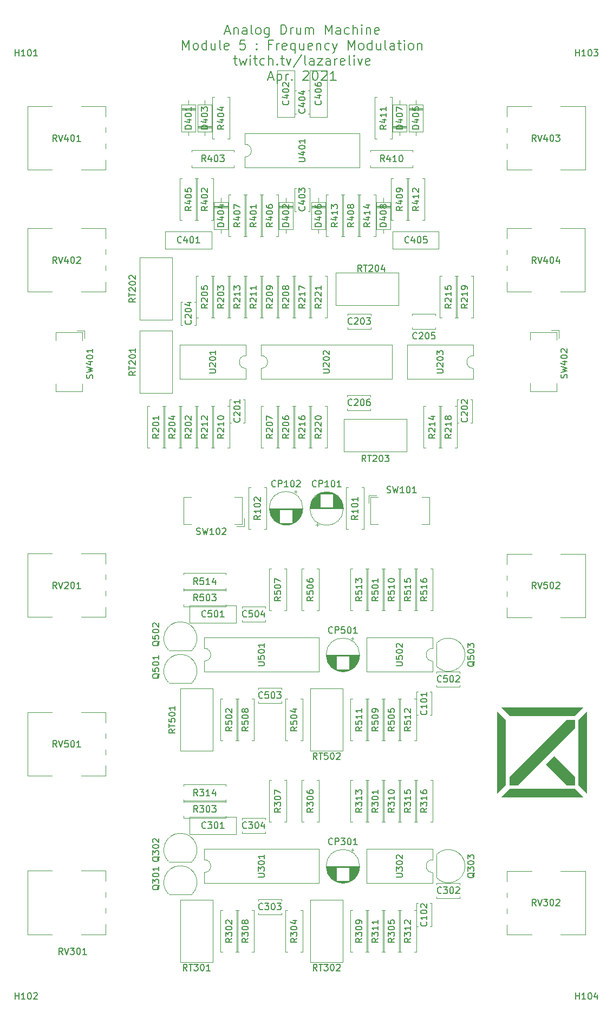
<source format=gbr>
G04 #@! TF.GenerationSoftware,KiCad,Pcbnew,(5.1.5)-3*
G04 #@! TF.CreationDate,2021-04-21T14:44:00+02:00*
G04 #@! TF.ProjectId,AnalogDrum_FM,416e616c-6f67-4447-9275-6d5f464d2e6b,rev?*
G04 #@! TF.SameCoordinates,Original*
G04 #@! TF.FileFunction,Legend,Top*
G04 #@! TF.FilePolarity,Positive*
%FSLAX46Y46*%
G04 Gerber Fmt 4.6, Leading zero omitted, Abs format (unit mm)*
G04 Created by KiCad (PCBNEW (5.1.5)-3) date 2021-04-21 14:44:00*
%MOMM*%
%LPD*%
G04 APERTURE LIST*
%ADD10C,0.150000*%
%ADD11C,0.100000*%
%ADD12C,0.120000*%
G04 APERTURE END LIST*
D10*
X95914285Y-22050000D02*
X96628571Y-22050000D01*
X95771428Y-22478571D02*
X96271428Y-20978571D01*
X96771428Y-22478571D01*
X97271428Y-21478571D02*
X97271428Y-22478571D01*
X97271428Y-21621428D02*
X97342857Y-21550000D01*
X97485714Y-21478571D01*
X97700000Y-21478571D01*
X97842857Y-21550000D01*
X97914285Y-21692857D01*
X97914285Y-22478571D01*
X99271428Y-22478571D02*
X99271428Y-21692857D01*
X99200000Y-21550000D01*
X99057142Y-21478571D01*
X98771428Y-21478571D01*
X98628571Y-21550000D01*
X99271428Y-22407142D02*
X99128571Y-22478571D01*
X98771428Y-22478571D01*
X98628571Y-22407142D01*
X98557142Y-22264285D01*
X98557142Y-22121428D01*
X98628571Y-21978571D01*
X98771428Y-21907142D01*
X99128571Y-21907142D01*
X99271428Y-21835714D01*
X100200000Y-22478571D02*
X100057142Y-22407142D01*
X99985714Y-22264285D01*
X99985714Y-20978571D01*
X100985714Y-22478571D02*
X100842857Y-22407142D01*
X100771428Y-22335714D01*
X100700000Y-22192857D01*
X100700000Y-21764285D01*
X100771428Y-21621428D01*
X100842857Y-21550000D01*
X100985714Y-21478571D01*
X101200000Y-21478571D01*
X101342857Y-21550000D01*
X101414285Y-21621428D01*
X101485714Y-21764285D01*
X101485714Y-22192857D01*
X101414285Y-22335714D01*
X101342857Y-22407142D01*
X101200000Y-22478571D01*
X100985714Y-22478571D01*
X102771428Y-21478571D02*
X102771428Y-22692857D01*
X102700000Y-22835714D01*
X102628571Y-22907142D01*
X102485714Y-22978571D01*
X102271428Y-22978571D01*
X102128571Y-22907142D01*
X102771428Y-22407142D02*
X102628571Y-22478571D01*
X102342857Y-22478571D01*
X102200000Y-22407142D01*
X102128571Y-22335714D01*
X102057142Y-22192857D01*
X102057142Y-21764285D01*
X102128571Y-21621428D01*
X102200000Y-21550000D01*
X102342857Y-21478571D01*
X102628571Y-21478571D01*
X102771428Y-21550000D01*
X104628571Y-22478571D02*
X104628571Y-20978571D01*
X104985714Y-20978571D01*
X105200000Y-21050000D01*
X105342857Y-21192857D01*
X105414285Y-21335714D01*
X105485714Y-21621428D01*
X105485714Y-21835714D01*
X105414285Y-22121428D01*
X105342857Y-22264285D01*
X105200000Y-22407142D01*
X104985714Y-22478571D01*
X104628571Y-22478571D01*
X106128571Y-22478571D02*
X106128571Y-21478571D01*
X106128571Y-21764285D02*
X106200000Y-21621428D01*
X106271428Y-21550000D01*
X106414285Y-21478571D01*
X106557142Y-21478571D01*
X107700000Y-21478571D02*
X107700000Y-22478571D01*
X107057142Y-21478571D02*
X107057142Y-22264285D01*
X107128571Y-22407142D01*
X107271428Y-22478571D01*
X107485714Y-22478571D01*
X107628571Y-22407142D01*
X107700000Y-22335714D01*
X108414285Y-22478571D02*
X108414285Y-21478571D01*
X108414285Y-21621428D02*
X108485714Y-21550000D01*
X108628571Y-21478571D01*
X108842857Y-21478571D01*
X108985714Y-21550000D01*
X109057142Y-21692857D01*
X109057142Y-22478571D01*
X109057142Y-21692857D02*
X109128571Y-21550000D01*
X109271428Y-21478571D01*
X109485714Y-21478571D01*
X109628571Y-21550000D01*
X109700000Y-21692857D01*
X109700000Y-22478571D01*
X111557142Y-22478571D02*
X111557142Y-20978571D01*
X112057142Y-22050000D01*
X112557142Y-20978571D01*
X112557142Y-22478571D01*
X113914285Y-22478571D02*
X113914285Y-21692857D01*
X113842857Y-21550000D01*
X113700000Y-21478571D01*
X113414285Y-21478571D01*
X113271428Y-21550000D01*
X113914285Y-22407142D02*
X113771428Y-22478571D01*
X113414285Y-22478571D01*
X113271428Y-22407142D01*
X113200000Y-22264285D01*
X113200000Y-22121428D01*
X113271428Y-21978571D01*
X113414285Y-21907142D01*
X113771428Y-21907142D01*
X113914285Y-21835714D01*
X115271428Y-22407142D02*
X115128571Y-22478571D01*
X114842857Y-22478571D01*
X114700000Y-22407142D01*
X114628571Y-22335714D01*
X114557142Y-22192857D01*
X114557142Y-21764285D01*
X114628571Y-21621428D01*
X114700000Y-21550000D01*
X114842857Y-21478571D01*
X115128571Y-21478571D01*
X115271428Y-21550000D01*
X115914285Y-22478571D02*
X115914285Y-20978571D01*
X116557142Y-22478571D02*
X116557142Y-21692857D01*
X116485714Y-21550000D01*
X116342857Y-21478571D01*
X116128571Y-21478571D01*
X115985714Y-21550000D01*
X115914285Y-21621428D01*
X117271428Y-22478571D02*
X117271428Y-21478571D01*
X117271428Y-20978571D02*
X117200000Y-21050000D01*
X117271428Y-21121428D01*
X117342857Y-21050000D01*
X117271428Y-20978571D01*
X117271428Y-21121428D01*
X117985714Y-21478571D02*
X117985714Y-22478571D01*
X117985714Y-21621428D02*
X118057142Y-21550000D01*
X118200000Y-21478571D01*
X118414285Y-21478571D01*
X118557142Y-21550000D01*
X118628571Y-21692857D01*
X118628571Y-22478571D01*
X119914285Y-22407142D02*
X119771428Y-22478571D01*
X119485714Y-22478571D01*
X119342857Y-22407142D01*
X119271428Y-22264285D01*
X119271428Y-21692857D01*
X119342857Y-21550000D01*
X119485714Y-21478571D01*
X119771428Y-21478571D01*
X119914285Y-21550000D01*
X119985714Y-21692857D01*
X119985714Y-21835714D01*
X119271428Y-21978571D01*
X89271428Y-24878571D02*
X89271428Y-23378571D01*
X89771428Y-24450000D01*
X90271428Y-23378571D01*
X90271428Y-24878571D01*
X91200000Y-24878571D02*
X91057142Y-24807142D01*
X90985714Y-24735714D01*
X90914285Y-24592857D01*
X90914285Y-24164285D01*
X90985714Y-24021428D01*
X91057142Y-23950000D01*
X91200000Y-23878571D01*
X91414285Y-23878571D01*
X91557142Y-23950000D01*
X91628571Y-24021428D01*
X91700000Y-24164285D01*
X91700000Y-24592857D01*
X91628571Y-24735714D01*
X91557142Y-24807142D01*
X91414285Y-24878571D01*
X91200000Y-24878571D01*
X92985714Y-24878571D02*
X92985714Y-23378571D01*
X92985714Y-24807142D02*
X92842857Y-24878571D01*
X92557142Y-24878571D01*
X92414285Y-24807142D01*
X92342857Y-24735714D01*
X92271428Y-24592857D01*
X92271428Y-24164285D01*
X92342857Y-24021428D01*
X92414285Y-23950000D01*
X92557142Y-23878571D01*
X92842857Y-23878571D01*
X92985714Y-23950000D01*
X94342857Y-23878571D02*
X94342857Y-24878571D01*
X93700000Y-23878571D02*
X93700000Y-24664285D01*
X93771428Y-24807142D01*
X93914285Y-24878571D01*
X94128571Y-24878571D01*
X94271428Y-24807142D01*
X94342857Y-24735714D01*
X95271428Y-24878571D02*
X95128571Y-24807142D01*
X95057142Y-24664285D01*
X95057142Y-23378571D01*
X96414285Y-24807142D02*
X96271428Y-24878571D01*
X95985714Y-24878571D01*
X95842857Y-24807142D01*
X95771428Y-24664285D01*
X95771428Y-24092857D01*
X95842857Y-23950000D01*
X95985714Y-23878571D01*
X96271428Y-23878571D01*
X96414285Y-23950000D01*
X96485714Y-24092857D01*
X96485714Y-24235714D01*
X95771428Y-24378571D01*
X98985714Y-23378571D02*
X98271428Y-23378571D01*
X98200000Y-24092857D01*
X98271428Y-24021428D01*
X98414285Y-23950000D01*
X98771428Y-23950000D01*
X98914285Y-24021428D01*
X98985714Y-24092857D01*
X99057142Y-24235714D01*
X99057142Y-24592857D01*
X98985714Y-24735714D01*
X98914285Y-24807142D01*
X98771428Y-24878571D01*
X98414285Y-24878571D01*
X98271428Y-24807142D01*
X98200000Y-24735714D01*
X100842857Y-24735714D02*
X100914285Y-24807142D01*
X100842857Y-24878571D01*
X100771428Y-24807142D01*
X100842857Y-24735714D01*
X100842857Y-24878571D01*
X100842857Y-23950000D02*
X100914285Y-24021428D01*
X100842857Y-24092857D01*
X100771428Y-24021428D01*
X100842857Y-23950000D01*
X100842857Y-24092857D01*
X103200000Y-24092857D02*
X102700000Y-24092857D01*
X102700000Y-24878571D02*
X102700000Y-23378571D01*
X103414285Y-23378571D01*
X103985714Y-24878571D02*
X103985714Y-23878571D01*
X103985714Y-24164285D02*
X104057142Y-24021428D01*
X104128571Y-23950000D01*
X104271428Y-23878571D01*
X104414285Y-23878571D01*
X105485714Y-24807142D02*
X105342857Y-24878571D01*
X105057142Y-24878571D01*
X104914285Y-24807142D01*
X104842857Y-24664285D01*
X104842857Y-24092857D01*
X104914285Y-23950000D01*
X105057142Y-23878571D01*
X105342857Y-23878571D01*
X105485714Y-23950000D01*
X105557142Y-24092857D01*
X105557142Y-24235714D01*
X104842857Y-24378571D01*
X106842857Y-23878571D02*
X106842857Y-25378571D01*
X106842857Y-24807142D02*
X106700000Y-24878571D01*
X106414285Y-24878571D01*
X106271428Y-24807142D01*
X106200000Y-24735714D01*
X106128571Y-24592857D01*
X106128571Y-24164285D01*
X106200000Y-24021428D01*
X106271428Y-23950000D01*
X106414285Y-23878571D01*
X106700000Y-23878571D01*
X106842857Y-23950000D01*
X108200000Y-23878571D02*
X108200000Y-24878571D01*
X107557142Y-23878571D02*
X107557142Y-24664285D01*
X107628571Y-24807142D01*
X107771428Y-24878571D01*
X107985714Y-24878571D01*
X108128571Y-24807142D01*
X108200000Y-24735714D01*
X109485714Y-24807142D02*
X109342857Y-24878571D01*
X109057142Y-24878571D01*
X108914285Y-24807142D01*
X108842857Y-24664285D01*
X108842857Y-24092857D01*
X108914285Y-23950000D01*
X109057142Y-23878571D01*
X109342857Y-23878571D01*
X109485714Y-23950000D01*
X109557142Y-24092857D01*
X109557142Y-24235714D01*
X108842857Y-24378571D01*
X110200000Y-23878571D02*
X110200000Y-24878571D01*
X110200000Y-24021428D02*
X110271428Y-23950000D01*
X110414285Y-23878571D01*
X110628571Y-23878571D01*
X110771428Y-23950000D01*
X110842857Y-24092857D01*
X110842857Y-24878571D01*
X112200000Y-24807142D02*
X112057142Y-24878571D01*
X111771428Y-24878571D01*
X111628571Y-24807142D01*
X111557142Y-24735714D01*
X111485714Y-24592857D01*
X111485714Y-24164285D01*
X111557142Y-24021428D01*
X111628571Y-23950000D01*
X111771428Y-23878571D01*
X112057142Y-23878571D01*
X112200000Y-23950000D01*
X112700000Y-23878571D02*
X113057142Y-24878571D01*
X113414285Y-23878571D02*
X113057142Y-24878571D01*
X112914285Y-25235714D01*
X112842857Y-25307142D01*
X112700000Y-25378571D01*
X115128571Y-24878571D02*
X115128571Y-23378571D01*
X115628571Y-24450000D01*
X116128571Y-23378571D01*
X116128571Y-24878571D01*
X117057142Y-24878571D02*
X116914285Y-24807142D01*
X116842857Y-24735714D01*
X116771428Y-24592857D01*
X116771428Y-24164285D01*
X116842857Y-24021428D01*
X116914285Y-23950000D01*
X117057142Y-23878571D01*
X117271428Y-23878571D01*
X117414285Y-23950000D01*
X117485714Y-24021428D01*
X117557142Y-24164285D01*
X117557142Y-24592857D01*
X117485714Y-24735714D01*
X117414285Y-24807142D01*
X117271428Y-24878571D01*
X117057142Y-24878571D01*
X118842857Y-24878571D02*
X118842857Y-23378571D01*
X118842857Y-24807142D02*
X118700000Y-24878571D01*
X118414285Y-24878571D01*
X118271428Y-24807142D01*
X118200000Y-24735714D01*
X118128571Y-24592857D01*
X118128571Y-24164285D01*
X118200000Y-24021428D01*
X118271428Y-23950000D01*
X118414285Y-23878571D01*
X118700000Y-23878571D01*
X118842857Y-23950000D01*
X120200000Y-23878571D02*
X120200000Y-24878571D01*
X119557142Y-23878571D02*
X119557142Y-24664285D01*
X119628571Y-24807142D01*
X119771428Y-24878571D01*
X119985714Y-24878571D01*
X120128571Y-24807142D01*
X120200000Y-24735714D01*
X121128571Y-24878571D02*
X120985714Y-24807142D01*
X120914285Y-24664285D01*
X120914285Y-23378571D01*
X122342857Y-24878571D02*
X122342857Y-24092857D01*
X122271428Y-23950000D01*
X122128571Y-23878571D01*
X121842857Y-23878571D01*
X121700000Y-23950000D01*
X122342857Y-24807142D02*
X122200000Y-24878571D01*
X121842857Y-24878571D01*
X121700000Y-24807142D01*
X121628571Y-24664285D01*
X121628571Y-24521428D01*
X121700000Y-24378571D01*
X121842857Y-24307142D01*
X122200000Y-24307142D01*
X122342857Y-24235714D01*
X122842857Y-23878571D02*
X123414285Y-23878571D01*
X123057142Y-23378571D02*
X123057142Y-24664285D01*
X123128571Y-24807142D01*
X123271428Y-24878571D01*
X123414285Y-24878571D01*
X123914285Y-24878571D02*
X123914285Y-23878571D01*
X123914285Y-23378571D02*
X123842857Y-23450000D01*
X123914285Y-23521428D01*
X123985714Y-23450000D01*
X123914285Y-23378571D01*
X123914285Y-23521428D01*
X124842857Y-24878571D02*
X124700000Y-24807142D01*
X124628571Y-24735714D01*
X124557142Y-24592857D01*
X124557142Y-24164285D01*
X124628571Y-24021428D01*
X124700000Y-23950000D01*
X124842857Y-23878571D01*
X125057142Y-23878571D01*
X125200000Y-23950000D01*
X125271428Y-24021428D01*
X125342857Y-24164285D01*
X125342857Y-24592857D01*
X125271428Y-24735714D01*
X125200000Y-24807142D01*
X125057142Y-24878571D01*
X124842857Y-24878571D01*
X125985714Y-23878571D02*
X125985714Y-24878571D01*
X125985714Y-24021428D02*
X126057142Y-23950000D01*
X126200000Y-23878571D01*
X126414285Y-23878571D01*
X126557142Y-23950000D01*
X126628571Y-24092857D01*
X126628571Y-24878571D01*
X97200000Y-26278571D02*
X97771428Y-26278571D01*
X97414285Y-25778571D02*
X97414285Y-27064285D01*
X97485714Y-27207142D01*
X97628571Y-27278571D01*
X97771428Y-27278571D01*
X98128571Y-26278571D02*
X98414285Y-27278571D01*
X98700000Y-26564285D01*
X98985714Y-27278571D01*
X99271428Y-26278571D01*
X99842857Y-27278571D02*
X99842857Y-26278571D01*
X99842857Y-25778571D02*
X99771428Y-25850000D01*
X99842857Y-25921428D01*
X99914285Y-25850000D01*
X99842857Y-25778571D01*
X99842857Y-25921428D01*
X100342857Y-26278571D02*
X100914285Y-26278571D01*
X100557142Y-25778571D02*
X100557142Y-27064285D01*
X100628571Y-27207142D01*
X100771428Y-27278571D01*
X100914285Y-27278571D01*
X102057142Y-27207142D02*
X101914285Y-27278571D01*
X101628571Y-27278571D01*
X101485714Y-27207142D01*
X101414285Y-27135714D01*
X101342857Y-26992857D01*
X101342857Y-26564285D01*
X101414285Y-26421428D01*
X101485714Y-26350000D01*
X101628571Y-26278571D01*
X101914285Y-26278571D01*
X102057142Y-26350000D01*
X102700000Y-27278571D02*
X102700000Y-25778571D01*
X103342857Y-27278571D02*
X103342857Y-26492857D01*
X103271428Y-26350000D01*
X103128571Y-26278571D01*
X102914285Y-26278571D01*
X102771428Y-26350000D01*
X102700000Y-26421428D01*
X104057142Y-27135714D02*
X104128571Y-27207142D01*
X104057142Y-27278571D01*
X103985714Y-27207142D01*
X104057142Y-27135714D01*
X104057142Y-27278571D01*
X104557142Y-26278571D02*
X105128571Y-26278571D01*
X104771428Y-25778571D02*
X104771428Y-27064285D01*
X104842857Y-27207142D01*
X104985714Y-27278571D01*
X105128571Y-27278571D01*
X105485714Y-26278571D02*
X105842857Y-27278571D01*
X106200000Y-26278571D01*
X107842857Y-25707142D02*
X106557142Y-27635714D01*
X108557142Y-27278571D02*
X108414285Y-27207142D01*
X108342857Y-27064285D01*
X108342857Y-25778571D01*
X109771428Y-27278571D02*
X109771428Y-26492857D01*
X109700000Y-26350000D01*
X109557142Y-26278571D01*
X109271428Y-26278571D01*
X109128571Y-26350000D01*
X109771428Y-27207142D02*
X109628571Y-27278571D01*
X109271428Y-27278571D01*
X109128571Y-27207142D01*
X109057142Y-27064285D01*
X109057142Y-26921428D01*
X109128571Y-26778571D01*
X109271428Y-26707142D01*
X109628571Y-26707142D01*
X109771428Y-26635714D01*
X110342857Y-26278571D02*
X111128571Y-26278571D01*
X110342857Y-27278571D01*
X111128571Y-27278571D01*
X112342857Y-27278571D02*
X112342857Y-26492857D01*
X112271428Y-26350000D01*
X112128571Y-26278571D01*
X111842857Y-26278571D01*
X111699999Y-26350000D01*
X112342857Y-27207142D02*
X112199999Y-27278571D01*
X111842857Y-27278571D01*
X111699999Y-27207142D01*
X111628571Y-27064285D01*
X111628571Y-26921428D01*
X111699999Y-26778571D01*
X111842857Y-26707142D01*
X112199999Y-26707142D01*
X112342857Y-26635714D01*
X113057142Y-27278571D02*
X113057142Y-26278571D01*
X113057142Y-26564285D02*
X113128571Y-26421428D01*
X113199999Y-26350000D01*
X113342857Y-26278571D01*
X113485714Y-26278571D01*
X114557142Y-27207142D02*
X114414285Y-27278571D01*
X114128571Y-27278571D01*
X113985714Y-27207142D01*
X113914285Y-27064285D01*
X113914285Y-26492857D01*
X113985714Y-26350000D01*
X114128571Y-26278571D01*
X114414285Y-26278571D01*
X114557142Y-26350000D01*
X114628571Y-26492857D01*
X114628571Y-26635714D01*
X113914285Y-26778571D01*
X115485714Y-27278571D02*
X115342857Y-27207142D01*
X115271428Y-27064285D01*
X115271428Y-25778571D01*
X116057142Y-27278571D02*
X116057142Y-26278571D01*
X116057142Y-25778571D02*
X115985714Y-25850000D01*
X116057142Y-25921428D01*
X116128571Y-25850000D01*
X116057142Y-25778571D01*
X116057142Y-25921428D01*
X116628571Y-26278571D02*
X116985714Y-27278571D01*
X117342857Y-26278571D01*
X118485714Y-27207142D02*
X118342857Y-27278571D01*
X118057142Y-27278571D01*
X117914285Y-27207142D01*
X117842857Y-27064285D01*
X117842857Y-26492857D01*
X117914285Y-26350000D01*
X118057142Y-26278571D01*
X118342857Y-26278571D01*
X118485714Y-26350000D01*
X118557142Y-26492857D01*
X118557142Y-26635714D01*
X117842857Y-26778571D01*
X102664285Y-29250000D02*
X103378571Y-29250000D01*
X102521428Y-29678571D02*
X103021428Y-28178571D01*
X103521428Y-29678571D01*
X104021428Y-28678571D02*
X104021428Y-30178571D01*
X104021428Y-28750000D02*
X104164285Y-28678571D01*
X104450000Y-28678571D01*
X104592857Y-28750000D01*
X104664285Y-28821428D01*
X104735714Y-28964285D01*
X104735714Y-29392857D01*
X104664285Y-29535714D01*
X104592857Y-29607142D01*
X104450000Y-29678571D01*
X104164285Y-29678571D01*
X104021428Y-29607142D01*
X105378571Y-29678571D02*
X105378571Y-28678571D01*
X105378571Y-28964285D02*
X105450000Y-28821428D01*
X105521428Y-28750000D01*
X105664285Y-28678571D01*
X105807142Y-28678571D01*
X106307142Y-29535714D02*
X106378571Y-29607142D01*
X106307142Y-29678571D01*
X106235714Y-29607142D01*
X106307142Y-29535714D01*
X106307142Y-29678571D01*
X108092857Y-28321428D02*
X108164285Y-28250000D01*
X108307142Y-28178571D01*
X108664285Y-28178571D01*
X108807142Y-28250000D01*
X108878571Y-28321428D01*
X108950000Y-28464285D01*
X108950000Y-28607142D01*
X108878571Y-28821428D01*
X108021428Y-29678571D01*
X108950000Y-29678571D01*
X109878571Y-28178571D02*
X110021428Y-28178571D01*
X110164285Y-28250000D01*
X110235714Y-28321428D01*
X110307142Y-28464285D01*
X110378571Y-28750000D01*
X110378571Y-29107142D01*
X110307142Y-29392857D01*
X110235714Y-29535714D01*
X110164285Y-29607142D01*
X110021428Y-29678571D01*
X109878571Y-29678571D01*
X109735714Y-29607142D01*
X109664285Y-29535714D01*
X109592857Y-29392857D01*
X109521428Y-29107142D01*
X109521428Y-28750000D01*
X109592857Y-28464285D01*
X109664285Y-28321428D01*
X109735714Y-28250000D01*
X109878571Y-28178571D01*
X110950000Y-28321428D02*
X111021428Y-28250000D01*
X111164285Y-28178571D01*
X111521428Y-28178571D01*
X111664285Y-28250000D01*
X111735714Y-28321428D01*
X111807142Y-28464285D01*
X111807142Y-28607142D01*
X111735714Y-28821428D01*
X110878571Y-29678571D01*
X111807142Y-29678571D01*
X113235714Y-29678571D02*
X112378571Y-29678571D01*
X112807142Y-29678571D02*
X112807142Y-28178571D01*
X112664285Y-28392857D01*
X112521428Y-28535714D01*
X112378571Y-28607142D01*
D11*
G36*
X150495000Y-138430000D02*
G01*
X150495000Y-139700000D01*
X149225000Y-139700000D01*
X146050000Y-136525000D01*
X147320000Y-135255000D01*
X150495000Y-138430000D01*
G37*
X150495000Y-138430000D02*
X150495000Y-139700000D01*
X149225000Y-139700000D01*
X146050000Y-136525000D01*
X147320000Y-135255000D01*
X150495000Y-138430000D01*
G36*
X150495000Y-130810000D02*
G01*
X141605000Y-139700000D01*
X140335000Y-139700000D01*
X140335000Y-138430000D01*
X149225000Y-129540000D01*
X150495000Y-129540000D01*
X150495000Y-130810000D01*
G37*
X150495000Y-130810000D02*
X141605000Y-139700000D01*
X140335000Y-139700000D01*
X140335000Y-138430000D01*
X149225000Y-129540000D01*
X150495000Y-129540000D01*
X150495000Y-130810000D01*
G36*
X152400000Y-140970000D02*
G01*
X151130000Y-139700000D01*
X151130000Y-129540000D01*
X152400000Y-128270000D01*
X152400000Y-140970000D01*
G37*
X152400000Y-140970000D02*
X151130000Y-139700000D01*
X151130000Y-129540000D01*
X152400000Y-128270000D01*
X152400000Y-140970000D01*
G36*
X150495000Y-128905000D02*
G01*
X140335000Y-128905000D01*
X139065000Y-127635000D01*
X151765000Y-127635000D01*
X150495000Y-128905000D01*
G37*
X150495000Y-128905000D02*
X140335000Y-128905000D01*
X139065000Y-127635000D01*
X151765000Y-127635000D01*
X150495000Y-128905000D01*
G36*
X151765000Y-141605000D02*
G01*
X139065000Y-141605000D01*
X140335000Y-140335000D01*
X150495000Y-140335000D01*
X151765000Y-141605000D01*
G37*
X151765000Y-141605000D02*
X139065000Y-141605000D01*
X140335000Y-140335000D01*
X150495000Y-140335000D01*
X151765000Y-141605000D01*
G36*
X139700000Y-129540000D02*
G01*
X139700000Y-139700000D01*
X138430000Y-140970000D01*
X138430000Y-128270000D01*
X139700000Y-129540000D01*
G37*
X139700000Y-129540000D02*
X139700000Y-139700000D01*
X138430000Y-140970000D01*
X138430000Y-128270000D01*
X139700000Y-129540000D01*
D12*
X152185000Y-153185000D02*
X152185000Y-163125000D01*
X139945000Y-161525000D02*
X139945000Y-163125000D01*
X139945000Y-159026000D02*
X139945000Y-159785000D01*
X139945000Y-156526000D02*
X139945000Y-157285000D01*
X139945000Y-153185000D02*
X139945000Y-154784000D01*
X148320000Y-163125000D02*
X152185000Y-163125000D01*
X139945000Y-163125000D02*
X143810000Y-163125000D01*
X148320000Y-153185000D02*
X152185000Y-153185000D01*
X139945000Y-153185000D02*
X143810000Y-153185000D01*
X152185000Y-103655000D02*
X152185000Y-113595000D01*
X139945000Y-111995000D02*
X139945000Y-113595000D01*
X139945000Y-109496000D02*
X139945000Y-110255000D01*
X139945000Y-106996000D02*
X139945000Y-107755000D01*
X139945000Y-103655000D02*
X139945000Y-105254000D01*
X148320000Y-113595000D02*
X152185000Y-113595000D01*
X139945000Y-113595000D02*
X143810000Y-113595000D01*
X148320000Y-103655000D02*
X152185000Y-103655000D01*
X139945000Y-103655000D02*
X143810000Y-103655000D01*
X64985000Y-138280000D02*
X64985000Y-128340000D01*
X77225000Y-129940000D02*
X77225000Y-128340000D01*
X77225000Y-132439000D02*
X77225000Y-131680000D01*
X77225000Y-134939000D02*
X77225000Y-134180000D01*
X77225000Y-138280000D02*
X77225000Y-136681000D01*
X68850000Y-128340000D02*
X64985000Y-128340000D01*
X77225000Y-128340000D02*
X73360000Y-128340000D01*
X68850000Y-138280000D02*
X64985000Y-138280000D01*
X77225000Y-138280000D02*
X73360000Y-138280000D01*
X152170000Y-52770000D02*
X152170000Y-62710000D01*
X139930000Y-61110000D02*
X139930000Y-62710000D01*
X139930000Y-58611000D02*
X139930000Y-59370000D01*
X139930000Y-56111000D02*
X139930000Y-56870000D01*
X139930000Y-52770000D02*
X139930000Y-54369000D01*
X148305000Y-62710000D02*
X152170000Y-62710000D01*
X139930000Y-62710000D02*
X143795000Y-62710000D01*
X148305000Y-52770000D02*
X152170000Y-52770000D01*
X139930000Y-52770000D02*
X143795000Y-52770000D01*
X152185000Y-33720000D02*
X152185000Y-43660000D01*
X139945000Y-42060000D02*
X139945000Y-43660000D01*
X139945000Y-39561000D02*
X139945000Y-40320000D01*
X139945000Y-37061000D02*
X139945000Y-37820000D01*
X139945000Y-33720000D02*
X139945000Y-35319000D01*
X148320000Y-43660000D02*
X152185000Y-43660000D01*
X139945000Y-43660000D02*
X143810000Y-43660000D01*
X148320000Y-33720000D02*
X152185000Y-33720000D01*
X139945000Y-33720000D02*
X143810000Y-33720000D01*
X64985000Y-62710000D02*
X64985000Y-52770000D01*
X77225000Y-54370000D02*
X77225000Y-52770000D01*
X77225000Y-56869000D02*
X77225000Y-56110000D01*
X77225000Y-59369000D02*
X77225000Y-58610000D01*
X77225000Y-62710000D02*
X77225000Y-61111000D01*
X68850000Y-52770000D02*
X64985000Y-52770000D01*
X77225000Y-52770000D02*
X73360000Y-52770000D01*
X68850000Y-62710000D02*
X64985000Y-62710000D01*
X77225000Y-62710000D02*
X73360000Y-62710000D01*
X65000000Y-43660000D02*
X65000000Y-33720000D01*
X77240000Y-35320000D02*
X77240000Y-33720000D01*
X77240000Y-37819000D02*
X77240000Y-37060000D01*
X77240000Y-40319000D02*
X77240000Y-39560000D01*
X77240000Y-43660000D02*
X77240000Y-42061000D01*
X68865000Y-33720000D02*
X65000000Y-33720000D01*
X77240000Y-33720000D02*
X73375000Y-33720000D01*
X68865000Y-43660000D02*
X65000000Y-43660000D01*
X77240000Y-43660000D02*
X73375000Y-43660000D01*
X64985000Y-163045000D02*
X64985000Y-153105000D01*
X77225000Y-154705000D02*
X77225000Y-153105000D01*
X77225000Y-157204000D02*
X77225000Y-156445000D01*
X77225000Y-159704000D02*
X77225000Y-158945000D01*
X77225000Y-163045000D02*
X77225000Y-161446000D01*
X68850000Y-153105000D02*
X64985000Y-153105000D01*
X77225000Y-153105000D02*
X73360000Y-153105000D01*
X68850000Y-163045000D02*
X64985000Y-163045000D01*
X77225000Y-163045000D02*
X73360000Y-163045000D01*
X65000000Y-113510000D02*
X65000000Y-103570000D01*
X77240000Y-105170000D02*
X77240000Y-103570000D01*
X77240000Y-107669000D02*
X77240000Y-106910000D01*
X77240000Y-110169000D02*
X77240000Y-109410000D01*
X77240000Y-113510000D02*
X77240000Y-111911000D01*
X68865000Y-103570000D02*
X65000000Y-103570000D01*
X77240000Y-103570000D02*
X73375000Y-103570000D01*
X68865000Y-113510000D02*
X65000000Y-113510000D01*
X77240000Y-113510000D02*
X73375000Y-113510000D01*
X90360000Y-114400000D02*
X90360000Y-111660000D01*
X97600000Y-114400000D02*
X97600000Y-111660000D01*
X97600000Y-111660000D02*
X90360000Y-111660000D01*
X97600000Y-114400000D02*
X90360000Y-114400000D01*
X109120000Y-28130000D02*
X111860000Y-28130000D01*
X109120000Y-35370000D02*
X111860000Y-35370000D01*
X111860000Y-35370000D02*
X111860000Y-28130000D01*
X109120000Y-35370000D02*
X109120000Y-28130000D01*
X129310000Y-53240000D02*
X129310000Y-55980000D01*
X122070000Y-53240000D02*
X122070000Y-55980000D01*
X122070000Y-55980000D02*
X129310000Y-55980000D01*
X122070000Y-53240000D02*
X129310000Y-53240000D01*
X104040000Y-28130000D02*
X106780000Y-28130000D01*
X104040000Y-35370000D02*
X106780000Y-35370000D01*
X106780000Y-35370000D02*
X106780000Y-28130000D01*
X104040000Y-35370000D02*
X104040000Y-28130000D01*
X86550000Y-55980000D02*
X86550000Y-53240000D01*
X93790000Y-55980000D02*
X93790000Y-53240000D01*
X93790000Y-53240000D02*
X86550000Y-53240000D01*
X93790000Y-55980000D02*
X86550000Y-55980000D01*
X90360000Y-147420000D02*
X90360000Y-144680000D01*
X97600000Y-147420000D02*
X97600000Y-144680000D01*
X97600000Y-144680000D02*
X90360000Y-144680000D01*
X97600000Y-147420000D02*
X90360000Y-147420000D01*
X107135000Y-93945225D02*
X106635000Y-93945225D01*
X106885000Y-93695225D02*
X106885000Y-94195225D01*
X105694000Y-99101000D02*
X105126000Y-99101000D01*
X105928000Y-99061000D02*
X104892000Y-99061000D01*
X106087000Y-99021000D02*
X104733000Y-99021000D01*
X106215000Y-98981000D02*
X104605000Y-98981000D01*
X106325000Y-98941000D02*
X104495000Y-98941000D01*
X106421000Y-98901000D02*
X104399000Y-98901000D01*
X106508000Y-98861000D02*
X104312000Y-98861000D01*
X106588000Y-98821000D02*
X104232000Y-98821000D01*
X104370000Y-98781000D02*
X104159000Y-98781000D01*
X106661000Y-98781000D02*
X106450000Y-98781000D01*
X104370000Y-98741000D02*
X104091000Y-98741000D01*
X106729000Y-98741000D02*
X106450000Y-98741000D01*
X104370000Y-98701000D02*
X104027000Y-98701000D01*
X106793000Y-98701000D02*
X106450000Y-98701000D01*
X104370000Y-98661000D02*
X103967000Y-98661000D01*
X106853000Y-98661000D02*
X106450000Y-98661000D01*
X104370000Y-98621000D02*
X103910000Y-98621000D01*
X106910000Y-98621000D02*
X106450000Y-98621000D01*
X104370000Y-98581000D02*
X103856000Y-98581000D01*
X106964000Y-98581000D02*
X106450000Y-98581000D01*
X104370000Y-98541000D02*
X103805000Y-98541000D01*
X107015000Y-98541000D02*
X106450000Y-98541000D01*
X104370000Y-98501000D02*
X103757000Y-98501000D01*
X107063000Y-98501000D02*
X106450000Y-98501000D01*
X104370000Y-98461000D02*
X103711000Y-98461000D01*
X107109000Y-98461000D02*
X106450000Y-98461000D01*
X104370000Y-98421000D02*
X103667000Y-98421000D01*
X107153000Y-98421000D02*
X106450000Y-98421000D01*
X104370000Y-98381000D02*
X103625000Y-98381000D01*
X107195000Y-98381000D02*
X106450000Y-98381000D01*
X104370000Y-98341000D02*
X103584000Y-98341000D01*
X107236000Y-98341000D02*
X106450000Y-98341000D01*
X104370000Y-98301000D02*
X103546000Y-98301000D01*
X107274000Y-98301000D02*
X106450000Y-98301000D01*
X104370000Y-98261000D02*
X103509000Y-98261000D01*
X107311000Y-98261000D02*
X106450000Y-98261000D01*
X104370000Y-98221000D02*
X103473000Y-98221000D01*
X107347000Y-98221000D02*
X106450000Y-98221000D01*
X104370000Y-98181000D02*
X103439000Y-98181000D01*
X107381000Y-98181000D02*
X106450000Y-98181000D01*
X104370000Y-98141000D02*
X103406000Y-98141000D01*
X107414000Y-98141000D02*
X106450000Y-98141000D01*
X104370000Y-98101000D02*
X103375000Y-98101000D01*
X107445000Y-98101000D02*
X106450000Y-98101000D01*
X104370000Y-98061000D02*
X103345000Y-98061000D01*
X107475000Y-98061000D02*
X106450000Y-98061000D01*
X104370000Y-98021000D02*
X103315000Y-98021000D01*
X107505000Y-98021000D02*
X106450000Y-98021000D01*
X104370000Y-97981000D02*
X103288000Y-97981000D01*
X107532000Y-97981000D02*
X106450000Y-97981000D01*
X104370000Y-97941000D02*
X103261000Y-97941000D01*
X107559000Y-97941000D02*
X106450000Y-97941000D01*
X104370000Y-97901000D02*
X103235000Y-97901000D01*
X107585000Y-97901000D02*
X106450000Y-97901000D01*
X104370000Y-97861000D02*
X103210000Y-97861000D01*
X107610000Y-97861000D02*
X106450000Y-97861000D01*
X104370000Y-97821000D02*
X103186000Y-97821000D01*
X107634000Y-97821000D02*
X106450000Y-97821000D01*
X104370000Y-97781000D02*
X103163000Y-97781000D01*
X107657000Y-97781000D02*
X106450000Y-97781000D01*
X104370000Y-97741000D02*
X103142000Y-97741000D01*
X107678000Y-97741000D02*
X106450000Y-97741000D01*
X104370000Y-97701000D02*
X103120000Y-97701000D01*
X107700000Y-97701000D02*
X106450000Y-97701000D01*
X104370000Y-97661000D02*
X103100000Y-97661000D01*
X107720000Y-97661000D02*
X106450000Y-97661000D01*
X104370000Y-97621000D02*
X103081000Y-97621000D01*
X107739000Y-97621000D02*
X106450000Y-97621000D01*
X104370000Y-97581000D02*
X103062000Y-97581000D01*
X107758000Y-97581000D02*
X106450000Y-97581000D01*
X104370000Y-97541000D02*
X103045000Y-97541000D01*
X107775000Y-97541000D02*
X106450000Y-97541000D01*
X104370000Y-97501000D02*
X103028000Y-97501000D01*
X107792000Y-97501000D02*
X106450000Y-97501000D01*
X104370000Y-97461000D02*
X103012000Y-97461000D01*
X107808000Y-97461000D02*
X106450000Y-97461000D01*
X104370000Y-97421000D02*
X102996000Y-97421000D01*
X107824000Y-97421000D02*
X106450000Y-97421000D01*
X104370000Y-97381000D02*
X102982000Y-97381000D01*
X107838000Y-97381000D02*
X106450000Y-97381000D01*
X104370000Y-97341000D02*
X102968000Y-97341000D01*
X107852000Y-97341000D02*
X106450000Y-97341000D01*
X104370000Y-97301000D02*
X102955000Y-97301000D01*
X107865000Y-97301000D02*
X106450000Y-97301000D01*
X104370000Y-97261000D02*
X102942000Y-97261000D01*
X107878000Y-97261000D02*
X106450000Y-97261000D01*
X104370000Y-97221000D02*
X102930000Y-97221000D01*
X107890000Y-97221000D02*
X106450000Y-97221000D01*
X104370000Y-97180000D02*
X102919000Y-97180000D01*
X107901000Y-97180000D02*
X106450000Y-97180000D01*
X104370000Y-97140000D02*
X102909000Y-97140000D01*
X107911000Y-97140000D02*
X106450000Y-97140000D01*
X104370000Y-97100000D02*
X102899000Y-97100000D01*
X107921000Y-97100000D02*
X106450000Y-97100000D01*
X104370000Y-97060000D02*
X102890000Y-97060000D01*
X107930000Y-97060000D02*
X106450000Y-97060000D01*
X104370000Y-97020000D02*
X102882000Y-97020000D01*
X107938000Y-97020000D02*
X106450000Y-97020000D01*
X104370000Y-96980000D02*
X102874000Y-96980000D01*
X107946000Y-96980000D02*
X106450000Y-96980000D01*
X104370000Y-96940000D02*
X102867000Y-96940000D01*
X107953000Y-96940000D02*
X106450000Y-96940000D01*
X104370000Y-96900000D02*
X102860000Y-96900000D01*
X107960000Y-96900000D02*
X106450000Y-96900000D01*
X104370000Y-96860000D02*
X102854000Y-96860000D01*
X107966000Y-96860000D02*
X106450000Y-96860000D01*
X104370000Y-96820000D02*
X102849000Y-96820000D01*
X107971000Y-96820000D02*
X106450000Y-96820000D01*
X104370000Y-96780000D02*
X102845000Y-96780000D01*
X107975000Y-96780000D02*
X106450000Y-96780000D01*
X104370000Y-96740000D02*
X102841000Y-96740000D01*
X107979000Y-96740000D02*
X106450000Y-96740000D01*
X107983000Y-96700000D02*
X102837000Y-96700000D01*
X107986000Y-96660000D02*
X102834000Y-96660000D01*
X107988000Y-96620000D02*
X102832000Y-96620000D01*
X107989000Y-96580000D02*
X102831000Y-96580000D01*
X107990000Y-96540000D02*
X102830000Y-96540000D01*
X107990000Y-96500000D02*
X102830000Y-96500000D01*
X108030000Y-96500000D02*
G75*
G03X108030000Y-96500000I-2620000J0D01*
G01*
X110035000Y-99094775D02*
X110535000Y-99094775D01*
X110285000Y-99344775D02*
X110285000Y-98844775D01*
X111476000Y-93939000D02*
X112044000Y-93939000D01*
X111242000Y-93979000D02*
X112278000Y-93979000D01*
X111083000Y-94019000D02*
X112437000Y-94019000D01*
X110955000Y-94059000D02*
X112565000Y-94059000D01*
X110845000Y-94099000D02*
X112675000Y-94099000D01*
X110749000Y-94139000D02*
X112771000Y-94139000D01*
X110662000Y-94179000D02*
X112858000Y-94179000D01*
X110582000Y-94219000D02*
X112938000Y-94219000D01*
X112800000Y-94259000D02*
X113011000Y-94259000D01*
X110509000Y-94259000D02*
X110720000Y-94259000D01*
X112800000Y-94299000D02*
X113079000Y-94299000D01*
X110441000Y-94299000D02*
X110720000Y-94299000D01*
X112800000Y-94339000D02*
X113143000Y-94339000D01*
X110377000Y-94339000D02*
X110720000Y-94339000D01*
X112800000Y-94379000D02*
X113203000Y-94379000D01*
X110317000Y-94379000D02*
X110720000Y-94379000D01*
X112800000Y-94419000D02*
X113260000Y-94419000D01*
X110260000Y-94419000D02*
X110720000Y-94419000D01*
X112800000Y-94459000D02*
X113314000Y-94459000D01*
X110206000Y-94459000D02*
X110720000Y-94459000D01*
X112800000Y-94499000D02*
X113365000Y-94499000D01*
X110155000Y-94499000D02*
X110720000Y-94499000D01*
X112800000Y-94539000D02*
X113413000Y-94539000D01*
X110107000Y-94539000D02*
X110720000Y-94539000D01*
X112800000Y-94579000D02*
X113459000Y-94579000D01*
X110061000Y-94579000D02*
X110720000Y-94579000D01*
X112800000Y-94619000D02*
X113503000Y-94619000D01*
X110017000Y-94619000D02*
X110720000Y-94619000D01*
X112800000Y-94659000D02*
X113545000Y-94659000D01*
X109975000Y-94659000D02*
X110720000Y-94659000D01*
X112800000Y-94699000D02*
X113586000Y-94699000D01*
X109934000Y-94699000D02*
X110720000Y-94699000D01*
X112800000Y-94739000D02*
X113624000Y-94739000D01*
X109896000Y-94739000D02*
X110720000Y-94739000D01*
X112800000Y-94779000D02*
X113661000Y-94779000D01*
X109859000Y-94779000D02*
X110720000Y-94779000D01*
X112800000Y-94819000D02*
X113697000Y-94819000D01*
X109823000Y-94819000D02*
X110720000Y-94819000D01*
X112800000Y-94859000D02*
X113731000Y-94859000D01*
X109789000Y-94859000D02*
X110720000Y-94859000D01*
X112800000Y-94899000D02*
X113764000Y-94899000D01*
X109756000Y-94899000D02*
X110720000Y-94899000D01*
X112800000Y-94939000D02*
X113795000Y-94939000D01*
X109725000Y-94939000D02*
X110720000Y-94939000D01*
X112800000Y-94979000D02*
X113825000Y-94979000D01*
X109695000Y-94979000D02*
X110720000Y-94979000D01*
X112800000Y-95019000D02*
X113855000Y-95019000D01*
X109665000Y-95019000D02*
X110720000Y-95019000D01*
X112800000Y-95059000D02*
X113882000Y-95059000D01*
X109638000Y-95059000D02*
X110720000Y-95059000D01*
X112800000Y-95099000D02*
X113909000Y-95099000D01*
X109611000Y-95099000D02*
X110720000Y-95099000D01*
X112800000Y-95139000D02*
X113935000Y-95139000D01*
X109585000Y-95139000D02*
X110720000Y-95139000D01*
X112800000Y-95179000D02*
X113960000Y-95179000D01*
X109560000Y-95179000D02*
X110720000Y-95179000D01*
X112800000Y-95219000D02*
X113984000Y-95219000D01*
X109536000Y-95219000D02*
X110720000Y-95219000D01*
X112800000Y-95259000D02*
X114007000Y-95259000D01*
X109513000Y-95259000D02*
X110720000Y-95259000D01*
X112800000Y-95299000D02*
X114028000Y-95299000D01*
X109492000Y-95299000D02*
X110720000Y-95299000D01*
X112800000Y-95339000D02*
X114050000Y-95339000D01*
X109470000Y-95339000D02*
X110720000Y-95339000D01*
X112800000Y-95379000D02*
X114070000Y-95379000D01*
X109450000Y-95379000D02*
X110720000Y-95379000D01*
X112800000Y-95419000D02*
X114089000Y-95419000D01*
X109431000Y-95419000D02*
X110720000Y-95419000D01*
X112800000Y-95459000D02*
X114108000Y-95459000D01*
X109412000Y-95459000D02*
X110720000Y-95459000D01*
X112800000Y-95499000D02*
X114125000Y-95499000D01*
X109395000Y-95499000D02*
X110720000Y-95499000D01*
X112800000Y-95539000D02*
X114142000Y-95539000D01*
X109378000Y-95539000D02*
X110720000Y-95539000D01*
X112800000Y-95579000D02*
X114158000Y-95579000D01*
X109362000Y-95579000D02*
X110720000Y-95579000D01*
X112800000Y-95619000D02*
X114174000Y-95619000D01*
X109346000Y-95619000D02*
X110720000Y-95619000D01*
X112800000Y-95659000D02*
X114188000Y-95659000D01*
X109332000Y-95659000D02*
X110720000Y-95659000D01*
X112800000Y-95699000D02*
X114202000Y-95699000D01*
X109318000Y-95699000D02*
X110720000Y-95699000D01*
X112800000Y-95739000D02*
X114215000Y-95739000D01*
X109305000Y-95739000D02*
X110720000Y-95739000D01*
X112800000Y-95779000D02*
X114228000Y-95779000D01*
X109292000Y-95779000D02*
X110720000Y-95779000D01*
X112800000Y-95819000D02*
X114240000Y-95819000D01*
X109280000Y-95819000D02*
X110720000Y-95819000D01*
X112800000Y-95860000D02*
X114251000Y-95860000D01*
X109269000Y-95860000D02*
X110720000Y-95860000D01*
X112800000Y-95900000D02*
X114261000Y-95900000D01*
X109259000Y-95900000D02*
X110720000Y-95900000D01*
X112800000Y-95940000D02*
X114271000Y-95940000D01*
X109249000Y-95940000D02*
X110720000Y-95940000D01*
X112800000Y-95980000D02*
X114280000Y-95980000D01*
X109240000Y-95980000D02*
X110720000Y-95980000D01*
X112800000Y-96020000D02*
X114288000Y-96020000D01*
X109232000Y-96020000D02*
X110720000Y-96020000D01*
X112800000Y-96060000D02*
X114296000Y-96060000D01*
X109224000Y-96060000D02*
X110720000Y-96060000D01*
X112800000Y-96100000D02*
X114303000Y-96100000D01*
X109217000Y-96100000D02*
X110720000Y-96100000D01*
X112800000Y-96140000D02*
X114310000Y-96140000D01*
X109210000Y-96140000D02*
X110720000Y-96140000D01*
X112800000Y-96180000D02*
X114316000Y-96180000D01*
X109204000Y-96180000D02*
X110720000Y-96180000D01*
X112800000Y-96220000D02*
X114321000Y-96220000D01*
X109199000Y-96220000D02*
X110720000Y-96220000D01*
X112800000Y-96260000D02*
X114325000Y-96260000D01*
X109195000Y-96260000D02*
X110720000Y-96260000D01*
X112800000Y-96300000D02*
X114329000Y-96300000D01*
X109191000Y-96300000D02*
X110720000Y-96300000D01*
X109187000Y-96340000D02*
X114333000Y-96340000D01*
X109184000Y-96380000D02*
X114336000Y-96380000D01*
X109182000Y-96420000D02*
X114338000Y-96420000D01*
X109181000Y-96460000D02*
X114339000Y-96460000D01*
X109180000Y-96500000D02*
X114340000Y-96500000D01*
X109180000Y-96540000D02*
X114340000Y-96540000D01*
X114380000Y-96540000D02*
G75*
G03X114380000Y-96540000I-2620000J0D01*
G01*
X97380000Y-99000000D02*
X98580000Y-99000000D01*
X98580000Y-99000000D02*
X98580000Y-94800000D01*
X98580000Y-94800000D02*
X97380000Y-94800000D01*
X90580000Y-99000000D02*
X89380000Y-99000000D01*
X89380000Y-99000000D02*
X89380000Y-94800000D01*
X89380000Y-94800000D02*
X90580000Y-94800000D01*
X97680000Y-99300000D02*
X98880000Y-99300000D01*
X98880000Y-99300000D02*
X98880000Y-98100000D01*
X119830000Y-94800000D02*
X118630000Y-94800000D01*
X118630000Y-94800000D02*
X118630000Y-99000000D01*
X118630000Y-99000000D02*
X119830000Y-99000000D01*
X126630000Y-94800000D02*
X127830000Y-94800000D01*
X127830000Y-94800000D02*
X127830000Y-99000000D01*
X127830000Y-99000000D02*
X126630000Y-99000000D01*
X119530000Y-94500000D02*
X118330000Y-94500000D01*
X118330000Y-94500000D02*
X118330000Y-95700000D01*
X102335000Y-93250000D02*
X102005000Y-93250000D01*
X102335000Y-99790000D02*
X102335000Y-93250000D01*
X102005000Y-99790000D02*
X102335000Y-99790000D01*
X99595000Y-93250000D02*
X99925000Y-93250000D01*
X99595000Y-99790000D02*
X99595000Y-93250000D01*
X99925000Y-99790000D02*
X99595000Y-99790000D01*
X117575000Y-93250000D02*
X117245000Y-93250000D01*
X117575000Y-99790000D02*
X117575000Y-93250000D01*
X117245000Y-99790000D02*
X117575000Y-99790000D01*
X114835000Y-93250000D02*
X115165000Y-93250000D01*
X114835000Y-99790000D02*
X114835000Y-93250000D01*
X115165000Y-99790000D02*
X114835000Y-99790000D01*
X128330000Y-122030000D02*
X128330000Y-120380000D01*
X118050000Y-122030000D02*
X128330000Y-122030000D01*
X118050000Y-116730000D02*
X118050000Y-122030000D01*
X128330000Y-116730000D02*
X118050000Y-116730000D01*
X128330000Y-118380000D02*
X128330000Y-116730000D01*
X128330000Y-120380000D02*
G75*
G02X128330000Y-118380000I0J1000000D01*
G01*
X92650000Y-116730000D02*
X92650000Y-118380000D01*
X110550000Y-116730000D02*
X92650000Y-116730000D01*
X110550000Y-122030000D02*
X110550000Y-116730000D01*
X92650000Y-122030000D02*
X110550000Y-122030000D01*
X92650000Y-120380000D02*
X92650000Y-122030000D01*
X92650000Y-118380000D02*
G75*
G02X92650000Y-120380000I0J-1000000D01*
G01*
X99000000Y-37990000D02*
X99000000Y-39640000D01*
X116900000Y-37990000D02*
X99000000Y-37990000D01*
X116900000Y-43290000D02*
X116900000Y-37990000D01*
X99000000Y-43290000D02*
X116900000Y-43290000D01*
X99000000Y-41640000D02*
X99000000Y-43290000D01*
X99000000Y-39640000D02*
G75*
G02X99000000Y-41640000I0J-1000000D01*
G01*
X128330000Y-155050000D02*
X128330000Y-153400000D01*
X118050000Y-155050000D02*
X128330000Y-155050000D01*
X118050000Y-149750000D02*
X118050000Y-155050000D01*
X128330000Y-149750000D02*
X118050000Y-149750000D01*
X128330000Y-151400000D02*
X128330000Y-149750000D01*
X128330000Y-153400000D02*
G75*
G02X128330000Y-151400000I0J1000000D01*
G01*
X92650000Y-149750000D02*
X92650000Y-151400000D01*
X110550000Y-149750000D02*
X92650000Y-149750000D01*
X110550000Y-155050000D02*
X110550000Y-149750000D01*
X92650000Y-155050000D02*
X110550000Y-155050000D01*
X92650000Y-153400000D02*
X92650000Y-155050000D01*
X92650000Y-151400000D02*
G75*
G02X92650000Y-153400000I0J-1000000D01*
G01*
X134680000Y-76310000D02*
X134680000Y-74660000D01*
X124400000Y-76310000D02*
X134680000Y-76310000D01*
X124400000Y-71010000D02*
X124400000Y-76310000D01*
X134680000Y-71010000D02*
X124400000Y-71010000D01*
X134680000Y-72660000D02*
X134680000Y-71010000D01*
X134680000Y-74660000D02*
G75*
G02X134680000Y-72660000I0J1000000D01*
G01*
X101540000Y-71010000D02*
X101540000Y-72660000D01*
X121980000Y-71010000D02*
X101540000Y-71010000D01*
X121980000Y-76310000D02*
X121980000Y-71010000D01*
X101540000Y-76310000D02*
X121980000Y-76310000D01*
X101540000Y-74660000D02*
X101540000Y-76310000D01*
X101540000Y-72660000D02*
G75*
G02X101540000Y-74660000I0J-1000000D01*
G01*
X99120000Y-76310000D02*
X99120000Y-74660000D01*
X88840000Y-76310000D02*
X99120000Y-76310000D01*
X88840000Y-71010000D02*
X88840000Y-76310000D01*
X99120000Y-71010000D02*
X88840000Y-71010000D01*
X99120000Y-72660000D02*
X99120000Y-71010000D01*
X99120000Y-74660000D02*
G75*
G02X99120000Y-72660000I0J1000000D01*
G01*
X147770000Y-70220000D02*
X147770000Y-69020000D01*
X147770000Y-69020000D02*
X143570000Y-69020000D01*
X143570000Y-69020000D02*
X143570000Y-70220000D01*
X147770000Y-77020000D02*
X147770000Y-78220000D01*
X147770000Y-78220000D02*
X143570000Y-78220000D01*
X143570000Y-78220000D02*
X143570000Y-77020000D01*
X148070000Y-69920000D02*
X148070000Y-68720000D01*
X148070000Y-68720000D02*
X146870000Y-68720000D01*
X73600000Y-70260000D02*
X73600000Y-69060000D01*
X73600000Y-69060000D02*
X69400000Y-69060000D01*
X69400000Y-69060000D02*
X69400000Y-70260000D01*
X73600000Y-77060000D02*
X73600000Y-78260000D01*
X73600000Y-78260000D02*
X69400000Y-78260000D01*
X69400000Y-78260000D02*
X69400000Y-77060000D01*
X73900000Y-69960000D02*
X73900000Y-68760000D01*
X73900000Y-68760000D02*
X72700000Y-68760000D01*
X114290000Y-134425000D02*
X109220000Y-134425000D01*
X114290000Y-124655000D02*
X109220000Y-124655000D01*
X109220000Y-124655000D02*
X109220000Y-134425000D01*
X114290000Y-124655000D02*
X114290000Y-134425000D01*
X93970000Y-134425000D02*
X88900000Y-134425000D01*
X93970000Y-124655000D02*
X88900000Y-124655000D01*
X88900000Y-124655000D02*
X88900000Y-134425000D01*
X93970000Y-124655000D02*
X93970000Y-134425000D01*
X114290000Y-167445000D02*
X109220000Y-167445000D01*
X114290000Y-157675000D02*
X109220000Y-157675000D01*
X109220000Y-157675000D02*
X109220000Y-167445000D01*
X114290000Y-157675000D02*
X114290000Y-167445000D01*
X93970000Y-167445000D02*
X88900000Y-167445000D01*
X93970000Y-157675000D02*
X88900000Y-157675000D01*
X88900000Y-157675000D02*
X88900000Y-167445000D01*
X93970000Y-157675000D02*
X93970000Y-167445000D01*
X113225000Y-64760000D02*
X113225000Y-59690000D01*
X122995000Y-64760000D02*
X122995000Y-59690000D01*
X122995000Y-59690000D02*
X113225000Y-59690000D01*
X122995000Y-64760000D02*
X113225000Y-64760000D01*
X114495000Y-87620000D02*
X114495000Y-82550000D01*
X124265000Y-87620000D02*
X124265000Y-82550000D01*
X124265000Y-82550000D02*
X114495000Y-82550000D01*
X124265000Y-87620000D02*
X114495000Y-87620000D01*
X82560000Y-57345000D02*
X87630000Y-57345000D01*
X82560000Y-67115000D02*
X87630000Y-67115000D01*
X87630000Y-67115000D02*
X87630000Y-57345000D01*
X82560000Y-67115000D02*
X82560000Y-57345000D01*
X82560000Y-68775000D02*
X87630000Y-68775000D01*
X82560000Y-78545000D02*
X87630000Y-78545000D01*
X87630000Y-78545000D02*
X87630000Y-68775000D01*
X82560000Y-78545000D02*
X82560000Y-68775000D01*
X128370000Y-105950000D02*
X128040000Y-105950000D01*
X128370000Y-112490000D02*
X128370000Y-105950000D01*
X128040000Y-112490000D02*
X128370000Y-112490000D01*
X125630000Y-105950000D02*
X125960000Y-105950000D01*
X125630000Y-112490000D02*
X125630000Y-105950000D01*
X125960000Y-112490000D02*
X125630000Y-112490000D01*
X123090000Y-112490000D02*
X123420000Y-112490000D01*
X123090000Y-105950000D02*
X123090000Y-112490000D01*
X123420000Y-105950000D02*
X123090000Y-105950000D01*
X125830000Y-112490000D02*
X125500000Y-112490000D01*
X125830000Y-105950000D02*
X125830000Y-112490000D01*
X125500000Y-105950000D02*
X125830000Y-105950000D01*
X95980000Y-109320000D02*
X95980000Y-108990000D01*
X89440000Y-109320000D02*
X95980000Y-109320000D01*
X89440000Y-108990000D02*
X89440000Y-109320000D01*
X95980000Y-106580000D02*
X95980000Y-106910000D01*
X89440000Y-106580000D02*
X95980000Y-106580000D01*
X89440000Y-106910000D02*
X89440000Y-106580000D01*
X118210000Y-105950000D02*
X117880000Y-105950000D01*
X118210000Y-112490000D02*
X118210000Y-105950000D01*
X117880000Y-112490000D02*
X118210000Y-112490000D01*
X115470000Y-105950000D02*
X115800000Y-105950000D01*
X115470000Y-112490000D02*
X115470000Y-105950000D01*
X115800000Y-112490000D02*
X115470000Y-112490000D01*
X123090000Y-132810000D02*
X123420000Y-132810000D01*
X123090000Y-126270000D02*
X123090000Y-132810000D01*
X123420000Y-126270000D02*
X123090000Y-126270000D01*
X125830000Y-132810000D02*
X125500000Y-132810000D01*
X125830000Y-126270000D02*
X125830000Y-132810000D01*
X125500000Y-126270000D02*
X125830000Y-126270000D01*
X115470000Y-132810000D02*
X115800000Y-132810000D01*
X115470000Y-126270000D02*
X115470000Y-132810000D01*
X115800000Y-126270000D02*
X115470000Y-126270000D01*
X118210000Y-132810000D02*
X117880000Y-132810000D01*
X118210000Y-126270000D02*
X118210000Y-132810000D01*
X117880000Y-126270000D02*
X118210000Y-126270000D01*
X123290000Y-105950000D02*
X122960000Y-105950000D01*
X123290000Y-112490000D02*
X123290000Y-105950000D01*
X122960000Y-112490000D02*
X123290000Y-112490000D01*
X120550000Y-105950000D02*
X120880000Y-105950000D01*
X120550000Y-112490000D02*
X120550000Y-105950000D01*
X120880000Y-112490000D02*
X120550000Y-112490000D01*
X118010000Y-132810000D02*
X118340000Y-132810000D01*
X118010000Y-126270000D02*
X118010000Y-132810000D01*
X118340000Y-126270000D02*
X118010000Y-126270000D01*
X120750000Y-132810000D02*
X120420000Y-132810000D01*
X120750000Y-126270000D02*
X120750000Y-132810000D01*
X120420000Y-126270000D02*
X120750000Y-126270000D01*
X97690000Y-132810000D02*
X98020000Y-132810000D01*
X97690000Y-126270000D02*
X97690000Y-132810000D01*
X98020000Y-126270000D02*
X97690000Y-126270000D01*
X100430000Y-132810000D02*
X100100000Y-132810000D01*
X100430000Y-126270000D02*
X100430000Y-132810000D01*
X100100000Y-126270000D02*
X100430000Y-126270000D01*
X102770000Y-112490000D02*
X103100000Y-112490000D01*
X102770000Y-105950000D02*
X102770000Y-112490000D01*
X103100000Y-105950000D02*
X102770000Y-105950000D01*
X105510000Y-112490000D02*
X105180000Y-112490000D01*
X105510000Y-105950000D02*
X105510000Y-112490000D01*
X105180000Y-105950000D02*
X105510000Y-105950000D01*
X107850000Y-112490000D02*
X108180000Y-112490000D01*
X107850000Y-105950000D02*
X107850000Y-112490000D01*
X108180000Y-105950000D02*
X107850000Y-105950000D01*
X110590000Y-112490000D02*
X110260000Y-112490000D01*
X110590000Y-105950000D02*
X110590000Y-112490000D01*
X110260000Y-105950000D02*
X110590000Y-105950000D01*
X123290000Y-126270000D02*
X122960000Y-126270000D01*
X123290000Y-132810000D02*
X123290000Y-126270000D01*
X122960000Y-132810000D02*
X123290000Y-132810000D01*
X120550000Y-126270000D02*
X120880000Y-126270000D01*
X120550000Y-132810000D02*
X120550000Y-126270000D01*
X120880000Y-132810000D02*
X120550000Y-132810000D01*
X108050000Y-126270000D02*
X107720000Y-126270000D01*
X108050000Y-132810000D02*
X108050000Y-126270000D01*
X107720000Y-132810000D02*
X108050000Y-132810000D01*
X105310000Y-126270000D02*
X105640000Y-126270000D01*
X105310000Y-132810000D02*
X105310000Y-126270000D01*
X105640000Y-132810000D02*
X105310000Y-132810000D01*
X95980000Y-111860000D02*
X95980000Y-111530000D01*
X89440000Y-111860000D02*
X95980000Y-111860000D01*
X89440000Y-111530000D02*
X89440000Y-111860000D01*
X95980000Y-109120000D02*
X95980000Y-109450000D01*
X89440000Y-109120000D02*
X95980000Y-109120000D01*
X89440000Y-109450000D02*
X89440000Y-109120000D01*
X95150000Y-132810000D02*
X95480000Y-132810000D01*
X95150000Y-126270000D02*
X95150000Y-132810000D01*
X95480000Y-126270000D02*
X95150000Y-126270000D01*
X97890000Y-132810000D02*
X97560000Y-132810000D01*
X97890000Y-126270000D02*
X97890000Y-132810000D01*
X97560000Y-126270000D02*
X97890000Y-126270000D01*
X120750000Y-105950000D02*
X120420000Y-105950000D01*
X120750000Y-112490000D02*
X120750000Y-105950000D01*
X120420000Y-112490000D02*
X120750000Y-112490000D01*
X118010000Y-105950000D02*
X118340000Y-105950000D01*
X118010000Y-112490000D02*
X118010000Y-105950000D01*
X118340000Y-112490000D02*
X118010000Y-112490000D01*
X116740000Y-54070000D02*
X117070000Y-54070000D01*
X116740000Y-47530000D02*
X116740000Y-54070000D01*
X117070000Y-47530000D02*
X116740000Y-47530000D01*
X119480000Y-54070000D02*
X119150000Y-54070000D01*
X119480000Y-47530000D02*
X119480000Y-54070000D01*
X119150000Y-47530000D02*
X119480000Y-47530000D01*
X111660000Y-54070000D02*
X111990000Y-54070000D01*
X111660000Y-47530000D02*
X111660000Y-54070000D01*
X111990000Y-47530000D02*
X111660000Y-47530000D01*
X114400000Y-54070000D02*
X114070000Y-54070000D01*
X114400000Y-47530000D02*
X114400000Y-54070000D01*
X114070000Y-47530000D02*
X114400000Y-47530000D01*
X127100000Y-44990000D02*
X126770000Y-44990000D01*
X127100000Y-51530000D02*
X127100000Y-44990000D01*
X126770000Y-51530000D02*
X127100000Y-51530000D01*
X124360000Y-44990000D02*
X124690000Y-44990000D01*
X124360000Y-51530000D02*
X124360000Y-44990000D01*
X124690000Y-51530000D02*
X124360000Y-51530000D01*
X122020000Y-32290000D02*
X121690000Y-32290000D01*
X122020000Y-38830000D02*
X122020000Y-32290000D01*
X121690000Y-38830000D02*
X122020000Y-38830000D01*
X119280000Y-32290000D02*
X119610000Y-32290000D01*
X119280000Y-38830000D02*
X119280000Y-32290000D01*
X119610000Y-38830000D02*
X119280000Y-38830000D01*
X118650000Y-40540000D02*
X118650000Y-40870000D01*
X125190000Y-40540000D02*
X118650000Y-40540000D01*
X125190000Y-40870000D02*
X125190000Y-40540000D01*
X118650000Y-43280000D02*
X118650000Y-42950000D01*
X125190000Y-43280000D02*
X118650000Y-43280000D01*
X125190000Y-42950000D02*
X125190000Y-43280000D01*
X124560000Y-44990000D02*
X124230000Y-44990000D01*
X124560000Y-51530000D02*
X124560000Y-44990000D01*
X124230000Y-51530000D02*
X124560000Y-51530000D01*
X121820000Y-44990000D02*
X122150000Y-44990000D01*
X121820000Y-51530000D02*
X121820000Y-44990000D01*
X122150000Y-51530000D02*
X121820000Y-51530000D01*
X116940000Y-47530000D02*
X116610000Y-47530000D01*
X116940000Y-54070000D02*
X116940000Y-47530000D01*
X116610000Y-54070000D02*
X116940000Y-54070000D01*
X114200000Y-47530000D02*
X114530000Y-47530000D01*
X114200000Y-54070000D02*
X114200000Y-47530000D01*
X114530000Y-54070000D02*
X114200000Y-54070000D01*
X96420000Y-54070000D02*
X96750000Y-54070000D01*
X96420000Y-47530000D02*
X96420000Y-54070000D01*
X96750000Y-47530000D02*
X96420000Y-47530000D01*
X99160000Y-54070000D02*
X98830000Y-54070000D01*
X99160000Y-47530000D02*
X99160000Y-54070000D01*
X98830000Y-47530000D02*
X99160000Y-47530000D01*
X101500000Y-54070000D02*
X101830000Y-54070000D01*
X101500000Y-47530000D02*
X101500000Y-54070000D01*
X101830000Y-47530000D02*
X101500000Y-47530000D01*
X104240000Y-54070000D02*
X103910000Y-54070000D01*
X104240000Y-47530000D02*
X104240000Y-54070000D01*
X103910000Y-47530000D02*
X104240000Y-47530000D01*
X91540000Y-44990000D02*
X91210000Y-44990000D01*
X91540000Y-51530000D02*
X91540000Y-44990000D01*
X91210000Y-51530000D02*
X91540000Y-51530000D01*
X88800000Y-44990000D02*
X89130000Y-44990000D01*
X88800000Y-51530000D02*
X88800000Y-44990000D01*
X89130000Y-51530000D02*
X88800000Y-51530000D01*
X96620000Y-32290000D02*
X96290000Y-32290000D01*
X96620000Y-38830000D02*
X96620000Y-32290000D01*
X96290000Y-38830000D02*
X96620000Y-38830000D01*
X93880000Y-32290000D02*
X94210000Y-32290000D01*
X93880000Y-38830000D02*
X93880000Y-32290000D01*
X94210000Y-38830000D02*
X93880000Y-38830000D01*
X97250000Y-43280000D02*
X97250000Y-42950000D01*
X90710000Y-43280000D02*
X97250000Y-43280000D01*
X90710000Y-42950000D02*
X90710000Y-43280000D01*
X97250000Y-40540000D02*
X97250000Y-40870000D01*
X90710000Y-40540000D02*
X97250000Y-40540000D01*
X90710000Y-40870000D02*
X90710000Y-40540000D01*
X94080000Y-44990000D02*
X93750000Y-44990000D01*
X94080000Y-51530000D02*
X94080000Y-44990000D01*
X93750000Y-51530000D02*
X94080000Y-51530000D01*
X91340000Y-44990000D02*
X91670000Y-44990000D01*
X91340000Y-51530000D02*
X91340000Y-44990000D01*
X91670000Y-51530000D02*
X91340000Y-51530000D01*
X101700000Y-47530000D02*
X101370000Y-47530000D01*
X101700000Y-54070000D02*
X101700000Y-47530000D01*
X101370000Y-54070000D02*
X101700000Y-54070000D01*
X98960000Y-47530000D02*
X99290000Y-47530000D01*
X98960000Y-54070000D02*
X98960000Y-47530000D01*
X99290000Y-54070000D02*
X98960000Y-54070000D01*
X128370000Y-138970000D02*
X128040000Y-138970000D01*
X128370000Y-145510000D02*
X128370000Y-138970000D01*
X128040000Y-145510000D02*
X128370000Y-145510000D01*
X125630000Y-138970000D02*
X125960000Y-138970000D01*
X125630000Y-145510000D02*
X125630000Y-138970000D01*
X125960000Y-145510000D02*
X125630000Y-145510000D01*
X125830000Y-138970000D02*
X125500000Y-138970000D01*
X125830000Y-145510000D02*
X125830000Y-138970000D01*
X125500000Y-145510000D02*
X125830000Y-145510000D01*
X123090000Y-138970000D02*
X123420000Y-138970000D01*
X123090000Y-145510000D02*
X123090000Y-138970000D01*
X123420000Y-145510000D02*
X123090000Y-145510000D01*
X95980000Y-142340000D02*
X95980000Y-142010000D01*
X89440000Y-142340000D02*
X95980000Y-142340000D01*
X89440000Y-142010000D02*
X89440000Y-142340000D01*
X95980000Y-139600000D02*
X95980000Y-139930000D01*
X89440000Y-139600000D02*
X95980000Y-139600000D01*
X89440000Y-139930000D02*
X89440000Y-139600000D01*
X118210000Y-138970000D02*
X117880000Y-138970000D01*
X118210000Y-145510000D02*
X118210000Y-138970000D01*
X117880000Y-145510000D02*
X118210000Y-145510000D01*
X115470000Y-138970000D02*
X115800000Y-138970000D01*
X115470000Y-145510000D02*
X115470000Y-138970000D01*
X115800000Y-145510000D02*
X115470000Y-145510000D01*
X123090000Y-165830000D02*
X123420000Y-165830000D01*
X123090000Y-159290000D02*
X123090000Y-165830000D01*
X123420000Y-159290000D02*
X123090000Y-159290000D01*
X125830000Y-165830000D02*
X125500000Y-165830000D01*
X125830000Y-159290000D02*
X125830000Y-165830000D01*
X125500000Y-159290000D02*
X125830000Y-159290000D01*
X118010000Y-165830000D02*
X118340000Y-165830000D01*
X118010000Y-159290000D02*
X118010000Y-165830000D01*
X118340000Y-159290000D02*
X118010000Y-159290000D01*
X120750000Y-165830000D02*
X120420000Y-165830000D01*
X120750000Y-159290000D02*
X120750000Y-165830000D01*
X120420000Y-159290000D02*
X120750000Y-159290000D01*
X123290000Y-138970000D02*
X122960000Y-138970000D01*
X123290000Y-145510000D02*
X123290000Y-138970000D01*
X122960000Y-145510000D02*
X123290000Y-145510000D01*
X120550000Y-138970000D02*
X120880000Y-138970000D01*
X120550000Y-145510000D02*
X120550000Y-138970000D01*
X120880000Y-145510000D02*
X120550000Y-145510000D01*
X115470000Y-165830000D02*
X115800000Y-165830000D01*
X115470000Y-159290000D02*
X115470000Y-165830000D01*
X115800000Y-159290000D02*
X115470000Y-159290000D01*
X118210000Y-165830000D02*
X117880000Y-165830000D01*
X118210000Y-159290000D02*
X118210000Y-165830000D01*
X117880000Y-159290000D02*
X118210000Y-159290000D01*
X97690000Y-165830000D02*
X98020000Y-165830000D01*
X97690000Y-159290000D02*
X97690000Y-165830000D01*
X98020000Y-159290000D02*
X97690000Y-159290000D01*
X100430000Y-165830000D02*
X100100000Y-165830000D01*
X100430000Y-159290000D02*
X100430000Y-165830000D01*
X100100000Y-159290000D02*
X100430000Y-159290000D01*
X102770000Y-145510000D02*
X103100000Y-145510000D01*
X102770000Y-138970000D02*
X102770000Y-145510000D01*
X103100000Y-138970000D02*
X102770000Y-138970000D01*
X105510000Y-145510000D02*
X105180000Y-145510000D01*
X105510000Y-138970000D02*
X105510000Y-145510000D01*
X105180000Y-138970000D02*
X105510000Y-138970000D01*
X107850000Y-145510000D02*
X108180000Y-145510000D01*
X107850000Y-138970000D02*
X107850000Y-145510000D01*
X108180000Y-138970000D02*
X107850000Y-138970000D01*
X110590000Y-145510000D02*
X110260000Y-145510000D01*
X110590000Y-138970000D02*
X110590000Y-145510000D01*
X110260000Y-138970000D02*
X110590000Y-138970000D01*
X120550000Y-165830000D02*
X120880000Y-165830000D01*
X120550000Y-159290000D02*
X120550000Y-165830000D01*
X120880000Y-159290000D02*
X120550000Y-159290000D01*
X123290000Y-165830000D02*
X122960000Y-165830000D01*
X123290000Y-159290000D02*
X123290000Y-165830000D01*
X122960000Y-159290000D02*
X123290000Y-159290000D01*
X108050000Y-159290000D02*
X107720000Y-159290000D01*
X108050000Y-165830000D02*
X108050000Y-159290000D01*
X107720000Y-165830000D02*
X108050000Y-165830000D01*
X105310000Y-159290000D02*
X105640000Y-159290000D01*
X105310000Y-165830000D02*
X105310000Y-159290000D01*
X105640000Y-165830000D02*
X105310000Y-165830000D01*
X95980000Y-144880000D02*
X95980000Y-144550000D01*
X89440000Y-144880000D02*
X95980000Y-144880000D01*
X89440000Y-144550000D02*
X89440000Y-144880000D01*
X95980000Y-142140000D02*
X95980000Y-142470000D01*
X89440000Y-142140000D02*
X95980000Y-142140000D01*
X89440000Y-142470000D02*
X89440000Y-142140000D01*
X95150000Y-165830000D02*
X95480000Y-165830000D01*
X95150000Y-159290000D02*
X95150000Y-165830000D01*
X95480000Y-159290000D02*
X95150000Y-159290000D01*
X97890000Y-165830000D02*
X97560000Y-165830000D01*
X97890000Y-159290000D02*
X97890000Y-165830000D01*
X97560000Y-159290000D02*
X97890000Y-159290000D01*
X118010000Y-145510000D02*
X118340000Y-145510000D01*
X118010000Y-138970000D02*
X118010000Y-145510000D01*
X118340000Y-138970000D02*
X118010000Y-138970000D01*
X120750000Y-145510000D02*
X120420000Y-145510000D01*
X120750000Y-138970000D02*
X120750000Y-145510000D01*
X120420000Y-138970000D02*
X120750000Y-138970000D01*
X109120000Y-66770000D02*
X109450000Y-66770000D01*
X109120000Y-60230000D02*
X109120000Y-66770000D01*
X109450000Y-60230000D02*
X109120000Y-60230000D01*
X111860000Y-66770000D02*
X111530000Y-66770000D01*
X111860000Y-60230000D02*
X111860000Y-66770000D01*
X111530000Y-60230000D02*
X111860000Y-60230000D01*
X111860000Y-80550000D02*
X111530000Y-80550000D01*
X111860000Y-87090000D02*
X111860000Y-80550000D01*
X111530000Y-87090000D02*
X111860000Y-87090000D01*
X109120000Y-80550000D02*
X109450000Y-80550000D01*
X109120000Y-87090000D02*
X109120000Y-80550000D01*
X109450000Y-87090000D02*
X109120000Y-87090000D01*
X131980000Y-66770000D02*
X132310000Y-66770000D01*
X131980000Y-60230000D02*
X131980000Y-66770000D01*
X132310000Y-60230000D02*
X131980000Y-60230000D01*
X134720000Y-66770000D02*
X134390000Y-66770000D01*
X134720000Y-60230000D02*
X134720000Y-66770000D01*
X134390000Y-60230000D02*
X134720000Y-60230000D01*
X132180000Y-80550000D02*
X131850000Y-80550000D01*
X132180000Y-87090000D02*
X132180000Y-80550000D01*
X131850000Y-87090000D02*
X132180000Y-87090000D01*
X129440000Y-80550000D02*
X129770000Y-80550000D01*
X129440000Y-87090000D02*
X129440000Y-80550000D01*
X129770000Y-87090000D02*
X129440000Y-87090000D01*
X109320000Y-60230000D02*
X108990000Y-60230000D01*
X109320000Y-66770000D02*
X109320000Y-60230000D01*
X108990000Y-66770000D02*
X109320000Y-66770000D01*
X106580000Y-60230000D02*
X106910000Y-60230000D01*
X106580000Y-66770000D02*
X106580000Y-60230000D01*
X106910000Y-66770000D02*
X106580000Y-66770000D01*
X106580000Y-87090000D02*
X106910000Y-87090000D01*
X106580000Y-80550000D02*
X106580000Y-87090000D01*
X106910000Y-80550000D02*
X106580000Y-80550000D01*
X109320000Y-87090000D02*
X108990000Y-87090000D01*
X109320000Y-80550000D02*
X109320000Y-87090000D01*
X108990000Y-80550000D02*
X109320000Y-80550000D01*
X129440000Y-66770000D02*
X129770000Y-66770000D01*
X129440000Y-60230000D02*
X129440000Y-66770000D01*
X129770000Y-60230000D02*
X129440000Y-60230000D01*
X132180000Y-66770000D02*
X131850000Y-66770000D01*
X132180000Y-60230000D02*
X132180000Y-66770000D01*
X131850000Y-60230000D02*
X132180000Y-60230000D01*
X129640000Y-80550000D02*
X129310000Y-80550000D01*
X129640000Y-87090000D02*
X129640000Y-80550000D01*
X129310000Y-87090000D02*
X129640000Y-87090000D01*
X126900000Y-80550000D02*
X127230000Y-80550000D01*
X126900000Y-87090000D02*
X126900000Y-80550000D01*
X127230000Y-87090000D02*
X126900000Y-87090000D01*
X99160000Y-60230000D02*
X98830000Y-60230000D01*
X99160000Y-66770000D02*
X99160000Y-60230000D01*
X98830000Y-66770000D02*
X99160000Y-66770000D01*
X96420000Y-60230000D02*
X96750000Y-60230000D01*
X96420000Y-66770000D02*
X96420000Y-60230000D01*
X96750000Y-66770000D02*
X96420000Y-66770000D01*
X91340000Y-87090000D02*
X91670000Y-87090000D01*
X91340000Y-80550000D02*
X91340000Y-87090000D01*
X91670000Y-80550000D02*
X91340000Y-80550000D01*
X94080000Y-87090000D02*
X93750000Y-87090000D01*
X94080000Y-80550000D02*
X94080000Y-87090000D01*
X93750000Y-80550000D02*
X94080000Y-80550000D01*
X101700000Y-60230000D02*
X101370000Y-60230000D01*
X101700000Y-66770000D02*
X101700000Y-60230000D01*
X101370000Y-66770000D02*
X101700000Y-66770000D01*
X98960000Y-60230000D02*
X99290000Y-60230000D01*
X98960000Y-66770000D02*
X98960000Y-60230000D01*
X99290000Y-66770000D02*
X98960000Y-66770000D01*
X93880000Y-87090000D02*
X94210000Y-87090000D01*
X93880000Y-80550000D02*
X93880000Y-87090000D01*
X94210000Y-80550000D02*
X93880000Y-80550000D01*
X96620000Y-87090000D02*
X96290000Y-87090000D01*
X96620000Y-80550000D02*
X96620000Y-87090000D01*
X96290000Y-80550000D02*
X96620000Y-80550000D01*
X101500000Y-66770000D02*
X101830000Y-66770000D01*
X101500000Y-60230000D02*
X101500000Y-66770000D01*
X101830000Y-60230000D02*
X101500000Y-60230000D01*
X104240000Y-66770000D02*
X103910000Y-66770000D01*
X104240000Y-60230000D02*
X104240000Y-66770000D01*
X103910000Y-60230000D02*
X104240000Y-60230000D01*
X106780000Y-60230000D02*
X106450000Y-60230000D01*
X106780000Y-66770000D02*
X106780000Y-60230000D01*
X106450000Y-66770000D02*
X106780000Y-66770000D01*
X104040000Y-60230000D02*
X104370000Y-60230000D01*
X104040000Y-66770000D02*
X104040000Y-60230000D01*
X104370000Y-66770000D02*
X104040000Y-66770000D01*
X104240000Y-80550000D02*
X103910000Y-80550000D01*
X104240000Y-87090000D02*
X104240000Y-80550000D01*
X103910000Y-87090000D02*
X104240000Y-87090000D01*
X101500000Y-80550000D02*
X101830000Y-80550000D01*
X101500000Y-87090000D02*
X101500000Y-80550000D01*
X101830000Y-87090000D02*
X101500000Y-87090000D01*
X104040000Y-87090000D02*
X104370000Y-87090000D01*
X104040000Y-80550000D02*
X104040000Y-87090000D01*
X104370000Y-80550000D02*
X104040000Y-80550000D01*
X106780000Y-87090000D02*
X106450000Y-87090000D01*
X106780000Y-80550000D02*
X106780000Y-87090000D01*
X106450000Y-80550000D02*
X106780000Y-80550000D01*
X94080000Y-60230000D02*
X93750000Y-60230000D01*
X94080000Y-66770000D02*
X94080000Y-60230000D01*
X93750000Y-66770000D02*
X94080000Y-66770000D01*
X91340000Y-60230000D02*
X91670000Y-60230000D01*
X91340000Y-66770000D02*
X91340000Y-60230000D01*
X91670000Y-66770000D02*
X91340000Y-66770000D01*
X86260000Y-87090000D02*
X86590000Y-87090000D01*
X86260000Y-80550000D02*
X86260000Y-87090000D01*
X86590000Y-80550000D02*
X86260000Y-80550000D01*
X89000000Y-87090000D02*
X88670000Y-87090000D01*
X89000000Y-80550000D02*
X89000000Y-87090000D01*
X88670000Y-80550000D02*
X89000000Y-80550000D01*
X96620000Y-60230000D02*
X96290000Y-60230000D01*
X96620000Y-66770000D02*
X96620000Y-60230000D01*
X96290000Y-66770000D02*
X96620000Y-66770000D01*
X93880000Y-60230000D02*
X94210000Y-60230000D01*
X93880000Y-66770000D02*
X93880000Y-60230000D01*
X94210000Y-66770000D02*
X93880000Y-66770000D01*
X88800000Y-87090000D02*
X89130000Y-87090000D01*
X88800000Y-80550000D02*
X88800000Y-87090000D01*
X89130000Y-80550000D02*
X88800000Y-80550000D01*
X91540000Y-87090000D02*
X91210000Y-87090000D01*
X91540000Y-80550000D02*
X91540000Y-87090000D01*
X91210000Y-80550000D02*
X91540000Y-80550000D01*
X86460000Y-80550000D02*
X86130000Y-80550000D01*
X86460000Y-87090000D02*
X86460000Y-80550000D01*
X86130000Y-87090000D02*
X86460000Y-87090000D01*
X83720000Y-80550000D02*
X84050000Y-80550000D01*
X83720000Y-87090000D02*
X83720000Y-80550000D01*
X84050000Y-87090000D02*
X83720000Y-87090000D01*
X128971522Y-121218478D02*
G75*
G03X133410000Y-119380000I1838478J1838478D01*
G01*
X128971522Y-117541522D02*
G75*
G02X133410000Y-119380000I1838478J-1838478D01*
G01*
X128960000Y-117580000D02*
X128960000Y-121180000D01*
X90738478Y-118678478D02*
G75*
G03X88900000Y-114240000I-1838478J1838478D01*
G01*
X87061522Y-118678478D02*
G75*
G02X88900000Y-114240000I1838478J1838478D01*
G01*
X87100000Y-118690000D02*
X90700000Y-118690000D01*
X90738478Y-123758478D02*
G75*
G03X88900000Y-119320000I-1838478J1838478D01*
G01*
X87061522Y-123758478D02*
G75*
G02X88900000Y-119320000I1838478J1838478D01*
G01*
X87100000Y-123770000D02*
X90700000Y-123770000D01*
X128971522Y-154238478D02*
G75*
G03X133410000Y-152400000I1838478J1838478D01*
G01*
X128971522Y-150561522D02*
G75*
G02X133410000Y-152400000I1838478J-1838478D01*
G01*
X128960000Y-150600000D02*
X128960000Y-154200000D01*
X90738478Y-151698478D02*
G75*
G03X88900000Y-147260000I-1838478J1838478D01*
G01*
X87061522Y-151698478D02*
G75*
G02X88900000Y-147260000I1838478J1838478D01*
G01*
X87100000Y-151710000D02*
X90700000Y-151710000D01*
X90738478Y-156778478D02*
G75*
G03X88900000Y-152340000I-1838478J1838478D01*
G01*
X87061522Y-156778478D02*
G75*
G02X88900000Y-152340000I1838478J1838478D01*
G01*
X87100000Y-156790000D02*
X90700000Y-156790000D01*
X121770000Y-49280000D02*
X119530000Y-49280000D01*
X121770000Y-49520000D02*
X119530000Y-49520000D01*
X121770000Y-49400000D02*
X119530000Y-49400000D01*
X120650000Y-53570000D02*
X120650000Y-52920000D01*
X120650000Y-48030000D02*
X120650000Y-48680000D01*
X121770000Y-52920000D02*
X121770000Y-48680000D01*
X119530000Y-52920000D02*
X121770000Y-52920000D01*
X119530000Y-48680000D02*
X119530000Y-52920000D01*
X121770000Y-48680000D02*
X119530000Y-48680000D01*
X122070000Y-37080000D02*
X124310000Y-37080000D01*
X122070000Y-36840000D02*
X124310000Y-36840000D01*
X122070000Y-36960000D02*
X124310000Y-36960000D01*
X123190000Y-32790000D02*
X123190000Y-33440000D01*
X123190000Y-38330000D02*
X123190000Y-37680000D01*
X122070000Y-33440000D02*
X122070000Y-37680000D01*
X124310000Y-33440000D02*
X122070000Y-33440000D01*
X124310000Y-37680000D02*
X124310000Y-33440000D01*
X122070000Y-37680000D02*
X124310000Y-37680000D01*
X111610000Y-49280000D02*
X109370000Y-49280000D01*
X111610000Y-49520000D02*
X109370000Y-49520000D01*
X111610000Y-49400000D02*
X109370000Y-49400000D01*
X110490000Y-53570000D02*
X110490000Y-52920000D01*
X110490000Y-48030000D02*
X110490000Y-48680000D01*
X111610000Y-52920000D02*
X111610000Y-48680000D01*
X109370000Y-52920000D02*
X111610000Y-52920000D01*
X109370000Y-48680000D02*
X109370000Y-52920000D01*
X111610000Y-48680000D02*
X109370000Y-48680000D01*
X126850000Y-34040000D02*
X124610000Y-34040000D01*
X126850000Y-34280000D02*
X124610000Y-34280000D01*
X126850000Y-34160000D02*
X124610000Y-34160000D01*
X125730000Y-38330000D02*
X125730000Y-37680000D01*
X125730000Y-32790000D02*
X125730000Y-33440000D01*
X126850000Y-37680000D02*
X126850000Y-33440000D01*
X124610000Y-37680000D02*
X126850000Y-37680000D01*
X124610000Y-33440000D02*
X124610000Y-37680000D01*
X126850000Y-33440000D02*
X124610000Y-33440000D01*
X96370000Y-49280000D02*
X94130000Y-49280000D01*
X96370000Y-49520000D02*
X94130000Y-49520000D01*
X96370000Y-49400000D02*
X94130000Y-49400000D01*
X95250000Y-53570000D02*
X95250000Y-52920000D01*
X95250000Y-48030000D02*
X95250000Y-48680000D01*
X96370000Y-52920000D02*
X96370000Y-48680000D01*
X94130000Y-52920000D02*
X96370000Y-52920000D01*
X94130000Y-48680000D02*
X94130000Y-52920000D01*
X96370000Y-48680000D02*
X94130000Y-48680000D01*
X91590000Y-37080000D02*
X93830000Y-37080000D01*
X91590000Y-36840000D02*
X93830000Y-36840000D01*
X91590000Y-36960000D02*
X93830000Y-36960000D01*
X92710000Y-32790000D02*
X92710000Y-33440000D01*
X92710000Y-38330000D02*
X92710000Y-37680000D01*
X91590000Y-33440000D02*
X91590000Y-37680000D01*
X93830000Y-33440000D02*
X91590000Y-33440000D01*
X93830000Y-37680000D02*
X93830000Y-33440000D01*
X91590000Y-37680000D02*
X93830000Y-37680000D01*
X106530000Y-49280000D02*
X104290000Y-49280000D01*
X106530000Y-49520000D02*
X104290000Y-49520000D01*
X106530000Y-49400000D02*
X104290000Y-49400000D01*
X105410000Y-53570000D02*
X105410000Y-52920000D01*
X105410000Y-48030000D02*
X105410000Y-48680000D01*
X106530000Y-52920000D02*
X106530000Y-48680000D01*
X104290000Y-52920000D02*
X106530000Y-52920000D01*
X104290000Y-48680000D02*
X104290000Y-52920000D01*
X106530000Y-48680000D02*
X104290000Y-48680000D01*
X91290000Y-34040000D02*
X89050000Y-34040000D01*
X91290000Y-34280000D02*
X89050000Y-34280000D01*
X91290000Y-34160000D02*
X89050000Y-34160000D01*
X90170000Y-38330000D02*
X90170000Y-37680000D01*
X90170000Y-32790000D02*
X90170000Y-33440000D01*
X91290000Y-37680000D02*
X91290000Y-33440000D01*
X89050000Y-37680000D02*
X91290000Y-37680000D01*
X89050000Y-33440000D02*
X89050000Y-37680000D01*
X91290000Y-33440000D02*
X89050000Y-33440000D01*
X116025000Y-116845225D02*
X115525000Y-116845225D01*
X115775000Y-116595225D02*
X115775000Y-117095225D01*
X114584000Y-122001000D02*
X114016000Y-122001000D01*
X114818000Y-121961000D02*
X113782000Y-121961000D01*
X114977000Y-121921000D02*
X113623000Y-121921000D01*
X115105000Y-121881000D02*
X113495000Y-121881000D01*
X115215000Y-121841000D02*
X113385000Y-121841000D01*
X115311000Y-121801000D02*
X113289000Y-121801000D01*
X115398000Y-121761000D02*
X113202000Y-121761000D01*
X115478000Y-121721000D02*
X113122000Y-121721000D01*
X113260000Y-121681000D02*
X113049000Y-121681000D01*
X115551000Y-121681000D02*
X115340000Y-121681000D01*
X113260000Y-121641000D02*
X112981000Y-121641000D01*
X115619000Y-121641000D02*
X115340000Y-121641000D01*
X113260000Y-121601000D02*
X112917000Y-121601000D01*
X115683000Y-121601000D02*
X115340000Y-121601000D01*
X113260000Y-121561000D02*
X112857000Y-121561000D01*
X115743000Y-121561000D02*
X115340000Y-121561000D01*
X113260000Y-121521000D02*
X112800000Y-121521000D01*
X115800000Y-121521000D02*
X115340000Y-121521000D01*
X113260000Y-121481000D02*
X112746000Y-121481000D01*
X115854000Y-121481000D02*
X115340000Y-121481000D01*
X113260000Y-121441000D02*
X112695000Y-121441000D01*
X115905000Y-121441000D02*
X115340000Y-121441000D01*
X113260000Y-121401000D02*
X112647000Y-121401000D01*
X115953000Y-121401000D02*
X115340000Y-121401000D01*
X113260000Y-121361000D02*
X112601000Y-121361000D01*
X115999000Y-121361000D02*
X115340000Y-121361000D01*
X113260000Y-121321000D02*
X112557000Y-121321000D01*
X116043000Y-121321000D02*
X115340000Y-121321000D01*
X113260000Y-121281000D02*
X112515000Y-121281000D01*
X116085000Y-121281000D02*
X115340000Y-121281000D01*
X113260000Y-121241000D02*
X112474000Y-121241000D01*
X116126000Y-121241000D02*
X115340000Y-121241000D01*
X113260000Y-121201000D02*
X112436000Y-121201000D01*
X116164000Y-121201000D02*
X115340000Y-121201000D01*
X113260000Y-121161000D02*
X112399000Y-121161000D01*
X116201000Y-121161000D02*
X115340000Y-121161000D01*
X113260000Y-121121000D02*
X112363000Y-121121000D01*
X116237000Y-121121000D02*
X115340000Y-121121000D01*
X113260000Y-121081000D02*
X112329000Y-121081000D01*
X116271000Y-121081000D02*
X115340000Y-121081000D01*
X113260000Y-121041000D02*
X112296000Y-121041000D01*
X116304000Y-121041000D02*
X115340000Y-121041000D01*
X113260000Y-121001000D02*
X112265000Y-121001000D01*
X116335000Y-121001000D02*
X115340000Y-121001000D01*
X113260000Y-120961000D02*
X112235000Y-120961000D01*
X116365000Y-120961000D02*
X115340000Y-120961000D01*
X113260000Y-120921000D02*
X112205000Y-120921000D01*
X116395000Y-120921000D02*
X115340000Y-120921000D01*
X113260000Y-120881000D02*
X112178000Y-120881000D01*
X116422000Y-120881000D02*
X115340000Y-120881000D01*
X113260000Y-120841000D02*
X112151000Y-120841000D01*
X116449000Y-120841000D02*
X115340000Y-120841000D01*
X113260000Y-120801000D02*
X112125000Y-120801000D01*
X116475000Y-120801000D02*
X115340000Y-120801000D01*
X113260000Y-120761000D02*
X112100000Y-120761000D01*
X116500000Y-120761000D02*
X115340000Y-120761000D01*
X113260000Y-120721000D02*
X112076000Y-120721000D01*
X116524000Y-120721000D02*
X115340000Y-120721000D01*
X113260000Y-120681000D02*
X112053000Y-120681000D01*
X116547000Y-120681000D02*
X115340000Y-120681000D01*
X113260000Y-120641000D02*
X112032000Y-120641000D01*
X116568000Y-120641000D02*
X115340000Y-120641000D01*
X113260000Y-120601000D02*
X112010000Y-120601000D01*
X116590000Y-120601000D02*
X115340000Y-120601000D01*
X113260000Y-120561000D02*
X111990000Y-120561000D01*
X116610000Y-120561000D02*
X115340000Y-120561000D01*
X113260000Y-120521000D02*
X111971000Y-120521000D01*
X116629000Y-120521000D02*
X115340000Y-120521000D01*
X113260000Y-120481000D02*
X111952000Y-120481000D01*
X116648000Y-120481000D02*
X115340000Y-120481000D01*
X113260000Y-120441000D02*
X111935000Y-120441000D01*
X116665000Y-120441000D02*
X115340000Y-120441000D01*
X113260000Y-120401000D02*
X111918000Y-120401000D01*
X116682000Y-120401000D02*
X115340000Y-120401000D01*
X113260000Y-120361000D02*
X111902000Y-120361000D01*
X116698000Y-120361000D02*
X115340000Y-120361000D01*
X113260000Y-120321000D02*
X111886000Y-120321000D01*
X116714000Y-120321000D02*
X115340000Y-120321000D01*
X113260000Y-120281000D02*
X111872000Y-120281000D01*
X116728000Y-120281000D02*
X115340000Y-120281000D01*
X113260000Y-120241000D02*
X111858000Y-120241000D01*
X116742000Y-120241000D02*
X115340000Y-120241000D01*
X113260000Y-120201000D02*
X111845000Y-120201000D01*
X116755000Y-120201000D02*
X115340000Y-120201000D01*
X113260000Y-120161000D02*
X111832000Y-120161000D01*
X116768000Y-120161000D02*
X115340000Y-120161000D01*
X113260000Y-120121000D02*
X111820000Y-120121000D01*
X116780000Y-120121000D02*
X115340000Y-120121000D01*
X113260000Y-120080000D02*
X111809000Y-120080000D01*
X116791000Y-120080000D02*
X115340000Y-120080000D01*
X113260000Y-120040000D02*
X111799000Y-120040000D01*
X116801000Y-120040000D02*
X115340000Y-120040000D01*
X113260000Y-120000000D02*
X111789000Y-120000000D01*
X116811000Y-120000000D02*
X115340000Y-120000000D01*
X113260000Y-119960000D02*
X111780000Y-119960000D01*
X116820000Y-119960000D02*
X115340000Y-119960000D01*
X113260000Y-119920000D02*
X111772000Y-119920000D01*
X116828000Y-119920000D02*
X115340000Y-119920000D01*
X113260000Y-119880000D02*
X111764000Y-119880000D01*
X116836000Y-119880000D02*
X115340000Y-119880000D01*
X113260000Y-119840000D02*
X111757000Y-119840000D01*
X116843000Y-119840000D02*
X115340000Y-119840000D01*
X113260000Y-119800000D02*
X111750000Y-119800000D01*
X116850000Y-119800000D02*
X115340000Y-119800000D01*
X113260000Y-119760000D02*
X111744000Y-119760000D01*
X116856000Y-119760000D02*
X115340000Y-119760000D01*
X113260000Y-119720000D02*
X111739000Y-119720000D01*
X116861000Y-119720000D02*
X115340000Y-119720000D01*
X113260000Y-119680000D02*
X111735000Y-119680000D01*
X116865000Y-119680000D02*
X115340000Y-119680000D01*
X113260000Y-119640000D02*
X111731000Y-119640000D01*
X116869000Y-119640000D02*
X115340000Y-119640000D01*
X116873000Y-119600000D02*
X111727000Y-119600000D01*
X116876000Y-119560000D02*
X111724000Y-119560000D01*
X116878000Y-119520000D02*
X111722000Y-119520000D01*
X116879000Y-119480000D02*
X111721000Y-119480000D01*
X116880000Y-119440000D02*
X111720000Y-119440000D01*
X116880000Y-119400000D02*
X111720000Y-119400000D01*
X116920000Y-119400000D02*
G75*
G03X116920000Y-119400000I-2620000J0D01*
G01*
X116025000Y-149865225D02*
X115525000Y-149865225D01*
X115775000Y-149615225D02*
X115775000Y-150115225D01*
X114584000Y-155021000D02*
X114016000Y-155021000D01*
X114818000Y-154981000D02*
X113782000Y-154981000D01*
X114977000Y-154941000D02*
X113623000Y-154941000D01*
X115105000Y-154901000D02*
X113495000Y-154901000D01*
X115215000Y-154861000D02*
X113385000Y-154861000D01*
X115311000Y-154821000D02*
X113289000Y-154821000D01*
X115398000Y-154781000D02*
X113202000Y-154781000D01*
X115478000Y-154741000D02*
X113122000Y-154741000D01*
X113260000Y-154701000D02*
X113049000Y-154701000D01*
X115551000Y-154701000D02*
X115340000Y-154701000D01*
X113260000Y-154661000D02*
X112981000Y-154661000D01*
X115619000Y-154661000D02*
X115340000Y-154661000D01*
X113260000Y-154621000D02*
X112917000Y-154621000D01*
X115683000Y-154621000D02*
X115340000Y-154621000D01*
X113260000Y-154581000D02*
X112857000Y-154581000D01*
X115743000Y-154581000D02*
X115340000Y-154581000D01*
X113260000Y-154541000D02*
X112800000Y-154541000D01*
X115800000Y-154541000D02*
X115340000Y-154541000D01*
X113260000Y-154501000D02*
X112746000Y-154501000D01*
X115854000Y-154501000D02*
X115340000Y-154501000D01*
X113260000Y-154461000D02*
X112695000Y-154461000D01*
X115905000Y-154461000D02*
X115340000Y-154461000D01*
X113260000Y-154421000D02*
X112647000Y-154421000D01*
X115953000Y-154421000D02*
X115340000Y-154421000D01*
X113260000Y-154381000D02*
X112601000Y-154381000D01*
X115999000Y-154381000D02*
X115340000Y-154381000D01*
X113260000Y-154341000D02*
X112557000Y-154341000D01*
X116043000Y-154341000D02*
X115340000Y-154341000D01*
X113260000Y-154301000D02*
X112515000Y-154301000D01*
X116085000Y-154301000D02*
X115340000Y-154301000D01*
X113260000Y-154261000D02*
X112474000Y-154261000D01*
X116126000Y-154261000D02*
X115340000Y-154261000D01*
X113260000Y-154221000D02*
X112436000Y-154221000D01*
X116164000Y-154221000D02*
X115340000Y-154221000D01*
X113260000Y-154181000D02*
X112399000Y-154181000D01*
X116201000Y-154181000D02*
X115340000Y-154181000D01*
X113260000Y-154141000D02*
X112363000Y-154141000D01*
X116237000Y-154141000D02*
X115340000Y-154141000D01*
X113260000Y-154101000D02*
X112329000Y-154101000D01*
X116271000Y-154101000D02*
X115340000Y-154101000D01*
X113260000Y-154061000D02*
X112296000Y-154061000D01*
X116304000Y-154061000D02*
X115340000Y-154061000D01*
X113260000Y-154021000D02*
X112265000Y-154021000D01*
X116335000Y-154021000D02*
X115340000Y-154021000D01*
X113260000Y-153981000D02*
X112235000Y-153981000D01*
X116365000Y-153981000D02*
X115340000Y-153981000D01*
X113260000Y-153941000D02*
X112205000Y-153941000D01*
X116395000Y-153941000D02*
X115340000Y-153941000D01*
X113260000Y-153901000D02*
X112178000Y-153901000D01*
X116422000Y-153901000D02*
X115340000Y-153901000D01*
X113260000Y-153861000D02*
X112151000Y-153861000D01*
X116449000Y-153861000D02*
X115340000Y-153861000D01*
X113260000Y-153821000D02*
X112125000Y-153821000D01*
X116475000Y-153821000D02*
X115340000Y-153821000D01*
X113260000Y-153781000D02*
X112100000Y-153781000D01*
X116500000Y-153781000D02*
X115340000Y-153781000D01*
X113260000Y-153741000D02*
X112076000Y-153741000D01*
X116524000Y-153741000D02*
X115340000Y-153741000D01*
X113260000Y-153701000D02*
X112053000Y-153701000D01*
X116547000Y-153701000D02*
X115340000Y-153701000D01*
X113260000Y-153661000D02*
X112032000Y-153661000D01*
X116568000Y-153661000D02*
X115340000Y-153661000D01*
X113260000Y-153621000D02*
X112010000Y-153621000D01*
X116590000Y-153621000D02*
X115340000Y-153621000D01*
X113260000Y-153581000D02*
X111990000Y-153581000D01*
X116610000Y-153581000D02*
X115340000Y-153581000D01*
X113260000Y-153541000D02*
X111971000Y-153541000D01*
X116629000Y-153541000D02*
X115340000Y-153541000D01*
X113260000Y-153501000D02*
X111952000Y-153501000D01*
X116648000Y-153501000D02*
X115340000Y-153501000D01*
X113260000Y-153461000D02*
X111935000Y-153461000D01*
X116665000Y-153461000D02*
X115340000Y-153461000D01*
X113260000Y-153421000D02*
X111918000Y-153421000D01*
X116682000Y-153421000D02*
X115340000Y-153421000D01*
X113260000Y-153381000D02*
X111902000Y-153381000D01*
X116698000Y-153381000D02*
X115340000Y-153381000D01*
X113260000Y-153341000D02*
X111886000Y-153341000D01*
X116714000Y-153341000D02*
X115340000Y-153341000D01*
X113260000Y-153301000D02*
X111872000Y-153301000D01*
X116728000Y-153301000D02*
X115340000Y-153301000D01*
X113260000Y-153261000D02*
X111858000Y-153261000D01*
X116742000Y-153261000D02*
X115340000Y-153261000D01*
X113260000Y-153221000D02*
X111845000Y-153221000D01*
X116755000Y-153221000D02*
X115340000Y-153221000D01*
X113260000Y-153181000D02*
X111832000Y-153181000D01*
X116768000Y-153181000D02*
X115340000Y-153181000D01*
X113260000Y-153141000D02*
X111820000Y-153141000D01*
X116780000Y-153141000D02*
X115340000Y-153141000D01*
X113260000Y-153100000D02*
X111809000Y-153100000D01*
X116791000Y-153100000D02*
X115340000Y-153100000D01*
X113260000Y-153060000D02*
X111799000Y-153060000D01*
X116801000Y-153060000D02*
X115340000Y-153060000D01*
X113260000Y-153020000D02*
X111789000Y-153020000D01*
X116811000Y-153020000D02*
X115340000Y-153020000D01*
X113260000Y-152980000D02*
X111780000Y-152980000D01*
X116820000Y-152980000D02*
X115340000Y-152980000D01*
X113260000Y-152940000D02*
X111772000Y-152940000D01*
X116828000Y-152940000D02*
X115340000Y-152940000D01*
X113260000Y-152900000D02*
X111764000Y-152900000D01*
X116836000Y-152900000D02*
X115340000Y-152900000D01*
X113260000Y-152860000D02*
X111757000Y-152860000D01*
X116843000Y-152860000D02*
X115340000Y-152860000D01*
X113260000Y-152820000D02*
X111750000Y-152820000D01*
X116850000Y-152820000D02*
X115340000Y-152820000D01*
X113260000Y-152780000D02*
X111744000Y-152780000D01*
X116856000Y-152780000D02*
X115340000Y-152780000D01*
X113260000Y-152740000D02*
X111739000Y-152740000D01*
X116861000Y-152740000D02*
X115340000Y-152740000D01*
X113260000Y-152700000D02*
X111735000Y-152700000D01*
X116865000Y-152700000D02*
X115340000Y-152700000D01*
X113260000Y-152660000D02*
X111731000Y-152660000D01*
X116869000Y-152660000D02*
X115340000Y-152660000D01*
X116873000Y-152620000D02*
X111727000Y-152620000D01*
X116876000Y-152580000D02*
X111724000Y-152580000D01*
X116878000Y-152540000D02*
X111722000Y-152540000D01*
X116879000Y-152500000D02*
X111721000Y-152500000D01*
X116880000Y-152460000D02*
X111720000Y-152460000D01*
X116880000Y-152420000D02*
X111720000Y-152420000D01*
X116920000Y-152420000D02*
G75*
G03X116920000Y-152420000I-2620000J0D01*
G01*
X102170000Y-113955000D02*
X102170000Y-114200000D01*
X102170000Y-111860000D02*
X102170000Y-112105000D01*
X98530000Y-113955000D02*
X98530000Y-114200000D01*
X98530000Y-111860000D02*
X98530000Y-112105000D01*
X98530000Y-114200000D02*
X102170000Y-114200000D01*
X98530000Y-111860000D02*
X102170000Y-111860000D01*
X104710000Y-126655000D02*
X104710000Y-126900000D01*
X104710000Y-124560000D02*
X104710000Y-124805000D01*
X101070000Y-126655000D02*
X101070000Y-126900000D01*
X101070000Y-124560000D02*
X101070000Y-124805000D01*
X101070000Y-126900000D02*
X104710000Y-126900000D01*
X101070000Y-124560000D02*
X104710000Y-124560000D01*
X132610000Y-124115000D02*
X132610000Y-124360000D01*
X132610000Y-122020000D02*
X132610000Y-122265000D01*
X128970000Y-124115000D02*
X128970000Y-124360000D01*
X128970000Y-122020000D02*
X128970000Y-122265000D01*
X128970000Y-124360000D02*
X132610000Y-124360000D01*
X128970000Y-122020000D02*
X132610000Y-122020000D01*
X107025000Y-34860000D02*
X106780000Y-34860000D01*
X109120000Y-34860000D02*
X108875000Y-34860000D01*
X107025000Y-31220000D02*
X106780000Y-31220000D01*
X109120000Y-31220000D02*
X108875000Y-31220000D01*
X106780000Y-31220000D02*
X106780000Y-34860000D01*
X109120000Y-31220000D02*
X109120000Y-34860000D01*
X107025000Y-50100000D02*
X106780000Y-50100000D01*
X109120000Y-50100000D02*
X108875000Y-50100000D01*
X107025000Y-46460000D02*
X106780000Y-46460000D01*
X109120000Y-46460000D02*
X108875000Y-46460000D01*
X106780000Y-46460000D02*
X106780000Y-50100000D01*
X109120000Y-46460000D02*
X109120000Y-50100000D01*
X102170000Y-146975000D02*
X102170000Y-147220000D01*
X102170000Y-144880000D02*
X102170000Y-145125000D01*
X98530000Y-146975000D02*
X98530000Y-147220000D01*
X98530000Y-144880000D02*
X98530000Y-145125000D01*
X98530000Y-147220000D02*
X102170000Y-147220000D01*
X98530000Y-144880000D02*
X102170000Y-144880000D01*
X104710000Y-159675000D02*
X104710000Y-159920000D01*
X104710000Y-157580000D02*
X104710000Y-157825000D01*
X101070000Y-159675000D02*
X101070000Y-159920000D01*
X101070000Y-157580000D02*
X101070000Y-157825000D01*
X101070000Y-159920000D02*
X104710000Y-159920000D01*
X101070000Y-157580000D02*
X104710000Y-157580000D01*
X132610000Y-157135000D02*
X132610000Y-157380000D01*
X132610000Y-155040000D02*
X132610000Y-155285000D01*
X128970000Y-157135000D02*
X128970000Y-157380000D01*
X128970000Y-155040000D02*
X128970000Y-155285000D01*
X128970000Y-157380000D02*
X132610000Y-157380000D01*
X128970000Y-155040000D02*
X132610000Y-155040000D01*
X115000000Y-79085000D02*
X115000000Y-78840000D01*
X115000000Y-81180000D02*
X115000000Y-80935000D01*
X118640000Y-79085000D02*
X118640000Y-78840000D01*
X118640000Y-81180000D02*
X118640000Y-80935000D01*
X118640000Y-78840000D02*
X115000000Y-78840000D01*
X118640000Y-81180000D02*
X115000000Y-81180000D01*
X125160000Y-66385000D02*
X125160000Y-66140000D01*
X125160000Y-68480000D02*
X125160000Y-68235000D01*
X128800000Y-66385000D02*
X128800000Y-66140000D01*
X128800000Y-68480000D02*
X128800000Y-68235000D01*
X128800000Y-66140000D02*
X125160000Y-66140000D01*
X128800000Y-68480000D02*
X125160000Y-68480000D01*
X89245000Y-67880000D02*
X89000000Y-67880000D01*
X91340000Y-67880000D02*
X91095000Y-67880000D01*
X89245000Y-64240000D02*
X89000000Y-64240000D01*
X91340000Y-64240000D02*
X91095000Y-64240000D01*
X89000000Y-64240000D02*
X89000000Y-67880000D01*
X91340000Y-64240000D02*
X91340000Y-67880000D01*
X118680000Y-68235000D02*
X118680000Y-68480000D01*
X118680000Y-66140000D02*
X118680000Y-66385000D01*
X115040000Y-68235000D02*
X115040000Y-68480000D01*
X115040000Y-66140000D02*
X115040000Y-66385000D01*
X115040000Y-68480000D02*
X118680000Y-68480000D01*
X115040000Y-66140000D02*
X118680000Y-66140000D01*
X132425000Y-83120000D02*
X132180000Y-83120000D01*
X134520000Y-83120000D02*
X134275000Y-83120000D01*
X132425000Y-79480000D02*
X132180000Y-79480000D01*
X134520000Y-79480000D02*
X134275000Y-79480000D01*
X132180000Y-79480000D02*
X132180000Y-83120000D01*
X134520000Y-79480000D02*
X134520000Y-83120000D01*
X96865000Y-83120000D02*
X96620000Y-83120000D01*
X98960000Y-83120000D02*
X98715000Y-83120000D01*
X96865000Y-79480000D02*
X96620000Y-79480000D01*
X98960000Y-79480000D02*
X98715000Y-79480000D01*
X96620000Y-79480000D02*
X96620000Y-83120000D01*
X98960000Y-79480000D02*
X98960000Y-83120000D01*
X127925000Y-158180000D02*
X128170000Y-158180000D01*
X125830000Y-158180000D02*
X126075000Y-158180000D01*
X127925000Y-161820000D02*
X128170000Y-161820000D01*
X125830000Y-161820000D02*
X126075000Y-161820000D01*
X128170000Y-161820000D02*
X128170000Y-158180000D01*
X125830000Y-161820000D02*
X125830000Y-158180000D01*
X127925000Y-125160000D02*
X128170000Y-125160000D01*
X125830000Y-125160000D02*
X126075000Y-125160000D01*
X127925000Y-128800000D02*
X128170000Y-128800000D01*
X125830000Y-128800000D02*
X126075000Y-128800000D01*
X128170000Y-128800000D02*
X128170000Y-125160000D01*
X125830000Y-128800000D02*
X125830000Y-125160000D01*
D10*
X144502380Y-158567380D02*
X144169047Y-158091190D01*
X143930952Y-158567380D02*
X143930952Y-157567380D01*
X144311904Y-157567380D01*
X144407142Y-157615000D01*
X144454761Y-157662619D01*
X144502380Y-157757857D01*
X144502380Y-157900714D01*
X144454761Y-157995952D01*
X144407142Y-158043571D01*
X144311904Y-158091190D01*
X143930952Y-158091190D01*
X144788095Y-157567380D02*
X145121428Y-158567380D01*
X145454761Y-157567380D01*
X145692857Y-157567380D02*
X146311904Y-157567380D01*
X145978571Y-157948333D01*
X146121428Y-157948333D01*
X146216666Y-157995952D01*
X146264285Y-158043571D01*
X146311904Y-158138809D01*
X146311904Y-158376904D01*
X146264285Y-158472142D01*
X146216666Y-158519761D01*
X146121428Y-158567380D01*
X145835714Y-158567380D01*
X145740476Y-158519761D01*
X145692857Y-158472142D01*
X146930952Y-157567380D02*
X147026190Y-157567380D01*
X147121428Y-157615000D01*
X147169047Y-157662619D01*
X147216666Y-157757857D01*
X147264285Y-157948333D01*
X147264285Y-158186428D01*
X147216666Y-158376904D01*
X147169047Y-158472142D01*
X147121428Y-158519761D01*
X147026190Y-158567380D01*
X146930952Y-158567380D01*
X146835714Y-158519761D01*
X146788095Y-158472142D01*
X146740476Y-158376904D01*
X146692857Y-158186428D01*
X146692857Y-157948333D01*
X146740476Y-157757857D01*
X146788095Y-157662619D01*
X146835714Y-157615000D01*
X146930952Y-157567380D01*
X147645238Y-157662619D02*
X147692857Y-157615000D01*
X147788095Y-157567380D01*
X148026190Y-157567380D01*
X148121428Y-157615000D01*
X148169047Y-157662619D01*
X148216666Y-157757857D01*
X148216666Y-157853095D01*
X148169047Y-157995952D01*
X147597619Y-158567380D01*
X148216666Y-158567380D01*
X144502380Y-109037380D02*
X144169047Y-108561190D01*
X143930952Y-109037380D02*
X143930952Y-108037380D01*
X144311904Y-108037380D01*
X144407142Y-108085000D01*
X144454761Y-108132619D01*
X144502380Y-108227857D01*
X144502380Y-108370714D01*
X144454761Y-108465952D01*
X144407142Y-108513571D01*
X144311904Y-108561190D01*
X143930952Y-108561190D01*
X144788095Y-108037380D02*
X145121428Y-109037380D01*
X145454761Y-108037380D01*
X146264285Y-108037380D02*
X145788095Y-108037380D01*
X145740476Y-108513571D01*
X145788095Y-108465952D01*
X145883333Y-108418333D01*
X146121428Y-108418333D01*
X146216666Y-108465952D01*
X146264285Y-108513571D01*
X146311904Y-108608809D01*
X146311904Y-108846904D01*
X146264285Y-108942142D01*
X146216666Y-108989761D01*
X146121428Y-109037380D01*
X145883333Y-109037380D01*
X145788095Y-108989761D01*
X145740476Y-108942142D01*
X146930952Y-108037380D02*
X147026190Y-108037380D01*
X147121428Y-108085000D01*
X147169047Y-108132619D01*
X147216666Y-108227857D01*
X147264285Y-108418333D01*
X147264285Y-108656428D01*
X147216666Y-108846904D01*
X147169047Y-108942142D01*
X147121428Y-108989761D01*
X147026190Y-109037380D01*
X146930952Y-109037380D01*
X146835714Y-108989761D01*
X146788095Y-108942142D01*
X146740476Y-108846904D01*
X146692857Y-108656428D01*
X146692857Y-108418333D01*
X146740476Y-108227857D01*
X146788095Y-108132619D01*
X146835714Y-108085000D01*
X146930952Y-108037380D01*
X147645238Y-108132619D02*
X147692857Y-108085000D01*
X147788095Y-108037380D01*
X148026190Y-108037380D01*
X148121428Y-108085000D01*
X148169047Y-108132619D01*
X148216666Y-108227857D01*
X148216666Y-108323095D01*
X148169047Y-108465952D01*
X147597619Y-109037380D01*
X148216666Y-109037380D01*
X69572380Y-133802380D02*
X69239047Y-133326190D01*
X69000952Y-133802380D02*
X69000952Y-132802380D01*
X69381904Y-132802380D01*
X69477142Y-132850000D01*
X69524761Y-132897619D01*
X69572380Y-132992857D01*
X69572380Y-133135714D01*
X69524761Y-133230952D01*
X69477142Y-133278571D01*
X69381904Y-133326190D01*
X69000952Y-133326190D01*
X69858095Y-132802380D02*
X70191428Y-133802380D01*
X70524761Y-132802380D01*
X71334285Y-132802380D02*
X70858095Y-132802380D01*
X70810476Y-133278571D01*
X70858095Y-133230952D01*
X70953333Y-133183333D01*
X71191428Y-133183333D01*
X71286666Y-133230952D01*
X71334285Y-133278571D01*
X71381904Y-133373809D01*
X71381904Y-133611904D01*
X71334285Y-133707142D01*
X71286666Y-133754761D01*
X71191428Y-133802380D01*
X70953333Y-133802380D01*
X70858095Y-133754761D01*
X70810476Y-133707142D01*
X72000952Y-132802380D02*
X72096190Y-132802380D01*
X72191428Y-132850000D01*
X72239047Y-132897619D01*
X72286666Y-132992857D01*
X72334285Y-133183333D01*
X72334285Y-133421428D01*
X72286666Y-133611904D01*
X72239047Y-133707142D01*
X72191428Y-133754761D01*
X72096190Y-133802380D01*
X72000952Y-133802380D01*
X71905714Y-133754761D01*
X71858095Y-133707142D01*
X71810476Y-133611904D01*
X71762857Y-133421428D01*
X71762857Y-133183333D01*
X71810476Y-132992857D01*
X71858095Y-132897619D01*
X71905714Y-132850000D01*
X72000952Y-132802380D01*
X73286666Y-133802380D02*
X72715238Y-133802380D01*
X73000952Y-133802380D02*
X73000952Y-132802380D01*
X72905714Y-132945238D01*
X72810476Y-133040476D01*
X72715238Y-133088095D01*
X144502380Y-58237380D02*
X144169047Y-57761190D01*
X143930952Y-58237380D02*
X143930952Y-57237380D01*
X144311904Y-57237380D01*
X144407142Y-57285000D01*
X144454761Y-57332619D01*
X144502380Y-57427857D01*
X144502380Y-57570714D01*
X144454761Y-57665952D01*
X144407142Y-57713571D01*
X144311904Y-57761190D01*
X143930952Y-57761190D01*
X144788095Y-57237380D02*
X145121428Y-58237380D01*
X145454761Y-57237380D01*
X146216666Y-57570714D02*
X146216666Y-58237380D01*
X145978571Y-57189761D02*
X145740476Y-57904047D01*
X146359523Y-57904047D01*
X146930952Y-57237380D02*
X147026190Y-57237380D01*
X147121428Y-57285000D01*
X147169047Y-57332619D01*
X147216666Y-57427857D01*
X147264285Y-57618333D01*
X147264285Y-57856428D01*
X147216666Y-58046904D01*
X147169047Y-58142142D01*
X147121428Y-58189761D01*
X147026190Y-58237380D01*
X146930952Y-58237380D01*
X146835714Y-58189761D01*
X146788095Y-58142142D01*
X146740476Y-58046904D01*
X146692857Y-57856428D01*
X146692857Y-57618333D01*
X146740476Y-57427857D01*
X146788095Y-57332619D01*
X146835714Y-57285000D01*
X146930952Y-57237380D01*
X148121428Y-57570714D02*
X148121428Y-58237380D01*
X147883333Y-57189761D02*
X147645238Y-57904047D01*
X148264285Y-57904047D01*
X144502380Y-39187380D02*
X144169047Y-38711190D01*
X143930952Y-39187380D02*
X143930952Y-38187380D01*
X144311904Y-38187380D01*
X144407142Y-38235000D01*
X144454761Y-38282619D01*
X144502380Y-38377857D01*
X144502380Y-38520714D01*
X144454761Y-38615952D01*
X144407142Y-38663571D01*
X144311904Y-38711190D01*
X143930952Y-38711190D01*
X144788095Y-38187380D02*
X145121428Y-39187380D01*
X145454761Y-38187380D01*
X146216666Y-38520714D02*
X146216666Y-39187380D01*
X145978571Y-38139761D02*
X145740476Y-38854047D01*
X146359523Y-38854047D01*
X146930952Y-38187380D02*
X147026190Y-38187380D01*
X147121428Y-38235000D01*
X147169047Y-38282619D01*
X147216666Y-38377857D01*
X147264285Y-38568333D01*
X147264285Y-38806428D01*
X147216666Y-38996904D01*
X147169047Y-39092142D01*
X147121428Y-39139761D01*
X147026190Y-39187380D01*
X146930952Y-39187380D01*
X146835714Y-39139761D01*
X146788095Y-39092142D01*
X146740476Y-38996904D01*
X146692857Y-38806428D01*
X146692857Y-38568333D01*
X146740476Y-38377857D01*
X146788095Y-38282619D01*
X146835714Y-38235000D01*
X146930952Y-38187380D01*
X147597619Y-38187380D02*
X148216666Y-38187380D01*
X147883333Y-38568333D01*
X148026190Y-38568333D01*
X148121428Y-38615952D01*
X148169047Y-38663571D01*
X148216666Y-38758809D01*
X148216666Y-38996904D01*
X148169047Y-39092142D01*
X148121428Y-39139761D01*
X148026190Y-39187380D01*
X147740476Y-39187380D01*
X147645238Y-39139761D01*
X147597619Y-39092142D01*
X69572380Y-58237380D02*
X69239047Y-57761190D01*
X69000952Y-58237380D02*
X69000952Y-57237380D01*
X69381904Y-57237380D01*
X69477142Y-57285000D01*
X69524761Y-57332619D01*
X69572380Y-57427857D01*
X69572380Y-57570714D01*
X69524761Y-57665952D01*
X69477142Y-57713571D01*
X69381904Y-57761190D01*
X69000952Y-57761190D01*
X69858095Y-57237380D02*
X70191428Y-58237380D01*
X70524761Y-57237380D01*
X71286666Y-57570714D02*
X71286666Y-58237380D01*
X71048571Y-57189761D02*
X70810476Y-57904047D01*
X71429523Y-57904047D01*
X72000952Y-57237380D02*
X72096190Y-57237380D01*
X72191428Y-57285000D01*
X72239047Y-57332619D01*
X72286666Y-57427857D01*
X72334285Y-57618333D01*
X72334285Y-57856428D01*
X72286666Y-58046904D01*
X72239047Y-58142142D01*
X72191428Y-58189761D01*
X72096190Y-58237380D01*
X72000952Y-58237380D01*
X71905714Y-58189761D01*
X71858095Y-58142142D01*
X71810476Y-58046904D01*
X71762857Y-57856428D01*
X71762857Y-57618333D01*
X71810476Y-57427857D01*
X71858095Y-57332619D01*
X71905714Y-57285000D01*
X72000952Y-57237380D01*
X72715238Y-57332619D02*
X72762857Y-57285000D01*
X72858095Y-57237380D01*
X73096190Y-57237380D01*
X73191428Y-57285000D01*
X73239047Y-57332619D01*
X73286666Y-57427857D01*
X73286666Y-57523095D01*
X73239047Y-57665952D01*
X72667619Y-58237380D01*
X73286666Y-58237380D01*
X69572380Y-39187380D02*
X69239047Y-38711190D01*
X69000952Y-39187380D02*
X69000952Y-38187380D01*
X69381904Y-38187380D01*
X69477142Y-38235000D01*
X69524761Y-38282619D01*
X69572380Y-38377857D01*
X69572380Y-38520714D01*
X69524761Y-38615952D01*
X69477142Y-38663571D01*
X69381904Y-38711190D01*
X69000952Y-38711190D01*
X69858095Y-38187380D02*
X70191428Y-39187380D01*
X70524761Y-38187380D01*
X71286666Y-38520714D02*
X71286666Y-39187380D01*
X71048571Y-38139761D02*
X70810476Y-38854047D01*
X71429523Y-38854047D01*
X72000952Y-38187380D02*
X72096190Y-38187380D01*
X72191428Y-38235000D01*
X72239047Y-38282619D01*
X72286666Y-38377857D01*
X72334285Y-38568333D01*
X72334285Y-38806428D01*
X72286666Y-38996904D01*
X72239047Y-39092142D01*
X72191428Y-39139761D01*
X72096190Y-39187380D01*
X72000952Y-39187380D01*
X71905714Y-39139761D01*
X71858095Y-39092142D01*
X71810476Y-38996904D01*
X71762857Y-38806428D01*
X71762857Y-38568333D01*
X71810476Y-38377857D01*
X71858095Y-38282619D01*
X71905714Y-38235000D01*
X72000952Y-38187380D01*
X73286666Y-39187380D02*
X72715238Y-39187380D01*
X73000952Y-39187380D02*
X73000952Y-38187380D01*
X72905714Y-38330238D01*
X72810476Y-38425476D01*
X72715238Y-38473095D01*
X70507380Y-166177380D02*
X70174047Y-165701190D01*
X69935952Y-166177380D02*
X69935952Y-165177380D01*
X70316904Y-165177380D01*
X70412142Y-165225000D01*
X70459761Y-165272619D01*
X70507380Y-165367857D01*
X70507380Y-165510714D01*
X70459761Y-165605952D01*
X70412142Y-165653571D01*
X70316904Y-165701190D01*
X69935952Y-165701190D01*
X70793095Y-165177380D02*
X71126428Y-166177380D01*
X71459761Y-165177380D01*
X71697857Y-165177380D02*
X72316904Y-165177380D01*
X71983571Y-165558333D01*
X72126428Y-165558333D01*
X72221666Y-165605952D01*
X72269285Y-165653571D01*
X72316904Y-165748809D01*
X72316904Y-165986904D01*
X72269285Y-166082142D01*
X72221666Y-166129761D01*
X72126428Y-166177380D01*
X71840714Y-166177380D01*
X71745476Y-166129761D01*
X71697857Y-166082142D01*
X72935952Y-165177380D02*
X73031190Y-165177380D01*
X73126428Y-165225000D01*
X73174047Y-165272619D01*
X73221666Y-165367857D01*
X73269285Y-165558333D01*
X73269285Y-165796428D01*
X73221666Y-165986904D01*
X73174047Y-166082142D01*
X73126428Y-166129761D01*
X73031190Y-166177380D01*
X72935952Y-166177380D01*
X72840714Y-166129761D01*
X72793095Y-166082142D01*
X72745476Y-165986904D01*
X72697857Y-165796428D01*
X72697857Y-165558333D01*
X72745476Y-165367857D01*
X72793095Y-165272619D01*
X72840714Y-165225000D01*
X72935952Y-165177380D01*
X74221666Y-166177380D02*
X73650238Y-166177380D01*
X73935952Y-166177380D02*
X73935952Y-165177380D01*
X73840714Y-165320238D01*
X73745476Y-165415476D01*
X73650238Y-165463095D01*
X69572380Y-109037380D02*
X69239047Y-108561190D01*
X69000952Y-109037380D02*
X69000952Y-108037380D01*
X69381904Y-108037380D01*
X69477142Y-108085000D01*
X69524761Y-108132619D01*
X69572380Y-108227857D01*
X69572380Y-108370714D01*
X69524761Y-108465952D01*
X69477142Y-108513571D01*
X69381904Y-108561190D01*
X69000952Y-108561190D01*
X69858095Y-108037380D02*
X70191428Y-109037380D01*
X70524761Y-108037380D01*
X70810476Y-108132619D02*
X70858095Y-108085000D01*
X70953333Y-108037380D01*
X71191428Y-108037380D01*
X71286666Y-108085000D01*
X71334285Y-108132619D01*
X71381904Y-108227857D01*
X71381904Y-108323095D01*
X71334285Y-108465952D01*
X70762857Y-109037380D01*
X71381904Y-109037380D01*
X72000952Y-108037380D02*
X72096190Y-108037380D01*
X72191428Y-108085000D01*
X72239047Y-108132619D01*
X72286666Y-108227857D01*
X72334285Y-108418333D01*
X72334285Y-108656428D01*
X72286666Y-108846904D01*
X72239047Y-108942142D01*
X72191428Y-108989761D01*
X72096190Y-109037380D01*
X72000952Y-109037380D01*
X71905714Y-108989761D01*
X71858095Y-108942142D01*
X71810476Y-108846904D01*
X71762857Y-108656428D01*
X71762857Y-108418333D01*
X71810476Y-108227857D01*
X71858095Y-108132619D01*
X71905714Y-108085000D01*
X72000952Y-108037380D01*
X73286666Y-109037380D02*
X72715238Y-109037380D01*
X73000952Y-109037380D02*
X73000952Y-108037380D01*
X72905714Y-108180238D01*
X72810476Y-108275476D01*
X72715238Y-108323095D01*
X92860952Y-113387142D02*
X92813333Y-113434761D01*
X92670476Y-113482380D01*
X92575238Y-113482380D01*
X92432380Y-113434761D01*
X92337142Y-113339523D01*
X92289523Y-113244285D01*
X92241904Y-113053809D01*
X92241904Y-112910952D01*
X92289523Y-112720476D01*
X92337142Y-112625238D01*
X92432380Y-112530000D01*
X92575238Y-112482380D01*
X92670476Y-112482380D01*
X92813333Y-112530000D01*
X92860952Y-112577619D01*
X93765714Y-112482380D02*
X93289523Y-112482380D01*
X93241904Y-112958571D01*
X93289523Y-112910952D01*
X93384761Y-112863333D01*
X93622857Y-112863333D01*
X93718095Y-112910952D01*
X93765714Y-112958571D01*
X93813333Y-113053809D01*
X93813333Y-113291904D01*
X93765714Y-113387142D01*
X93718095Y-113434761D01*
X93622857Y-113482380D01*
X93384761Y-113482380D01*
X93289523Y-113434761D01*
X93241904Y-113387142D01*
X94432380Y-112482380D02*
X94527619Y-112482380D01*
X94622857Y-112530000D01*
X94670476Y-112577619D01*
X94718095Y-112672857D01*
X94765714Y-112863333D01*
X94765714Y-113101428D01*
X94718095Y-113291904D01*
X94670476Y-113387142D01*
X94622857Y-113434761D01*
X94527619Y-113482380D01*
X94432380Y-113482380D01*
X94337142Y-113434761D01*
X94289523Y-113387142D01*
X94241904Y-113291904D01*
X94194285Y-113101428D01*
X94194285Y-112863333D01*
X94241904Y-112672857D01*
X94289523Y-112577619D01*
X94337142Y-112530000D01*
X94432380Y-112482380D01*
X95718095Y-113482380D02*
X95146666Y-113482380D01*
X95432380Y-113482380D02*
X95432380Y-112482380D01*
X95337142Y-112625238D01*
X95241904Y-112720476D01*
X95146666Y-112768095D01*
X110847142Y-32869047D02*
X110894761Y-32916666D01*
X110942380Y-33059523D01*
X110942380Y-33154761D01*
X110894761Y-33297619D01*
X110799523Y-33392857D01*
X110704285Y-33440476D01*
X110513809Y-33488095D01*
X110370952Y-33488095D01*
X110180476Y-33440476D01*
X110085238Y-33392857D01*
X109990000Y-33297619D01*
X109942380Y-33154761D01*
X109942380Y-33059523D01*
X109990000Y-32916666D01*
X110037619Y-32869047D01*
X110275714Y-32011904D02*
X110942380Y-32011904D01*
X109894761Y-32250000D02*
X110609047Y-32488095D01*
X110609047Y-31869047D01*
X109942380Y-31297619D02*
X109942380Y-31202380D01*
X109990000Y-31107142D01*
X110037619Y-31059523D01*
X110132857Y-31011904D01*
X110323333Y-30964285D01*
X110561428Y-30964285D01*
X110751904Y-31011904D01*
X110847142Y-31059523D01*
X110894761Y-31107142D01*
X110942380Y-31202380D01*
X110942380Y-31297619D01*
X110894761Y-31392857D01*
X110847142Y-31440476D01*
X110751904Y-31488095D01*
X110561428Y-31535714D01*
X110323333Y-31535714D01*
X110132857Y-31488095D01*
X110037619Y-31440476D01*
X109990000Y-31392857D01*
X109942380Y-31297619D01*
X109942380Y-30107142D02*
X109942380Y-30297619D01*
X109990000Y-30392857D01*
X110037619Y-30440476D01*
X110180476Y-30535714D01*
X110370952Y-30583333D01*
X110751904Y-30583333D01*
X110847142Y-30535714D01*
X110894761Y-30488095D01*
X110942380Y-30392857D01*
X110942380Y-30202380D01*
X110894761Y-30107142D01*
X110847142Y-30059523D01*
X110751904Y-30011904D01*
X110513809Y-30011904D01*
X110418571Y-30059523D01*
X110370952Y-30107142D01*
X110323333Y-30202380D01*
X110323333Y-30392857D01*
X110370952Y-30488095D01*
X110418571Y-30535714D01*
X110513809Y-30583333D01*
X124610952Y-54967142D02*
X124563333Y-55014761D01*
X124420476Y-55062380D01*
X124325238Y-55062380D01*
X124182380Y-55014761D01*
X124087142Y-54919523D01*
X124039523Y-54824285D01*
X123991904Y-54633809D01*
X123991904Y-54490952D01*
X124039523Y-54300476D01*
X124087142Y-54205238D01*
X124182380Y-54110000D01*
X124325238Y-54062380D01*
X124420476Y-54062380D01*
X124563333Y-54110000D01*
X124610952Y-54157619D01*
X125468095Y-54395714D02*
X125468095Y-55062380D01*
X125230000Y-54014761D02*
X124991904Y-54729047D01*
X125610952Y-54729047D01*
X126182380Y-54062380D02*
X126277619Y-54062380D01*
X126372857Y-54110000D01*
X126420476Y-54157619D01*
X126468095Y-54252857D01*
X126515714Y-54443333D01*
X126515714Y-54681428D01*
X126468095Y-54871904D01*
X126420476Y-54967142D01*
X126372857Y-55014761D01*
X126277619Y-55062380D01*
X126182380Y-55062380D01*
X126087142Y-55014761D01*
X126039523Y-54967142D01*
X125991904Y-54871904D01*
X125944285Y-54681428D01*
X125944285Y-54443333D01*
X125991904Y-54252857D01*
X126039523Y-54157619D01*
X126087142Y-54110000D01*
X126182380Y-54062380D01*
X127420476Y-54062380D02*
X126944285Y-54062380D01*
X126896666Y-54538571D01*
X126944285Y-54490952D01*
X127039523Y-54443333D01*
X127277619Y-54443333D01*
X127372857Y-54490952D01*
X127420476Y-54538571D01*
X127468095Y-54633809D01*
X127468095Y-54871904D01*
X127420476Y-54967142D01*
X127372857Y-55014761D01*
X127277619Y-55062380D01*
X127039523Y-55062380D01*
X126944285Y-55014761D01*
X126896666Y-54967142D01*
X105767142Y-32869047D02*
X105814761Y-32916666D01*
X105862380Y-33059523D01*
X105862380Y-33154761D01*
X105814761Y-33297619D01*
X105719523Y-33392857D01*
X105624285Y-33440476D01*
X105433809Y-33488095D01*
X105290952Y-33488095D01*
X105100476Y-33440476D01*
X105005238Y-33392857D01*
X104910000Y-33297619D01*
X104862380Y-33154761D01*
X104862380Y-33059523D01*
X104910000Y-32916666D01*
X104957619Y-32869047D01*
X105195714Y-32011904D02*
X105862380Y-32011904D01*
X104814761Y-32250000D02*
X105529047Y-32488095D01*
X105529047Y-31869047D01*
X104862380Y-31297619D02*
X104862380Y-31202380D01*
X104910000Y-31107142D01*
X104957619Y-31059523D01*
X105052857Y-31011904D01*
X105243333Y-30964285D01*
X105481428Y-30964285D01*
X105671904Y-31011904D01*
X105767142Y-31059523D01*
X105814761Y-31107142D01*
X105862380Y-31202380D01*
X105862380Y-31297619D01*
X105814761Y-31392857D01*
X105767142Y-31440476D01*
X105671904Y-31488095D01*
X105481428Y-31535714D01*
X105243333Y-31535714D01*
X105052857Y-31488095D01*
X104957619Y-31440476D01*
X104910000Y-31392857D01*
X104862380Y-31297619D01*
X104957619Y-30583333D02*
X104910000Y-30535714D01*
X104862380Y-30440476D01*
X104862380Y-30202380D01*
X104910000Y-30107142D01*
X104957619Y-30059523D01*
X105052857Y-30011904D01*
X105148095Y-30011904D01*
X105290952Y-30059523D01*
X105862380Y-30630952D01*
X105862380Y-30011904D01*
X89050952Y-54967142D02*
X89003333Y-55014761D01*
X88860476Y-55062380D01*
X88765238Y-55062380D01*
X88622380Y-55014761D01*
X88527142Y-54919523D01*
X88479523Y-54824285D01*
X88431904Y-54633809D01*
X88431904Y-54490952D01*
X88479523Y-54300476D01*
X88527142Y-54205238D01*
X88622380Y-54110000D01*
X88765238Y-54062380D01*
X88860476Y-54062380D01*
X89003333Y-54110000D01*
X89050952Y-54157619D01*
X89908095Y-54395714D02*
X89908095Y-55062380D01*
X89670000Y-54014761D02*
X89431904Y-54729047D01*
X90050952Y-54729047D01*
X90622380Y-54062380D02*
X90717619Y-54062380D01*
X90812857Y-54110000D01*
X90860476Y-54157619D01*
X90908095Y-54252857D01*
X90955714Y-54443333D01*
X90955714Y-54681428D01*
X90908095Y-54871904D01*
X90860476Y-54967142D01*
X90812857Y-55014761D01*
X90717619Y-55062380D01*
X90622380Y-55062380D01*
X90527142Y-55014761D01*
X90479523Y-54967142D01*
X90431904Y-54871904D01*
X90384285Y-54681428D01*
X90384285Y-54443333D01*
X90431904Y-54252857D01*
X90479523Y-54157619D01*
X90527142Y-54110000D01*
X90622380Y-54062380D01*
X91908095Y-55062380D02*
X91336666Y-55062380D01*
X91622380Y-55062380D02*
X91622380Y-54062380D01*
X91527142Y-54205238D01*
X91431904Y-54300476D01*
X91336666Y-54348095D01*
X92860952Y-146407142D02*
X92813333Y-146454761D01*
X92670476Y-146502380D01*
X92575238Y-146502380D01*
X92432380Y-146454761D01*
X92337142Y-146359523D01*
X92289523Y-146264285D01*
X92241904Y-146073809D01*
X92241904Y-145930952D01*
X92289523Y-145740476D01*
X92337142Y-145645238D01*
X92432380Y-145550000D01*
X92575238Y-145502380D01*
X92670476Y-145502380D01*
X92813333Y-145550000D01*
X92860952Y-145597619D01*
X93194285Y-145502380D02*
X93813333Y-145502380D01*
X93480000Y-145883333D01*
X93622857Y-145883333D01*
X93718095Y-145930952D01*
X93765714Y-145978571D01*
X93813333Y-146073809D01*
X93813333Y-146311904D01*
X93765714Y-146407142D01*
X93718095Y-146454761D01*
X93622857Y-146502380D01*
X93337142Y-146502380D01*
X93241904Y-146454761D01*
X93194285Y-146407142D01*
X94432380Y-145502380D02*
X94527619Y-145502380D01*
X94622857Y-145550000D01*
X94670476Y-145597619D01*
X94718095Y-145692857D01*
X94765714Y-145883333D01*
X94765714Y-146121428D01*
X94718095Y-146311904D01*
X94670476Y-146407142D01*
X94622857Y-146454761D01*
X94527619Y-146502380D01*
X94432380Y-146502380D01*
X94337142Y-146454761D01*
X94289523Y-146407142D01*
X94241904Y-146311904D01*
X94194285Y-146121428D01*
X94194285Y-145883333D01*
X94241904Y-145692857D01*
X94289523Y-145597619D01*
X94337142Y-145550000D01*
X94432380Y-145502380D01*
X95718095Y-146502380D02*
X95146666Y-146502380D01*
X95432380Y-146502380D02*
X95432380Y-145502380D01*
X95337142Y-145645238D01*
X95241904Y-145740476D01*
X95146666Y-145788095D01*
X103790952Y-93067142D02*
X103743333Y-93114761D01*
X103600476Y-93162380D01*
X103505238Y-93162380D01*
X103362380Y-93114761D01*
X103267142Y-93019523D01*
X103219523Y-92924285D01*
X103171904Y-92733809D01*
X103171904Y-92590952D01*
X103219523Y-92400476D01*
X103267142Y-92305238D01*
X103362380Y-92210000D01*
X103505238Y-92162380D01*
X103600476Y-92162380D01*
X103743333Y-92210000D01*
X103790952Y-92257619D01*
X104219523Y-93162380D02*
X104219523Y-92162380D01*
X104600476Y-92162380D01*
X104695714Y-92210000D01*
X104743333Y-92257619D01*
X104790952Y-92352857D01*
X104790952Y-92495714D01*
X104743333Y-92590952D01*
X104695714Y-92638571D01*
X104600476Y-92686190D01*
X104219523Y-92686190D01*
X105743333Y-93162380D02*
X105171904Y-93162380D01*
X105457619Y-93162380D02*
X105457619Y-92162380D01*
X105362380Y-92305238D01*
X105267142Y-92400476D01*
X105171904Y-92448095D01*
X106362380Y-92162380D02*
X106457619Y-92162380D01*
X106552857Y-92210000D01*
X106600476Y-92257619D01*
X106648095Y-92352857D01*
X106695714Y-92543333D01*
X106695714Y-92781428D01*
X106648095Y-92971904D01*
X106600476Y-93067142D01*
X106552857Y-93114761D01*
X106457619Y-93162380D01*
X106362380Y-93162380D01*
X106267142Y-93114761D01*
X106219523Y-93067142D01*
X106171904Y-92971904D01*
X106124285Y-92781428D01*
X106124285Y-92543333D01*
X106171904Y-92352857D01*
X106219523Y-92257619D01*
X106267142Y-92210000D01*
X106362380Y-92162380D01*
X107076666Y-92257619D02*
X107124285Y-92210000D01*
X107219523Y-92162380D01*
X107457619Y-92162380D01*
X107552857Y-92210000D01*
X107600476Y-92257619D01*
X107648095Y-92352857D01*
X107648095Y-92448095D01*
X107600476Y-92590952D01*
X107029047Y-93162380D01*
X107648095Y-93162380D01*
X110140952Y-93067142D02*
X110093333Y-93114761D01*
X109950476Y-93162380D01*
X109855238Y-93162380D01*
X109712380Y-93114761D01*
X109617142Y-93019523D01*
X109569523Y-92924285D01*
X109521904Y-92733809D01*
X109521904Y-92590952D01*
X109569523Y-92400476D01*
X109617142Y-92305238D01*
X109712380Y-92210000D01*
X109855238Y-92162380D01*
X109950476Y-92162380D01*
X110093333Y-92210000D01*
X110140952Y-92257619D01*
X110569523Y-93162380D02*
X110569523Y-92162380D01*
X110950476Y-92162380D01*
X111045714Y-92210000D01*
X111093333Y-92257619D01*
X111140952Y-92352857D01*
X111140952Y-92495714D01*
X111093333Y-92590952D01*
X111045714Y-92638571D01*
X110950476Y-92686190D01*
X110569523Y-92686190D01*
X112093333Y-93162380D02*
X111521904Y-93162380D01*
X111807619Y-93162380D02*
X111807619Y-92162380D01*
X111712380Y-92305238D01*
X111617142Y-92400476D01*
X111521904Y-92448095D01*
X112712380Y-92162380D02*
X112807619Y-92162380D01*
X112902857Y-92210000D01*
X112950476Y-92257619D01*
X112998095Y-92352857D01*
X113045714Y-92543333D01*
X113045714Y-92781428D01*
X112998095Y-92971904D01*
X112950476Y-93067142D01*
X112902857Y-93114761D01*
X112807619Y-93162380D01*
X112712380Y-93162380D01*
X112617142Y-93114761D01*
X112569523Y-93067142D01*
X112521904Y-92971904D01*
X112474285Y-92781428D01*
X112474285Y-92543333D01*
X112521904Y-92352857D01*
X112569523Y-92257619D01*
X112617142Y-92210000D01*
X112712380Y-92162380D01*
X113998095Y-93162380D02*
X113426666Y-93162380D01*
X113712380Y-93162380D02*
X113712380Y-92162380D01*
X113617142Y-92305238D01*
X113521904Y-92400476D01*
X113426666Y-92448095D01*
X91444285Y-100554761D02*
X91587142Y-100602380D01*
X91825238Y-100602380D01*
X91920476Y-100554761D01*
X91968095Y-100507142D01*
X92015714Y-100411904D01*
X92015714Y-100316666D01*
X91968095Y-100221428D01*
X91920476Y-100173809D01*
X91825238Y-100126190D01*
X91634761Y-100078571D01*
X91539523Y-100030952D01*
X91491904Y-99983333D01*
X91444285Y-99888095D01*
X91444285Y-99792857D01*
X91491904Y-99697619D01*
X91539523Y-99650000D01*
X91634761Y-99602380D01*
X91872857Y-99602380D01*
X92015714Y-99650000D01*
X92349047Y-99602380D02*
X92587142Y-100602380D01*
X92777619Y-99888095D01*
X92968095Y-100602380D01*
X93206190Y-99602380D01*
X94110952Y-100602380D02*
X93539523Y-100602380D01*
X93825238Y-100602380D02*
X93825238Y-99602380D01*
X93730000Y-99745238D01*
X93634761Y-99840476D01*
X93539523Y-99888095D01*
X94730000Y-99602380D02*
X94825238Y-99602380D01*
X94920476Y-99650000D01*
X94968095Y-99697619D01*
X95015714Y-99792857D01*
X95063333Y-99983333D01*
X95063333Y-100221428D01*
X95015714Y-100411904D01*
X94968095Y-100507142D01*
X94920476Y-100554761D01*
X94825238Y-100602380D01*
X94730000Y-100602380D01*
X94634761Y-100554761D01*
X94587142Y-100507142D01*
X94539523Y-100411904D01*
X94491904Y-100221428D01*
X94491904Y-99983333D01*
X94539523Y-99792857D01*
X94587142Y-99697619D01*
X94634761Y-99650000D01*
X94730000Y-99602380D01*
X95444285Y-99697619D02*
X95491904Y-99650000D01*
X95587142Y-99602380D01*
X95825238Y-99602380D01*
X95920476Y-99650000D01*
X95968095Y-99697619D01*
X96015714Y-99792857D01*
X96015714Y-99888095D01*
X95968095Y-100030952D01*
X95396666Y-100602380D01*
X96015714Y-100602380D01*
X121194285Y-94054761D02*
X121337142Y-94102380D01*
X121575238Y-94102380D01*
X121670476Y-94054761D01*
X121718095Y-94007142D01*
X121765714Y-93911904D01*
X121765714Y-93816666D01*
X121718095Y-93721428D01*
X121670476Y-93673809D01*
X121575238Y-93626190D01*
X121384761Y-93578571D01*
X121289523Y-93530952D01*
X121241904Y-93483333D01*
X121194285Y-93388095D01*
X121194285Y-93292857D01*
X121241904Y-93197619D01*
X121289523Y-93150000D01*
X121384761Y-93102380D01*
X121622857Y-93102380D01*
X121765714Y-93150000D01*
X122099047Y-93102380D02*
X122337142Y-94102380D01*
X122527619Y-93388095D01*
X122718095Y-94102380D01*
X122956190Y-93102380D01*
X123860952Y-94102380D02*
X123289523Y-94102380D01*
X123575238Y-94102380D02*
X123575238Y-93102380D01*
X123480000Y-93245238D01*
X123384761Y-93340476D01*
X123289523Y-93388095D01*
X124480000Y-93102380D02*
X124575238Y-93102380D01*
X124670476Y-93150000D01*
X124718095Y-93197619D01*
X124765714Y-93292857D01*
X124813333Y-93483333D01*
X124813333Y-93721428D01*
X124765714Y-93911904D01*
X124718095Y-94007142D01*
X124670476Y-94054761D01*
X124575238Y-94102380D01*
X124480000Y-94102380D01*
X124384761Y-94054761D01*
X124337142Y-94007142D01*
X124289523Y-93911904D01*
X124241904Y-93721428D01*
X124241904Y-93483333D01*
X124289523Y-93292857D01*
X124337142Y-93197619D01*
X124384761Y-93150000D01*
X124480000Y-93102380D01*
X125765714Y-94102380D02*
X125194285Y-94102380D01*
X125480000Y-94102380D02*
X125480000Y-93102380D01*
X125384761Y-93245238D01*
X125289523Y-93340476D01*
X125194285Y-93388095D01*
X101417380Y-97639047D02*
X100941190Y-97972380D01*
X101417380Y-98210476D02*
X100417380Y-98210476D01*
X100417380Y-97829523D01*
X100465000Y-97734285D01*
X100512619Y-97686666D01*
X100607857Y-97639047D01*
X100750714Y-97639047D01*
X100845952Y-97686666D01*
X100893571Y-97734285D01*
X100941190Y-97829523D01*
X100941190Y-98210476D01*
X101417380Y-96686666D02*
X101417380Y-97258095D01*
X101417380Y-96972380D02*
X100417380Y-96972380D01*
X100560238Y-97067619D01*
X100655476Y-97162857D01*
X100703095Y-97258095D01*
X100417380Y-96067619D02*
X100417380Y-95972380D01*
X100465000Y-95877142D01*
X100512619Y-95829523D01*
X100607857Y-95781904D01*
X100798333Y-95734285D01*
X101036428Y-95734285D01*
X101226904Y-95781904D01*
X101322142Y-95829523D01*
X101369761Y-95877142D01*
X101417380Y-95972380D01*
X101417380Y-96067619D01*
X101369761Y-96162857D01*
X101322142Y-96210476D01*
X101226904Y-96258095D01*
X101036428Y-96305714D01*
X100798333Y-96305714D01*
X100607857Y-96258095D01*
X100512619Y-96210476D01*
X100465000Y-96162857D01*
X100417380Y-96067619D01*
X100512619Y-95353333D02*
X100465000Y-95305714D01*
X100417380Y-95210476D01*
X100417380Y-94972380D01*
X100465000Y-94877142D01*
X100512619Y-94829523D01*
X100607857Y-94781904D01*
X100703095Y-94781904D01*
X100845952Y-94829523D01*
X101417380Y-95400952D01*
X101417380Y-94781904D01*
X116657380Y-97639047D02*
X116181190Y-97972380D01*
X116657380Y-98210476D02*
X115657380Y-98210476D01*
X115657380Y-97829523D01*
X115705000Y-97734285D01*
X115752619Y-97686666D01*
X115847857Y-97639047D01*
X115990714Y-97639047D01*
X116085952Y-97686666D01*
X116133571Y-97734285D01*
X116181190Y-97829523D01*
X116181190Y-98210476D01*
X116657380Y-96686666D02*
X116657380Y-97258095D01*
X116657380Y-96972380D02*
X115657380Y-96972380D01*
X115800238Y-97067619D01*
X115895476Y-97162857D01*
X115943095Y-97258095D01*
X115657380Y-96067619D02*
X115657380Y-95972380D01*
X115705000Y-95877142D01*
X115752619Y-95829523D01*
X115847857Y-95781904D01*
X116038333Y-95734285D01*
X116276428Y-95734285D01*
X116466904Y-95781904D01*
X116562142Y-95829523D01*
X116609761Y-95877142D01*
X116657380Y-95972380D01*
X116657380Y-96067619D01*
X116609761Y-96162857D01*
X116562142Y-96210476D01*
X116466904Y-96258095D01*
X116276428Y-96305714D01*
X116038333Y-96305714D01*
X115847857Y-96258095D01*
X115752619Y-96210476D01*
X115705000Y-96162857D01*
X115657380Y-96067619D01*
X116657380Y-94781904D02*
X116657380Y-95353333D01*
X116657380Y-95067619D02*
X115657380Y-95067619D01*
X115800238Y-95162857D01*
X115895476Y-95258095D01*
X115943095Y-95353333D01*
X150685714Y-173172380D02*
X150685714Y-172172380D01*
X150685714Y-172648571D02*
X151257142Y-172648571D01*
X151257142Y-173172380D02*
X151257142Y-172172380D01*
X152257142Y-173172380D02*
X151685714Y-173172380D01*
X151971428Y-173172380D02*
X151971428Y-172172380D01*
X151876190Y-172315238D01*
X151780952Y-172410476D01*
X151685714Y-172458095D01*
X152876190Y-172172380D02*
X152971428Y-172172380D01*
X153066666Y-172220000D01*
X153114285Y-172267619D01*
X153161904Y-172362857D01*
X153209523Y-172553333D01*
X153209523Y-172791428D01*
X153161904Y-172981904D01*
X153114285Y-173077142D01*
X153066666Y-173124761D01*
X152971428Y-173172380D01*
X152876190Y-173172380D01*
X152780952Y-173124761D01*
X152733333Y-173077142D01*
X152685714Y-172981904D01*
X152638095Y-172791428D01*
X152638095Y-172553333D01*
X152685714Y-172362857D01*
X152733333Y-172267619D01*
X152780952Y-172220000D01*
X152876190Y-172172380D01*
X154066666Y-172505714D02*
X154066666Y-173172380D01*
X153828571Y-172124761D02*
X153590476Y-172839047D01*
X154209523Y-172839047D01*
X150685714Y-25852380D02*
X150685714Y-24852380D01*
X150685714Y-25328571D02*
X151257142Y-25328571D01*
X151257142Y-25852380D02*
X151257142Y-24852380D01*
X152257142Y-25852380D02*
X151685714Y-25852380D01*
X151971428Y-25852380D02*
X151971428Y-24852380D01*
X151876190Y-24995238D01*
X151780952Y-25090476D01*
X151685714Y-25138095D01*
X152876190Y-24852380D02*
X152971428Y-24852380D01*
X153066666Y-24900000D01*
X153114285Y-24947619D01*
X153161904Y-25042857D01*
X153209523Y-25233333D01*
X153209523Y-25471428D01*
X153161904Y-25661904D01*
X153114285Y-25757142D01*
X153066666Y-25804761D01*
X152971428Y-25852380D01*
X152876190Y-25852380D01*
X152780952Y-25804761D01*
X152733333Y-25757142D01*
X152685714Y-25661904D01*
X152638095Y-25471428D01*
X152638095Y-25233333D01*
X152685714Y-25042857D01*
X152733333Y-24947619D01*
X152780952Y-24900000D01*
X152876190Y-24852380D01*
X153542857Y-24852380D02*
X154161904Y-24852380D01*
X153828571Y-25233333D01*
X153971428Y-25233333D01*
X154066666Y-25280952D01*
X154114285Y-25328571D01*
X154161904Y-25423809D01*
X154161904Y-25661904D01*
X154114285Y-25757142D01*
X154066666Y-25804761D01*
X153971428Y-25852380D01*
X153685714Y-25852380D01*
X153590476Y-25804761D01*
X153542857Y-25757142D01*
X63055714Y-173172380D02*
X63055714Y-172172380D01*
X63055714Y-172648571D02*
X63627142Y-172648571D01*
X63627142Y-173172380D02*
X63627142Y-172172380D01*
X64627142Y-173172380D02*
X64055714Y-173172380D01*
X64341428Y-173172380D02*
X64341428Y-172172380D01*
X64246190Y-172315238D01*
X64150952Y-172410476D01*
X64055714Y-172458095D01*
X65246190Y-172172380D02*
X65341428Y-172172380D01*
X65436666Y-172220000D01*
X65484285Y-172267619D01*
X65531904Y-172362857D01*
X65579523Y-172553333D01*
X65579523Y-172791428D01*
X65531904Y-172981904D01*
X65484285Y-173077142D01*
X65436666Y-173124761D01*
X65341428Y-173172380D01*
X65246190Y-173172380D01*
X65150952Y-173124761D01*
X65103333Y-173077142D01*
X65055714Y-172981904D01*
X65008095Y-172791428D01*
X65008095Y-172553333D01*
X65055714Y-172362857D01*
X65103333Y-172267619D01*
X65150952Y-172220000D01*
X65246190Y-172172380D01*
X65960476Y-172267619D02*
X66008095Y-172220000D01*
X66103333Y-172172380D01*
X66341428Y-172172380D01*
X66436666Y-172220000D01*
X66484285Y-172267619D01*
X66531904Y-172362857D01*
X66531904Y-172458095D01*
X66484285Y-172600952D01*
X65912857Y-173172380D01*
X66531904Y-173172380D01*
X63055714Y-25852380D02*
X63055714Y-24852380D01*
X63055714Y-25328571D02*
X63627142Y-25328571D01*
X63627142Y-25852380D02*
X63627142Y-24852380D01*
X64627142Y-25852380D02*
X64055714Y-25852380D01*
X64341428Y-25852380D02*
X64341428Y-24852380D01*
X64246190Y-24995238D01*
X64150952Y-25090476D01*
X64055714Y-25138095D01*
X65246190Y-24852380D02*
X65341428Y-24852380D01*
X65436666Y-24900000D01*
X65484285Y-24947619D01*
X65531904Y-25042857D01*
X65579523Y-25233333D01*
X65579523Y-25471428D01*
X65531904Y-25661904D01*
X65484285Y-25757142D01*
X65436666Y-25804761D01*
X65341428Y-25852380D01*
X65246190Y-25852380D01*
X65150952Y-25804761D01*
X65103333Y-25757142D01*
X65055714Y-25661904D01*
X65008095Y-25471428D01*
X65008095Y-25233333D01*
X65055714Y-25042857D01*
X65103333Y-24947619D01*
X65150952Y-24900000D01*
X65246190Y-24852380D01*
X66531904Y-25852380D02*
X65960476Y-25852380D01*
X66246190Y-25852380D02*
X66246190Y-24852380D01*
X66150952Y-24995238D01*
X66055714Y-25090476D01*
X65960476Y-25138095D01*
X122642380Y-121094285D02*
X123451904Y-121094285D01*
X123547142Y-121046666D01*
X123594761Y-120999047D01*
X123642380Y-120903809D01*
X123642380Y-120713333D01*
X123594761Y-120618095D01*
X123547142Y-120570476D01*
X123451904Y-120522857D01*
X122642380Y-120522857D01*
X122642380Y-119570476D02*
X122642380Y-120046666D01*
X123118571Y-120094285D01*
X123070952Y-120046666D01*
X123023333Y-119951428D01*
X123023333Y-119713333D01*
X123070952Y-119618095D01*
X123118571Y-119570476D01*
X123213809Y-119522857D01*
X123451904Y-119522857D01*
X123547142Y-119570476D01*
X123594761Y-119618095D01*
X123642380Y-119713333D01*
X123642380Y-119951428D01*
X123594761Y-120046666D01*
X123547142Y-120094285D01*
X122642380Y-118903809D02*
X122642380Y-118808571D01*
X122690000Y-118713333D01*
X122737619Y-118665714D01*
X122832857Y-118618095D01*
X123023333Y-118570476D01*
X123261428Y-118570476D01*
X123451904Y-118618095D01*
X123547142Y-118665714D01*
X123594761Y-118713333D01*
X123642380Y-118808571D01*
X123642380Y-118903809D01*
X123594761Y-118999047D01*
X123547142Y-119046666D01*
X123451904Y-119094285D01*
X123261428Y-119141904D01*
X123023333Y-119141904D01*
X122832857Y-119094285D01*
X122737619Y-119046666D01*
X122690000Y-118999047D01*
X122642380Y-118903809D01*
X122737619Y-118189523D02*
X122690000Y-118141904D01*
X122642380Y-118046666D01*
X122642380Y-117808571D01*
X122690000Y-117713333D01*
X122737619Y-117665714D01*
X122832857Y-117618095D01*
X122928095Y-117618095D01*
X123070952Y-117665714D01*
X123642380Y-118237142D01*
X123642380Y-117618095D01*
X101052380Y-121094285D02*
X101861904Y-121094285D01*
X101957142Y-121046666D01*
X102004761Y-120999047D01*
X102052380Y-120903809D01*
X102052380Y-120713333D01*
X102004761Y-120618095D01*
X101957142Y-120570476D01*
X101861904Y-120522857D01*
X101052380Y-120522857D01*
X101052380Y-119570476D02*
X101052380Y-120046666D01*
X101528571Y-120094285D01*
X101480952Y-120046666D01*
X101433333Y-119951428D01*
X101433333Y-119713333D01*
X101480952Y-119618095D01*
X101528571Y-119570476D01*
X101623809Y-119522857D01*
X101861904Y-119522857D01*
X101957142Y-119570476D01*
X102004761Y-119618095D01*
X102052380Y-119713333D01*
X102052380Y-119951428D01*
X102004761Y-120046666D01*
X101957142Y-120094285D01*
X101052380Y-118903809D02*
X101052380Y-118808571D01*
X101100000Y-118713333D01*
X101147619Y-118665714D01*
X101242857Y-118618095D01*
X101433333Y-118570476D01*
X101671428Y-118570476D01*
X101861904Y-118618095D01*
X101957142Y-118665714D01*
X102004761Y-118713333D01*
X102052380Y-118808571D01*
X102052380Y-118903809D01*
X102004761Y-118999047D01*
X101957142Y-119046666D01*
X101861904Y-119094285D01*
X101671428Y-119141904D01*
X101433333Y-119141904D01*
X101242857Y-119094285D01*
X101147619Y-119046666D01*
X101100000Y-118999047D01*
X101052380Y-118903809D01*
X102052380Y-117618095D02*
X102052380Y-118189523D01*
X102052380Y-117903809D02*
X101052380Y-117903809D01*
X101195238Y-117999047D01*
X101290476Y-118094285D01*
X101338095Y-118189523D01*
X107402380Y-42354285D02*
X108211904Y-42354285D01*
X108307142Y-42306666D01*
X108354761Y-42259047D01*
X108402380Y-42163809D01*
X108402380Y-41973333D01*
X108354761Y-41878095D01*
X108307142Y-41830476D01*
X108211904Y-41782857D01*
X107402380Y-41782857D01*
X107735714Y-40878095D02*
X108402380Y-40878095D01*
X107354761Y-41116190D02*
X108069047Y-41354285D01*
X108069047Y-40735238D01*
X107402380Y-40163809D02*
X107402380Y-40068571D01*
X107450000Y-39973333D01*
X107497619Y-39925714D01*
X107592857Y-39878095D01*
X107783333Y-39830476D01*
X108021428Y-39830476D01*
X108211904Y-39878095D01*
X108307142Y-39925714D01*
X108354761Y-39973333D01*
X108402380Y-40068571D01*
X108402380Y-40163809D01*
X108354761Y-40259047D01*
X108307142Y-40306666D01*
X108211904Y-40354285D01*
X108021428Y-40401904D01*
X107783333Y-40401904D01*
X107592857Y-40354285D01*
X107497619Y-40306666D01*
X107450000Y-40259047D01*
X107402380Y-40163809D01*
X108402380Y-38878095D02*
X108402380Y-39449523D01*
X108402380Y-39163809D02*
X107402380Y-39163809D01*
X107545238Y-39259047D01*
X107640476Y-39354285D01*
X107688095Y-39449523D01*
X122642380Y-154114285D02*
X123451904Y-154114285D01*
X123547142Y-154066666D01*
X123594761Y-154019047D01*
X123642380Y-153923809D01*
X123642380Y-153733333D01*
X123594761Y-153638095D01*
X123547142Y-153590476D01*
X123451904Y-153542857D01*
X122642380Y-153542857D01*
X122642380Y-153161904D02*
X122642380Y-152542857D01*
X123023333Y-152876190D01*
X123023333Y-152733333D01*
X123070952Y-152638095D01*
X123118571Y-152590476D01*
X123213809Y-152542857D01*
X123451904Y-152542857D01*
X123547142Y-152590476D01*
X123594761Y-152638095D01*
X123642380Y-152733333D01*
X123642380Y-153019047D01*
X123594761Y-153114285D01*
X123547142Y-153161904D01*
X122642380Y-151923809D02*
X122642380Y-151828571D01*
X122690000Y-151733333D01*
X122737619Y-151685714D01*
X122832857Y-151638095D01*
X123023333Y-151590476D01*
X123261428Y-151590476D01*
X123451904Y-151638095D01*
X123547142Y-151685714D01*
X123594761Y-151733333D01*
X123642380Y-151828571D01*
X123642380Y-151923809D01*
X123594761Y-152019047D01*
X123547142Y-152066666D01*
X123451904Y-152114285D01*
X123261428Y-152161904D01*
X123023333Y-152161904D01*
X122832857Y-152114285D01*
X122737619Y-152066666D01*
X122690000Y-152019047D01*
X122642380Y-151923809D01*
X122737619Y-151209523D02*
X122690000Y-151161904D01*
X122642380Y-151066666D01*
X122642380Y-150828571D01*
X122690000Y-150733333D01*
X122737619Y-150685714D01*
X122832857Y-150638095D01*
X122928095Y-150638095D01*
X123070952Y-150685714D01*
X123642380Y-151257142D01*
X123642380Y-150638095D01*
X101052380Y-154114285D02*
X101861904Y-154114285D01*
X101957142Y-154066666D01*
X102004761Y-154019047D01*
X102052380Y-153923809D01*
X102052380Y-153733333D01*
X102004761Y-153638095D01*
X101957142Y-153590476D01*
X101861904Y-153542857D01*
X101052380Y-153542857D01*
X101052380Y-153161904D02*
X101052380Y-152542857D01*
X101433333Y-152876190D01*
X101433333Y-152733333D01*
X101480952Y-152638095D01*
X101528571Y-152590476D01*
X101623809Y-152542857D01*
X101861904Y-152542857D01*
X101957142Y-152590476D01*
X102004761Y-152638095D01*
X102052380Y-152733333D01*
X102052380Y-153019047D01*
X102004761Y-153114285D01*
X101957142Y-153161904D01*
X101052380Y-151923809D02*
X101052380Y-151828571D01*
X101100000Y-151733333D01*
X101147619Y-151685714D01*
X101242857Y-151638095D01*
X101433333Y-151590476D01*
X101671428Y-151590476D01*
X101861904Y-151638095D01*
X101957142Y-151685714D01*
X102004761Y-151733333D01*
X102052380Y-151828571D01*
X102052380Y-151923809D01*
X102004761Y-152019047D01*
X101957142Y-152066666D01*
X101861904Y-152114285D01*
X101671428Y-152161904D01*
X101433333Y-152161904D01*
X101242857Y-152114285D01*
X101147619Y-152066666D01*
X101100000Y-152019047D01*
X101052380Y-151923809D01*
X102052380Y-150638095D02*
X102052380Y-151209523D01*
X102052380Y-150923809D02*
X101052380Y-150923809D01*
X101195238Y-151019047D01*
X101290476Y-151114285D01*
X101338095Y-151209523D01*
X128992380Y-75374285D02*
X129801904Y-75374285D01*
X129897142Y-75326666D01*
X129944761Y-75279047D01*
X129992380Y-75183809D01*
X129992380Y-74993333D01*
X129944761Y-74898095D01*
X129897142Y-74850476D01*
X129801904Y-74802857D01*
X128992380Y-74802857D01*
X129087619Y-74374285D02*
X129040000Y-74326666D01*
X128992380Y-74231428D01*
X128992380Y-73993333D01*
X129040000Y-73898095D01*
X129087619Y-73850476D01*
X129182857Y-73802857D01*
X129278095Y-73802857D01*
X129420952Y-73850476D01*
X129992380Y-74421904D01*
X129992380Y-73802857D01*
X128992380Y-73183809D02*
X128992380Y-73088571D01*
X129040000Y-72993333D01*
X129087619Y-72945714D01*
X129182857Y-72898095D01*
X129373333Y-72850476D01*
X129611428Y-72850476D01*
X129801904Y-72898095D01*
X129897142Y-72945714D01*
X129944761Y-72993333D01*
X129992380Y-73088571D01*
X129992380Y-73183809D01*
X129944761Y-73279047D01*
X129897142Y-73326666D01*
X129801904Y-73374285D01*
X129611428Y-73421904D01*
X129373333Y-73421904D01*
X129182857Y-73374285D01*
X129087619Y-73326666D01*
X129040000Y-73279047D01*
X128992380Y-73183809D01*
X128992380Y-72517142D02*
X128992380Y-71898095D01*
X129373333Y-72231428D01*
X129373333Y-72088571D01*
X129420952Y-71993333D01*
X129468571Y-71945714D01*
X129563809Y-71898095D01*
X129801904Y-71898095D01*
X129897142Y-71945714D01*
X129944761Y-71993333D01*
X129992380Y-72088571D01*
X129992380Y-72374285D01*
X129944761Y-72469523D01*
X129897142Y-72517142D01*
X111212380Y-75374285D02*
X112021904Y-75374285D01*
X112117142Y-75326666D01*
X112164761Y-75279047D01*
X112212380Y-75183809D01*
X112212380Y-74993333D01*
X112164761Y-74898095D01*
X112117142Y-74850476D01*
X112021904Y-74802857D01*
X111212380Y-74802857D01*
X111307619Y-74374285D02*
X111260000Y-74326666D01*
X111212380Y-74231428D01*
X111212380Y-73993333D01*
X111260000Y-73898095D01*
X111307619Y-73850476D01*
X111402857Y-73802857D01*
X111498095Y-73802857D01*
X111640952Y-73850476D01*
X112212380Y-74421904D01*
X112212380Y-73802857D01*
X111212380Y-73183809D02*
X111212380Y-73088571D01*
X111260000Y-72993333D01*
X111307619Y-72945714D01*
X111402857Y-72898095D01*
X111593333Y-72850476D01*
X111831428Y-72850476D01*
X112021904Y-72898095D01*
X112117142Y-72945714D01*
X112164761Y-72993333D01*
X112212380Y-73088571D01*
X112212380Y-73183809D01*
X112164761Y-73279047D01*
X112117142Y-73326666D01*
X112021904Y-73374285D01*
X111831428Y-73421904D01*
X111593333Y-73421904D01*
X111402857Y-73374285D01*
X111307619Y-73326666D01*
X111260000Y-73279047D01*
X111212380Y-73183809D01*
X111307619Y-72469523D02*
X111260000Y-72421904D01*
X111212380Y-72326666D01*
X111212380Y-72088571D01*
X111260000Y-71993333D01*
X111307619Y-71945714D01*
X111402857Y-71898095D01*
X111498095Y-71898095D01*
X111640952Y-71945714D01*
X112212380Y-72517142D01*
X112212380Y-71898095D01*
X93432380Y-75374285D02*
X94241904Y-75374285D01*
X94337142Y-75326666D01*
X94384761Y-75279047D01*
X94432380Y-75183809D01*
X94432380Y-74993333D01*
X94384761Y-74898095D01*
X94337142Y-74850476D01*
X94241904Y-74802857D01*
X93432380Y-74802857D01*
X93527619Y-74374285D02*
X93480000Y-74326666D01*
X93432380Y-74231428D01*
X93432380Y-73993333D01*
X93480000Y-73898095D01*
X93527619Y-73850476D01*
X93622857Y-73802857D01*
X93718095Y-73802857D01*
X93860952Y-73850476D01*
X94432380Y-74421904D01*
X94432380Y-73802857D01*
X93432380Y-73183809D02*
X93432380Y-73088571D01*
X93480000Y-72993333D01*
X93527619Y-72945714D01*
X93622857Y-72898095D01*
X93813333Y-72850476D01*
X94051428Y-72850476D01*
X94241904Y-72898095D01*
X94337142Y-72945714D01*
X94384761Y-72993333D01*
X94432380Y-73088571D01*
X94432380Y-73183809D01*
X94384761Y-73279047D01*
X94337142Y-73326666D01*
X94241904Y-73374285D01*
X94051428Y-73421904D01*
X93813333Y-73421904D01*
X93622857Y-73374285D01*
X93527619Y-73326666D01*
X93480000Y-73279047D01*
X93432380Y-73183809D01*
X94432380Y-71898095D02*
X94432380Y-72469523D01*
X94432380Y-72183809D02*
X93432380Y-72183809D01*
X93575238Y-72279047D01*
X93670476Y-72374285D01*
X93718095Y-72469523D01*
X149324761Y-76155714D02*
X149372380Y-76012857D01*
X149372380Y-75774761D01*
X149324761Y-75679523D01*
X149277142Y-75631904D01*
X149181904Y-75584285D01*
X149086666Y-75584285D01*
X148991428Y-75631904D01*
X148943809Y-75679523D01*
X148896190Y-75774761D01*
X148848571Y-75965238D01*
X148800952Y-76060476D01*
X148753333Y-76108095D01*
X148658095Y-76155714D01*
X148562857Y-76155714D01*
X148467619Y-76108095D01*
X148420000Y-76060476D01*
X148372380Y-75965238D01*
X148372380Y-75727142D01*
X148420000Y-75584285D01*
X148372380Y-75250952D02*
X149372380Y-75012857D01*
X148658095Y-74822380D01*
X149372380Y-74631904D01*
X148372380Y-74393809D01*
X148705714Y-73584285D02*
X149372380Y-73584285D01*
X148324761Y-73822380D02*
X149039047Y-74060476D01*
X149039047Y-73441428D01*
X148372380Y-72870000D02*
X148372380Y-72774761D01*
X148420000Y-72679523D01*
X148467619Y-72631904D01*
X148562857Y-72584285D01*
X148753333Y-72536666D01*
X148991428Y-72536666D01*
X149181904Y-72584285D01*
X149277142Y-72631904D01*
X149324761Y-72679523D01*
X149372380Y-72774761D01*
X149372380Y-72870000D01*
X149324761Y-72965238D01*
X149277142Y-73012857D01*
X149181904Y-73060476D01*
X148991428Y-73108095D01*
X148753333Y-73108095D01*
X148562857Y-73060476D01*
X148467619Y-73012857D01*
X148420000Y-72965238D01*
X148372380Y-72870000D01*
X148467619Y-72155714D02*
X148420000Y-72108095D01*
X148372380Y-72012857D01*
X148372380Y-71774761D01*
X148420000Y-71679523D01*
X148467619Y-71631904D01*
X148562857Y-71584285D01*
X148658095Y-71584285D01*
X148800952Y-71631904D01*
X149372380Y-72203333D01*
X149372380Y-71584285D01*
X75154761Y-76195714D02*
X75202380Y-76052857D01*
X75202380Y-75814761D01*
X75154761Y-75719523D01*
X75107142Y-75671904D01*
X75011904Y-75624285D01*
X74916666Y-75624285D01*
X74821428Y-75671904D01*
X74773809Y-75719523D01*
X74726190Y-75814761D01*
X74678571Y-76005238D01*
X74630952Y-76100476D01*
X74583333Y-76148095D01*
X74488095Y-76195714D01*
X74392857Y-76195714D01*
X74297619Y-76148095D01*
X74250000Y-76100476D01*
X74202380Y-76005238D01*
X74202380Y-75767142D01*
X74250000Y-75624285D01*
X74202380Y-75290952D02*
X75202380Y-75052857D01*
X74488095Y-74862380D01*
X75202380Y-74671904D01*
X74202380Y-74433809D01*
X74535714Y-73624285D02*
X75202380Y-73624285D01*
X74154761Y-73862380D02*
X74869047Y-74100476D01*
X74869047Y-73481428D01*
X74202380Y-72910000D02*
X74202380Y-72814761D01*
X74250000Y-72719523D01*
X74297619Y-72671904D01*
X74392857Y-72624285D01*
X74583333Y-72576666D01*
X74821428Y-72576666D01*
X75011904Y-72624285D01*
X75107142Y-72671904D01*
X75154761Y-72719523D01*
X75202380Y-72814761D01*
X75202380Y-72910000D01*
X75154761Y-73005238D01*
X75107142Y-73052857D01*
X75011904Y-73100476D01*
X74821428Y-73148095D01*
X74583333Y-73148095D01*
X74392857Y-73100476D01*
X74297619Y-73052857D01*
X74250000Y-73005238D01*
X74202380Y-72910000D01*
X75202380Y-71624285D02*
X75202380Y-72195714D01*
X75202380Y-71910000D02*
X74202380Y-71910000D01*
X74345238Y-72005238D01*
X74440476Y-72100476D01*
X74488095Y-72195714D01*
X110260000Y-135707380D02*
X109926666Y-135231190D01*
X109688571Y-135707380D02*
X109688571Y-134707380D01*
X110069523Y-134707380D01*
X110164761Y-134755000D01*
X110212380Y-134802619D01*
X110260000Y-134897857D01*
X110260000Y-135040714D01*
X110212380Y-135135952D01*
X110164761Y-135183571D01*
X110069523Y-135231190D01*
X109688571Y-135231190D01*
X110545714Y-134707380D02*
X111117142Y-134707380D01*
X110831428Y-135707380D02*
X110831428Y-134707380D01*
X111926666Y-134707380D02*
X111450476Y-134707380D01*
X111402857Y-135183571D01*
X111450476Y-135135952D01*
X111545714Y-135088333D01*
X111783809Y-135088333D01*
X111879047Y-135135952D01*
X111926666Y-135183571D01*
X111974285Y-135278809D01*
X111974285Y-135516904D01*
X111926666Y-135612142D01*
X111879047Y-135659761D01*
X111783809Y-135707380D01*
X111545714Y-135707380D01*
X111450476Y-135659761D01*
X111402857Y-135612142D01*
X112593333Y-134707380D02*
X112688571Y-134707380D01*
X112783809Y-134755000D01*
X112831428Y-134802619D01*
X112879047Y-134897857D01*
X112926666Y-135088333D01*
X112926666Y-135326428D01*
X112879047Y-135516904D01*
X112831428Y-135612142D01*
X112783809Y-135659761D01*
X112688571Y-135707380D01*
X112593333Y-135707380D01*
X112498095Y-135659761D01*
X112450476Y-135612142D01*
X112402857Y-135516904D01*
X112355238Y-135326428D01*
X112355238Y-135088333D01*
X112402857Y-134897857D01*
X112450476Y-134802619D01*
X112498095Y-134755000D01*
X112593333Y-134707380D01*
X113307619Y-134802619D02*
X113355238Y-134755000D01*
X113450476Y-134707380D01*
X113688571Y-134707380D01*
X113783809Y-134755000D01*
X113831428Y-134802619D01*
X113879047Y-134897857D01*
X113879047Y-134993095D01*
X113831428Y-135135952D01*
X113260000Y-135707380D01*
X113879047Y-135707380D01*
X88082380Y-131040000D02*
X87606190Y-131373333D01*
X88082380Y-131611428D02*
X87082380Y-131611428D01*
X87082380Y-131230476D01*
X87130000Y-131135238D01*
X87177619Y-131087619D01*
X87272857Y-131040000D01*
X87415714Y-131040000D01*
X87510952Y-131087619D01*
X87558571Y-131135238D01*
X87606190Y-131230476D01*
X87606190Y-131611428D01*
X87082380Y-130754285D02*
X87082380Y-130182857D01*
X88082380Y-130468571D02*
X87082380Y-130468571D01*
X87082380Y-129373333D02*
X87082380Y-129849523D01*
X87558571Y-129897142D01*
X87510952Y-129849523D01*
X87463333Y-129754285D01*
X87463333Y-129516190D01*
X87510952Y-129420952D01*
X87558571Y-129373333D01*
X87653809Y-129325714D01*
X87891904Y-129325714D01*
X87987142Y-129373333D01*
X88034761Y-129420952D01*
X88082380Y-129516190D01*
X88082380Y-129754285D01*
X88034761Y-129849523D01*
X87987142Y-129897142D01*
X87082380Y-128706666D02*
X87082380Y-128611428D01*
X87130000Y-128516190D01*
X87177619Y-128468571D01*
X87272857Y-128420952D01*
X87463333Y-128373333D01*
X87701428Y-128373333D01*
X87891904Y-128420952D01*
X87987142Y-128468571D01*
X88034761Y-128516190D01*
X88082380Y-128611428D01*
X88082380Y-128706666D01*
X88034761Y-128801904D01*
X87987142Y-128849523D01*
X87891904Y-128897142D01*
X87701428Y-128944761D01*
X87463333Y-128944761D01*
X87272857Y-128897142D01*
X87177619Y-128849523D01*
X87130000Y-128801904D01*
X87082380Y-128706666D01*
X88082380Y-127420952D02*
X88082380Y-127992380D01*
X88082380Y-127706666D02*
X87082380Y-127706666D01*
X87225238Y-127801904D01*
X87320476Y-127897142D01*
X87368095Y-127992380D01*
X110260000Y-168727380D02*
X109926666Y-168251190D01*
X109688571Y-168727380D02*
X109688571Y-167727380D01*
X110069523Y-167727380D01*
X110164761Y-167775000D01*
X110212380Y-167822619D01*
X110260000Y-167917857D01*
X110260000Y-168060714D01*
X110212380Y-168155952D01*
X110164761Y-168203571D01*
X110069523Y-168251190D01*
X109688571Y-168251190D01*
X110545714Y-167727380D02*
X111117142Y-167727380D01*
X110831428Y-168727380D02*
X110831428Y-167727380D01*
X111355238Y-167727380D02*
X111974285Y-167727380D01*
X111640952Y-168108333D01*
X111783809Y-168108333D01*
X111879047Y-168155952D01*
X111926666Y-168203571D01*
X111974285Y-168298809D01*
X111974285Y-168536904D01*
X111926666Y-168632142D01*
X111879047Y-168679761D01*
X111783809Y-168727380D01*
X111498095Y-168727380D01*
X111402857Y-168679761D01*
X111355238Y-168632142D01*
X112593333Y-167727380D02*
X112688571Y-167727380D01*
X112783809Y-167775000D01*
X112831428Y-167822619D01*
X112879047Y-167917857D01*
X112926666Y-168108333D01*
X112926666Y-168346428D01*
X112879047Y-168536904D01*
X112831428Y-168632142D01*
X112783809Y-168679761D01*
X112688571Y-168727380D01*
X112593333Y-168727380D01*
X112498095Y-168679761D01*
X112450476Y-168632142D01*
X112402857Y-168536904D01*
X112355238Y-168346428D01*
X112355238Y-168108333D01*
X112402857Y-167917857D01*
X112450476Y-167822619D01*
X112498095Y-167775000D01*
X112593333Y-167727380D01*
X113307619Y-167822619D02*
X113355238Y-167775000D01*
X113450476Y-167727380D01*
X113688571Y-167727380D01*
X113783809Y-167775000D01*
X113831428Y-167822619D01*
X113879047Y-167917857D01*
X113879047Y-168013095D01*
X113831428Y-168155952D01*
X113260000Y-168727380D01*
X113879047Y-168727380D01*
X89940000Y-168727380D02*
X89606666Y-168251190D01*
X89368571Y-168727380D02*
X89368571Y-167727380D01*
X89749523Y-167727380D01*
X89844761Y-167775000D01*
X89892380Y-167822619D01*
X89940000Y-167917857D01*
X89940000Y-168060714D01*
X89892380Y-168155952D01*
X89844761Y-168203571D01*
X89749523Y-168251190D01*
X89368571Y-168251190D01*
X90225714Y-167727380D02*
X90797142Y-167727380D01*
X90511428Y-168727380D02*
X90511428Y-167727380D01*
X91035238Y-167727380D02*
X91654285Y-167727380D01*
X91320952Y-168108333D01*
X91463809Y-168108333D01*
X91559047Y-168155952D01*
X91606666Y-168203571D01*
X91654285Y-168298809D01*
X91654285Y-168536904D01*
X91606666Y-168632142D01*
X91559047Y-168679761D01*
X91463809Y-168727380D01*
X91178095Y-168727380D01*
X91082857Y-168679761D01*
X91035238Y-168632142D01*
X92273333Y-167727380D02*
X92368571Y-167727380D01*
X92463809Y-167775000D01*
X92511428Y-167822619D01*
X92559047Y-167917857D01*
X92606666Y-168108333D01*
X92606666Y-168346428D01*
X92559047Y-168536904D01*
X92511428Y-168632142D01*
X92463809Y-168679761D01*
X92368571Y-168727380D01*
X92273333Y-168727380D01*
X92178095Y-168679761D01*
X92130476Y-168632142D01*
X92082857Y-168536904D01*
X92035238Y-168346428D01*
X92035238Y-168108333D01*
X92082857Y-167917857D01*
X92130476Y-167822619D01*
X92178095Y-167775000D01*
X92273333Y-167727380D01*
X93559047Y-168727380D02*
X92987619Y-168727380D01*
X93273333Y-168727380D02*
X93273333Y-167727380D01*
X93178095Y-167870238D01*
X93082857Y-167965476D01*
X92987619Y-168013095D01*
X117245000Y-59507380D02*
X116911666Y-59031190D01*
X116673571Y-59507380D02*
X116673571Y-58507380D01*
X117054523Y-58507380D01*
X117149761Y-58555000D01*
X117197380Y-58602619D01*
X117245000Y-58697857D01*
X117245000Y-58840714D01*
X117197380Y-58935952D01*
X117149761Y-58983571D01*
X117054523Y-59031190D01*
X116673571Y-59031190D01*
X117530714Y-58507380D02*
X118102142Y-58507380D01*
X117816428Y-59507380D02*
X117816428Y-58507380D01*
X118387857Y-58602619D02*
X118435476Y-58555000D01*
X118530714Y-58507380D01*
X118768809Y-58507380D01*
X118864047Y-58555000D01*
X118911666Y-58602619D01*
X118959285Y-58697857D01*
X118959285Y-58793095D01*
X118911666Y-58935952D01*
X118340238Y-59507380D01*
X118959285Y-59507380D01*
X119578333Y-58507380D02*
X119673571Y-58507380D01*
X119768809Y-58555000D01*
X119816428Y-58602619D01*
X119864047Y-58697857D01*
X119911666Y-58888333D01*
X119911666Y-59126428D01*
X119864047Y-59316904D01*
X119816428Y-59412142D01*
X119768809Y-59459761D01*
X119673571Y-59507380D01*
X119578333Y-59507380D01*
X119483095Y-59459761D01*
X119435476Y-59412142D01*
X119387857Y-59316904D01*
X119340238Y-59126428D01*
X119340238Y-58888333D01*
X119387857Y-58697857D01*
X119435476Y-58602619D01*
X119483095Y-58555000D01*
X119578333Y-58507380D01*
X120768809Y-58840714D02*
X120768809Y-59507380D01*
X120530714Y-58459761D02*
X120292619Y-59174047D01*
X120911666Y-59174047D01*
X117880000Y-89202380D02*
X117546666Y-88726190D01*
X117308571Y-89202380D02*
X117308571Y-88202380D01*
X117689523Y-88202380D01*
X117784761Y-88250000D01*
X117832380Y-88297619D01*
X117880000Y-88392857D01*
X117880000Y-88535714D01*
X117832380Y-88630952D01*
X117784761Y-88678571D01*
X117689523Y-88726190D01*
X117308571Y-88726190D01*
X118165714Y-88202380D02*
X118737142Y-88202380D01*
X118451428Y-89202380D02*
X118451428Y-88202380D01*
X119022857Y-88297619D02*
X119070476Y-88250000D01*
X119165714Y-88202380D01*
X119403809Y-88202380D01*
X119499047Y-88250000D01*
X119546666Y-88297619D01*
X119594285Y-88392857D01*
X119594285Y-88488095D01*
X119546666Y-88630952D01*
X118975238Y-89202380D01*
X119594285Y-89202380D01*
X120213333Y-88202380D02*
X120308571Y-88202380D01*
X120403809Y-88250000D01*
X120451428Y-88297619D01*
X120499047Y-88392857D01*
X120546666Y-88583333D01*
X120546666Y-88821428D01*
X120499047Y-89011904D01*
X120451428Y-89107142D01*
X120403809Y-89154761D01*
X120308571Y-89202380D01*
X120213333Y-89202380D01*
X120118095Y-89154761D01*
X120070476Y-89107142D01*
X120022857Y-89011904D01*
X119975238Y-88821428D01*
X119975238Y-88583333D01*
X120022857Y-88392857D01*
X120070476Y-88297619D01*
X120118095Y-88250000D01*
X120213333Y-88202380D01*
X120880000Y-88202380D02*
X121499047Y-88202380D01*
X121165714Y-88583333D01*
X121308571Y-88583333D01*
X121403809Y-88630952D01*
X121451428Y-88678571D01*
X121499047Y-88773809D01*
X121499047Y-89011904D01*
X121451428Y-89107142D01*
X121403809Y-89154761D01*
X121308571Y-89202380D01*
X121022857Y-89202380D01*
X120927619Y-89154761D01*
X120880000Y-89107142D01*
X81882380Y-63730000D02*
X81406190Y-64063333D01*
X81882380Y-64301428D02*
X80882380Y-64301428D01*
X80882380Y-63920476D01*
X80930000Y-63825238D01*
X80977619Y-63777619D01*
X81072857Y-63730000D01*
X81215714Y-63730000D01*
X81310952Y-63777619D01*
X81358571Y-63825238D01*
X81406190Y-63920476D01*
X81406190Y-64301428D01*
X80882380Y-63444285D02*
X80882380Y-62872857D01*
X81882380Y-63158571D02*
X80882380Y-63158571D01*
X80977619Y-62587142D02*
X80930000Y-62539523D01*
X80882380Y-62444285D01*
X80882380Y-62206190D01*
X80930000Y-62110952D01*
X80977619Y-62063333D01*
X81072857Y-62015714D01*
X81168095Y-62015714D01*
X81310952Y-62063333D01*
X81882380Y-62634761D01*
X81882380Y-62015714D01*
X80882380Y-61396666D02*
X80882380Y-61301428D01*
X80930000Y-61206190D01*
X80977619Y-61158571D01*
X81072857Y-61110952D01*
X81263333Y-61063333D01*
X81501428Y-61063333D01*
X81691904Y-61110952D01*
X81787142Y-61158571D01*
X81834761Y-61206190D01*
X81882380Y-61301428D01*
X81882380Y-61396666D01*
X81834761Y-61491904D01*
X81787142Y-61539523D01*
X81691904Y-61587142D01*
X81501428Y-61634761D01*
X81263333Y-61634761D01*
X81072857Y-61587142D01*
X80977619Y-61539523D01*
X80930000Y-61491904D01*
X80882380Y-61396666D01*
X80977619Y-60682380D02*
X80930000Y-60634761D01*
X80882380Y-60539523D01*
X80882380Y-60301428D01*
X80930000Y-60206190D01*
X80977619Y-60158571D01*
X81072857Y-60110952D01*
X81168095Y-60110952D01*
X81310952Y-60158571D01*
X81882380Y-60730000D01*
X81882380Y-60110952D01*
X81882380Y-75160000D02*
X81406190Y-75493333D01*
X81882380Y-75731428D02*
X80882380Y-75731428D01*
X80882380Y-75350476D01*
X80930000Y-75255238D01*
X80977619Y-75207619D01*
X81072857Y-75160000D01*
X81215714Y-75160000D01*
X81310952Y-75207619D01*
X81358571Y-75255238D01*
X81406190Y-75350476D01*
X81406190Y-75731428D01*
X80882380Y-74874285D02*
X80882380Y-74302857D01*
X81882380Y-74588571D02*
X80882380Y-74588571D01*
X80977619Y-74017142D02*
X80930000Y-73969523D01*
X80882380Y-73874285D01*
X80882380Y-73636190D01*
X80930000Y-73540952D01*
X80977619Y-73493333D01*
X81072857Y-73445714D01*
X81168095Y-73445714D01*
X81310952Y-73493333D01*
X81882380Y-74064761D01*
X81882380Y-73445714D01*
X80882380Y-72826666D02*
X80882380Y-72731428D01*
X80930000Y-72636190D01*
X80977619Y-72588571D01*
X81072857Y-72540952D01*
X81263333Y-72493333D01*
X81501428Y-72493333D01*
X81691904Y-72540952D01*
X81787142Y-72588571D01*
X81834761Y-72636190D01*
X81882380Y-72731428D01*
X81882380Y-72826666D01*
X81834761Y-72921904D01*
X81787142Y-72969523D01*
X81691904Y-73017142D01*
X81501428Y-73064761D01*
X81263333Y-73064761D01*
X81072857Y-73017142D01*
X80977619Y-72969523D01*
X80930000Y-72921904D01*
X80882380Y-72826666D01*
X81882380Y-71540952D02*
X81882380Y-72112380D01*
X81882380Y-71826666D02*
X80882380Y-71826666D01*
X81025238Y-71921904D01*
X81120476Y-72017142D01*
X81168095Y-72112380D01*
X127452380Y-110339047D02*
X126976190Y-110672380D01*
X127452380Y-110910476D02*
X126452380Y-110910476D01*
X126452380Y-110529523D01*
X126500000Y-110434285D01*
X126547619Y-110386666D01*
X126642857Y-110339047D01*
X126785714Y-110339047D01*
X126880952Y-110386666D01*
X126928571Y-110434285D01*
X126976190Y-110529523D01*
X126976190Y-110910476D01*
X126452380Y-109434285D02*
X126452380Y-109910476D01*
X126928571Y-109958095D01*
X126880952Y-109910476D01*
X126833333Y-109815238D01*
X126833333Y-109577142D01*
X126880952Y-109481904D01*
X126928571Y-109434285D01*
X127023809Y-109386666D01*
X127261904Y-109386666D01*
X127357142Y-109434285D01*
X127404761Y-109481904D01*
X127452380Y-109577142D01*
X127452380Y-109815238D01*
X127404761Y-109910476D01*
X127357142Y-109958095D01*
X127452380Y-108434285D02*
X127452380Y-109005714D01*
X127452380Y-108720000D02*
X126452380Y-108720000D01*
X126595238Y-108815238D01*
X126690476Y-108910476D01*
X126738095Y-109005714D01*
X126452380Y-107577142D02*
X126452380Y-107767619D01*
X126500000Y-107862857D01*
X126547619Y-107910476D01*
X126690476Y-108005714D01*
X126880952Y-108053333D01*
X127261904Y-108053333D01*
X127357142Y-108005714D01*
X127404761Y-107958095D01*
X127452380Y-107862857D01*
X127452380Y-107672380D01*
X127404761Y-107577142D01*
X127357142Y-107529523D01*
X127261904Y-107481904D01*
X127023809Y-107481904D01*
X126928571Y-107529523D01*
X126880952Y-107577142D01*
X126833333Y-107672380D01*
X126833333Y-107862857D01*
X126880952Y-107958095D01*
X126928571Y-108005714D01*
X127023809Y-108053333D01*
X124912380Y-110339047D02*
X124436190Y-110672380D01*
X124912380Y-110910476D02*
X123912380Y-110910476D01*
X123912380Y-110529523D01*
X123960000Y-110434285D01*
X124007619Y-110386666D01*
X124102857Y-110339047D01*
X124245714Y-110339047D01*
X124340952Y-110386666D01*
X124388571Y-110434285D01*
X124436190Y-110529523D01*
X124436190Y-110910476D01*
X123912380Y-109434285D02*
X123912380Y-109910476D01*
X124388571Y-109958095D01*
X124340952Y-109910476D01*
X124293333Y-109815238D01*
X124293333Y-109577142D01*
X124340952Y-109481904D01*
X124388571Y-109434285D01*
X124483809Y-109386666D01*
X124721904Y-109386666D01*
X124817142Y-109434285D01*
X124864761Y-109481904D01*
X124912380Y-109577142D01*
X124912380Y-109815238D01*
X124864761Y-109910476D01*
X124817142Y-109958095D01*
X124912380Y-108434285D02*
X124912380Y-109005714D01*
X124912380Y-108720000D02*
X123912380Y-108720000D01*
X124055238Y-108815238D01*
X124150476Y-108910476D01*
X124198095Y-109005714D01*
X123912380Y-107529523D02*
X123912380Y-108005714D01*
X124388571Y-108053333D01*
X124340952Y-108005714D01*
X124293333Y-107910476D01*
X124293333Y-107672380D01*
X124340952Y-107577142D01*
X124388571Y-107529523D01*
X124483809Y-107481904D01*
X124721904Y-107481904D01*
X124817142Y-107529523D01*
X124864761Y-107577142D01*
X124912380Y-107672380D01*
X124912380Y-107910476D01*
X124864761Y-108005714D01*
X124817142Y-108053333D01*
X91590952Y-108402380D02*
X91257619Y-107926190D01*
X91019523Y-108402380D02*
X91019523Y-107402380D01*
X91400476Y-107402380D01*
X91495714Y-107450000D01*
X91543333Y-107497619D01*
X91590952Y-107592857D01*
X91590952Y-107735714D01*
X91543333Y-107830952D01*
X91495714Y-107878571D01*
X91400476Y-107926190D01*
X91019523Y-107926190D01*
X92495714Y-107402380D02*
X92019523Y-107402380D01*
X91971904Y-107878571D01*
X92019523Y-107830952D01*
X92114761Y-107783333D01*
X92352857Y-107783333D01*
X92448095Y-107830952D01*
X92495714Y-107878571D01*
X92543333Y-107973809D01*
X92543333Y-108211904D01*
X92495714Y-108307142D01*
X92448095Y-108354761D01*
X92352857Y-108402380D01*
X92114761Y-108402380D01*
X92019523Y-108354761D01*
X91971904Y-108307142D01*
X93495714Y-108402380D02*
X92924285Y-108402380D01*
X93210000Y-108402380D02*
X93210000Y-107402380D01*
X93114761Y-107545238D01*
X93019523Y-107640476D01*
X92924285Y-107688095D01*
X94352857Y-107735714D02*
X94352857Y-108402380D01*
X94114761Y-107354761D02*
X93876666Y-108069047D01*
X94495714Y-108069047D01*
X117292380Y-110339047D02*
X116816190Y-110672380D01*
X117292380Y-110910476D02*
X116292380Y-110910476D01*
X116292380Y-110529523D01*
X116340000Y-110434285D01*
X116387619Y-110386666D01*
X116482857Y-110339047D01*
X116625714Y-110339047D01*
X116720952Y-110386666D01*
X116768571Y-110434285D01*
X116816190Y-110529523D01*
X116816190Y-110910476D01*
X116292380Y-109434285D02*
X116292380Y-109910476D01*
X116768571Y-109958095D01*
X116720952Y-109910476D01*
X116673333Y-109815238D01*
X116673333Y-109577142D01*
X116720952Y-109481904D01*
X116768571Y-109434285D01*
X116863809Y-109386666D01*
X117101904Y-109386666D01*
X117197142Y-109434285D01*
X117244761Y-109481904D01*
X117292380Y-109577142D01*
X117292380Y-109815238D01*
X117244761Y-109910476D01*
X117197142Y-109958095D01*
X117292380Y-108434285D02*
X117292380Y-109005714D01*
X117292380Y-108720000D02*
X116292380Y-108720000D01*
X116435238Y-108815238D01*
X116530476Y-108910476D01*
X116578095Y-109005714D01*
X116292380Y-108100952D02*
X116292380Y-107481904D01*
X116673333Y-107815238D01*
X116673333Y-107672380D01*
X116720952Y-107577142D01*
X116768571Y-107529523D01*
X116863809Y-107481904D01*
X117101904Y-107481904D01*
X117197142Y-107529523D01*
X117244761Y-107577142D01*
X117292380Y-107672380D01*
X117292380Y-107958095D01*
X117244761Y-108053333D01*
X117197142Y-108100952D01*
X124912380Y-130659047D02*
X124436190Y-130992380D01*
X124912380Y-131230476D02*
X123912380Y-131230476D01*
X123912380Y-130849523D01*
X123960000Y-130754285D01*
X124007619Y-130706666D01*
X124102857Y-130659047D01*
X124245714Y-130659047D01*
X124340952Y-130706666D01*
X124388571Y-130754285D01*
X124436190Y-130849523D01*
X124436190Y-131230476D01*
X123912380Y-129754285D02*
X123912380Y-130230476D01*
X124388571Y-130278095D01*
X124340952Y-130230476D01*
X124293333Y-130135238D01*
X124293333Y-129897142D01*
X124340952Y-129801904D01*
X124388571Y-129754285D01*
X124483809Y-129706666D01*
X124721904Y-129706666D01*
X124817142Y-129754285D01*
X124864761Y-129801904D01*
X124912380Y-129897142D01*
X124912380Y-130135238D01*
X124864761Y-130230476D01*
X124817142Y-130278095D01*
X124912380Y-128754285D02*
X124912380Y-129325714D01*
X124912380Y-129040000D02*
X123912380Y-129040000D01*
X124055238Y-129135238D01*
X124150476Y-129230476D01*
X124198095Y-129325714D01*
X124007619Y-128373333D02*
X123960000Y-128325714D01*
X123912380Y-128230476D01*
X123912380Y-127992380D01*
X123960000Y-127897142D01*
X124007619Y-127849523D01*
X124102857Y-127801904D01*
X124198095Y-127801904D01*
X124340952Y-127849523D01*
X124912380Y-128420952D01*
X124912380Y-127801904D01*
X117292380Y-130659047D02*
X116816190Y-130992380D01*
X117292380Y-131230476D02*
X116292380Y-131230476D01*
X116292380Y-130849523D01*
X116340000Y-130754285D01*
X116387619Y-130706666D01*
X116482857Y-130659047D01*
X116625714Y-130659047D01*
X116720952Y-130706666D01*
X116768571Y-130754285D01*
X116816190Y-130849523D01*
X116816190Y-131230476D01*
X116292380Y-129754285D02*
X116292380Y-130230476D01*
X116768571Y-130278095D01*
X116720952Y-130230476D01*
X116673333Y-130135238D01*
X116673333Y-129897142D01*
X116720952Y-129801904D01*
X116768571Y-129754285D01*
X116863809Y-129706666D01*
X117101904Y-129706666D01*
X117197142Y-129754285D01*
X117244761Y-129801904D01*
X117292380Y-129897142D01*
X117292380Y-130135238D01*
X117244761Y-130230476D01*
X117197142Y-130278095D01*
X117292380Y-128754285D02*
X117292380Y-129325714D01*
X117292380Y-129040000D02*
X116292380Y-129040000D01*
X116435238Y-129135238D01*
X116530476Y-129230476D01*
X116578095Y-129325714D01*
X117292380Y-127801904D02*
X117292380Y-128373333D01*
X117292380Y-128087619D02*
X116292380Y-128087619D01*
X116435238Y-128182857D01*
X116530476Y-128278095D01*
X116578095Y-128373333D01*
X122372380Y-110339047D02*
X121896190Y-110672380D01*
X122372380Y-110910476D02*
X121372380Y-110910476D01*
X121372380Y-110529523D01*
X121420000Y-110434285D01*
X121467619Y-110386666D01*
X121562857Y-110339047D01*
X121705714Y-110339047D01*
X121800952Y-110386666D01*
X121848571Y-110434285D01*
X121896190Y-110529523D01*
X121896190Y-110910476D01*
X121372380Y-109434285D02*
X121372380Y-109910476D01*
X121848571Y-109958095D01*
X121800952Y-109910476D01*
X121753333Y-109815238D01*
X121753333Y-109577142D01*
X121800952Y-109481904D01*
X121848571Y-109434285D01*
X121943809Y-109386666D01*
X122181904Y-109386666D01*
X122277142Y-109434285D01*
X122324761Y-109481904D01*
X122372380Y-109577142D01*
X122372380Y-109815238D01*
X122324761Y-109910476D01*
X122277142Y-109958095D01*
X122372380Y-108434285D02*
X122372380Y-109005714D01*
X122372380Y-108720000D02*
X121372380Y-108720000D01*
X121515238Y-108815238D01*
X121610476Y-108910476D01*
X121658095Y-109005714D01*
X121372380Y-107815238D02*
X121372380Y-107720000D01*
X121420000Y-107624761D01*
X121467619Y-107577142D01*
X121562857Y-107529523D01*
X121753333Y-107481904D01*
X121991428Y-107481904D01*
X122181904Y-107529523D01*
X122277142Y-107577142D01*
X122324761Y-107624761D01*
X122372380Y-107720000D01*
X122372380Y-107815238D01*
X122324761Y-107910476D01*
X122277142Y-107958095D01*
X122181904Y-108005714D01*
X121991428Y-108053333D01*
X121753333Y-108053333D01*
X121562857Y-108005714D01*
X121467619Y-107958095D01*
X121420000Y-107910476D01*
X121372380Y-107815238D01*
X119832380Y-130659047D02*
X119356190Y-130992380D01*
X119832380Y-131230476D02*
X118832380Y-131230476D01*
X118832380Y-130849523D01*
X118880000Y-130754285D01*
X118927619Y-130706666D01*
X119022857Y-130659047D01*
X119165714Y-130659047D01*
X119260952Y-130706666D01*
X119308571Y-130754285D01*
X119356190Y-130849523D01*
X119356190Y-131230476D01*
X118832380Y-129754285D02*
X118832380Y-130230476D01*
X119308571Y-130278095D01*
X119260952Y-130230476D01*
X119213333Y-130135238D01*
X119213333Y-129897142D01*
X119260952Y-129801904D01*
X119308571Y-129754285D01*
X119403809Y-129706666D01*
X119641904Y-129706666D01*
X119737142Y-129754285D01*
X119784761Y-129801904D01*
X119832380Y-129897142D01*
X119832380Y-130135238D01*
X119784761Y-130230476D01*
X119737142Y-130278095D01*
X118832380Y-129087619D02*
X118832380Y-128992380D01*
X118880000Y-128897142D01*
X118927619Y-128849523D01*
X119022857Y-128801904D01*
X119213333Y-128754285D01*
X119451428Y-128754285D01*
X119641904Y-128801904D01*
X119737142Y-128849523D01*
X119784761Y-128897142D01*
X119832380Y-128992380D01*
X119832380Y-129087619D01*
X119784761Y-129182857D01*
X119737142Y-129230476D01*
X119641904Y-129278095D01*
X119451428Y-129325714D01*
X119213333Y-129325714D01*
X119022857Y-129278095D01*
X118927619Y-129230476D01*
X118880000Y-129182857D01*
X118832380Y-129087619D01*
X119832380Y-128278095D02*
X119832380Y-128087619D01*
X119784761Y-127992380D01*
X119737142Y-127944761D01*
X119594285Y-127849523D01*
X119403809Y-127801904D01*
X119022857Y-127801904D01*
X118927619Y-127849523D01*
X118880000Y-127897142D01*
X118832380Y-127992380D01*
X118832380Y-128182857D01*
X118880000Y-128278095D01*
X118927619Y-128325714D01*
X119022857Y-128373333D01*
X119260952Y-128373333D01*
X119356190Y-128325714D01*
X119403809Y-128278095D01*
X119451428Y-128182857D01*
X119451428Y-127992380D01*
X119403809Y-127897142D01*
X119356190Y-127849523D01*
X119260952Y-127801904D01*
X99512380Y-130659047D02*
X99036190Y-130992380D01*
X99512380Y-131230476D02*
X98512380Y-131230476D01*
X98512380Y-130849523D01*
X98560000Y-130754285D01*
X98607619Y-130706666D01*
X98702857Y-130659047D01*
X98845714Y-130659047D01*
X98940952Y-130706666D01*
X98988571Y-130754285D01*
X99036190Y-130849523D01*
X99036190Y-131230476D01*
X98512380Y-129754285D02*
X98512380Y-130230476D01*
X98988571Y-130278095D01*
X98940952Y-130230476D01*
X98893333Y-130135238D01*
X98893333Y-129897142D01*
X98940952Y-129801904D01*
X98988571Y-129754285D01*
X99083809Y-129706666D01*
X99321904Y-129706666D01*
X99417142Y-129754285D01*
X99464761Y-129801904D01*
X99512380Y-129897142D01*
X99512380Y-130135238D01*
X99464761Y-130230476D01*
X99417142Y-130278095D01*
X98512380Y-129087619D02*
X98512380Y-128992380D01*
X98560000Y-128897142D01*
X98607619Y-128849523D01*
X98702857Y-128801904D01*
X98893333Y-128754285D01*
X99131428Y-128754285D01*
X99321904Y-128801904D01*
X99417142Y-128849523D01*
X99464761Y-128897142D01*
X99512380Y-128992380D01*
X99512380Y-129087619D01*
X99464761Y-129182857D01*
X99417142Y-129230476D01*
X99321904Y-129278095D01*
X99131428Y-129325714D01*
X98893333Y-129325714D01*
X98702857Y-129278095D01*
X98607619Y-129230476D01*
X98560000Y-129182857D01*
X98512380Y-129087619D01*
X98940952Y-128182857D02*
X98893333Y-128278095D01*
X98845714Y-128325714D01*
X98750476Y-128373333D01*
X98702857Y-128373333D01*
X98607619Y-128325714D01*
X98560000Y-128278095D01*
X98512380Y-128182857D01*
X98512380Y-127992380D01*
X98560000Y-127897142D01*
X98607619Y-127849523D01*
X98702857Y-127801904D01*
X98750476Y-127801904D01*
X98845714Y-127849523D01*
X98893333Y-127897142D01*
X98940952Y-127992380D01*
X98940952Y-128182857D01*
X98988571Y-128278095D01*
X99036190Y-128325714D01*
X99131428Y-128373333D01*
X99321904Y-128373333D01*
X99417142Y-128325714D01*
X99464761Y-128278095D01*
X99512380Y-128182857D01*
X99512380Y-127992380D01*
X99464761Y-127897142D01*
X99417142Y-127849523D01*
X99321904Y-127801904D01*
X99131428Y-127801904D01*
X99036190Y-127849523D01*
X98988571Y-127897142D01*
X98940952Y-127992380D01*
X104592380Y-110339047D02*
X104116190Y-110672380D01*
X104592380Y-110910476D02*
X103592380Y-110910476D01*
X103592380Y-110529523D01*
X103640000Y-110434285D01*
X103687619Y-110386666D01*
X103782857Y-110339047D01*
X103925714Y-110339047D01*
X104020952Y-110386666D01*
X104068571Y-110434285D01*
X104116190Y-110529523D01*
X104116190Y-110910476D01*
X103592380Y-109434285D02*
X103592380Y-109910476D01*
X104068571Y-109958095D01*
X104020952Y-109910476D01*
X103973333Y-109815238D01*
X103973333Y-109577142D01*
X104020952Y-109481904D01*
X104068571Y-109434285D01*
X104163809Y-109386666D01*
X104401904Y-109386666D01*
X104497142Y-109434285D01*
X104544761Y-109481904D01*
X104592380Y-109577142D01*
X104592380Y-109815238D01*
X104544761Y-109910476D01*
X104497142Y-109958095D01*
X103592380Y-108767619D02*
X103592380Y-108672380D01*
X103640000Y-108577142D01*
X103687619Y-108529523D01*
X103782857Y-108481904D01*
X103973333Y-108434285D01*
X104211428Y-108434285D01*
X104401904Y-108481904D01*
X104497142Y-108529523D01*
X104544761Y-108577142D01*
X104592380Y-108672380D01*
X104592380Y-108767619D01*
X104544761Y-108862857D01*
X104497142Y-108910476D01*
X104401904Y-108958095D01*
X104211428Y-109005714D01*
X103973333Y-109005714D01*
X103782857Y-108958095D01*
X103687619Y-108910476D01*
X103640000Y-108862857D01*
X103592380Y-108767619D01*
X103592380Y-108100952D02*
X103592380Y-107434285D01*
X104592380Y-107862857D01*
X109672380Y-110339047D02*
X109196190Y-110672380D01*
X109672380Y-110910476D02*
X108672380Y-110910476D01*
X108672380Y-110529523D01*
X108720000Y-110434285D01*
X108767619Y-110386666D01*
X108862857Y-110339047D01*
X109005714Y-110339047D01*
X109100952Y-110386666D01*
X109148571Y-110434285D01*
X109196190Y-110529523D01*
X109196190Y-110910476D01*
X108672380Y-109434285D02*
X108672380Y-109910476D01*
X109148571Y-109958095D01*
X109100952Y-109910476D01*
X109053333Y-109815238D01*
X109053333Y-109577142D01*
X109100952Y-109481904D01*
X109148571Y-109434285D01*
X109243809Y-109386666D01*
X109481904Y-109386666D01*
X109577142Y-109434285D01*
X109624761Y-109481904D01*
X109672380Y-109577142D01*
X109672380Y-109815238D01*
X109624761Y-109910476D01*
X109577142Y-109958095D01*
X108672380Y-108767619D02*
X108672380Y-108672380D01*
X108720000Y-108577142D01*
X108767619Y-108529523D01*
X108862857Y-108481904D01*
X109053333Y-108434285D01*
X109291428Y-108434285D01*
X109481904Y-108481904D01*
X109577142Y-108529523D01*
X109624761Y-108577142D01*
X109672380Y-108672380D01*
X109672380Y-108767619D01*
X109624761Y-108862857D01*
X109577142Y-108910476D01*
X109481904Y-108958095D01*
X109291428Y-109005714D01*
X109053333Y-109005714D01*
X108862857Y-108958095D01*
X108767619Y-108910476D01*
X108720000Y-108862857D01*
X108672380Y-108767619D01*
X108672380Y-107577142D02*
X108672380Y-107767619D01*
X108720000Y-107862857D01*
X108767619Y-107910476D01*
X108910476Y-108005714D01*
X109100952Y-108053333D01*
X109481904Y-108053333D01*
X109577142Y-108005714D01*
X109624761Y-107958095D01*
X109672380Y-107862857D01*
X109672380Y-107672380D01*
X109624761Y-107577142D01*
X109577142Y-107529523D01*
X109481904Y-107481904D01*
X109243809Y-107481904D01*
X109148571Y-107529523D01*
X109100952Y-107577142D01*
X109053333Y-107672380D01*
X109053333Y-107862857D01*
X109100952Y-107958095D01*
X109148571Y-108005714D01*
X109243809Y-108053333D01*
X122372380Y-130659047D02*
X121896190Y-130992380D01*
X122372380Y-131230476D02*
X121372380Y-131230476D01*
X121372380Y-130849523D01*
X121420000Y-130754285D01*
X121467619Y-130706666D01*
X121562857Y-130659047D01*
X121705714Y-130659047D01*
X121800952Y-130706666D01*
X121848571Y-130754285D01*
X121896190Y-130849523D01*
X121896190Y-131230476D01*
X121372380Y-129754285D02*
X121372380Y-130230476D01*
X121848571Y-130278095D01*
X121800952Y-130230476D01*
X121753333Y-130135238D01*
X121753333Y-129897142D01*
X121800952Y-129801904D01*
X121848571Y-129754285D01*
X121943809Y-129706666D01*
X122181904Y-129706666D01*
X122277142Y-129754285D01*
X122324761Y-129801904D01*
X122372380Y-129897142D01*
X122372380Y-130135238D01*
X122324761Y-130230476D01*
X122277142Y-130278095D01*
X121372380Y-129087619D02*
X121372380Y-128992380D01*
X121420000Y-128897142D01*
X121467619Y-128849523D01*
X121562857Y-128801904D01*
X121753333Y-128754285D01*
X121991428Y-128754285D01*
X122181904Y-128801904D01*
X122277142Y-128849523D01*
X122324761Y-128897142D01*
X122372380Y-128992380D01*
X122372380Y-129087619D01*
X122324761Y-129182857D01*
X122277142Y-129230476D01*
X122181904Y-129278095D01*
X121991428Y-129325714D01*
X121753333Y-129325714D01*
X121562857Y-129278095D01*
X121467619Y-129230476D01*
X121420000Y-129182857D01*
X121372380Y-129087619D01*
X121372380Y-127849523D02*
X121372380Y-128325714D01*
X121848571Y-128373333D01*
X121800952Y-128325714D01*
X121753333Y-128230476D01*
X121753333Y-127992380D01*
X121800952Y-127897142D01*
X121848571Y-127849523D01*
X121943809Y-127801904D01*
X122181904Y-127801904D01*
X122277142Y-127849523D01*
X122324761Y-127897142D01*
X122372380Y-127992380D01*
X122372380Y-128230476D01*
X122324761Y-128325714D01*
X122277142Y-128373333D01*
X107132380Y-130659047D02*
X106656190Y-130992380D01*
X107132380Y-131230476D02*
X106132380Y-131230476D01*
X106132380Y-130849523D01*
X106180000Y-130754285D01*
X106227619Y-130706666D01*
X106322857Y-130659047D01*
X106465714Y-130659047D01*
X106560952Y-130706666D01*
X106608571Y-130754285D01*
X106656190Y-130849523D01*
X106656190Y-131230476D01*
X106132380Y-129754285D02*
X106132380Y-130230476D01*
X106608571Y-130278095D01*
X106560952Y-130230476D01*
X106513333Y-130135238D01*
X106513333Y-129897142D01*
X106560952Y-129801904D01*
X106608571Y-129754285D01*
X106703809Y-129706666D01*
X106941904Y-129706666D01*
X107037142Y-129754285D01*
X107084761Y-129801904D01*
X107132380Y-129897142D01*
X107132380Y-130135238D01*
X107084761Y-130230476D01*
X107037142Y-130278095D01*
X106132380Y-129087619D02*
X106132380Y-128992380D01*
X106180000Y-128897142D01*
X106227619Y-128849523D01*
X106322857Y-128801904D01*
X106513333Y-128754285D01*
X106751428Y-128754285D01*
X106941904Y-128801904D01*
X107037142Y-128849523D01*
X107084761Y-128897142D01*
X107132380Y-128992380D01*
X107132380Y-129087619D01*
X107084761Y-129182857D01*
X107037142Y-129230476D01*
X106941904Y-129278095D01*
X106751428Y-129325714D01*
X106513333Y-129325714D01*
X106322857Y-129278095D01*
X106227619Y-129230476D01*
X106180000Y-129182857D01*
X106132380Y-129087619D01*
X106465714Y-127897142D02*
X107132380Y-127897142D01*
X106084761Y-128135238D02*
X106799047Y-128373333D01*
X106799047Y-127754285D01*
X91590952Y-110942380D02*
X91257619Y-110466190D01*
X91019523Y-110942380D02*
X91019523Y-109942380D01*
X91400476Y-109942380D01*
X91495714Y-109990000D01*
X91543333Y-110037619D01*
X91590952Y-110132857D01*
X91590952Y-110275714D01*
X91543333Y-110370952D01*
X91495714Y-110418571D01*
X91400476Y-110466190D01*
X91019523Y-110466190D01*
X92495714Y-109942380D02*
X92019523Y-109942380D01*
X91971904Y-110418571D01*
X92019523Y-110370952D01*
X92114761Y-110323333D01*
X92352857Y-110323333D01*
X92448095Y-110370952D01*
X92495714Y-110418571D01*
X92543333Y-110513809D01*
X92543333Y-110751904D01*
X92495714Y-110847142D01*
X92448095Y-110894761D01*
X92352857Y-110942380D01*
X92114761Y-110942380D01*
X92019523Y-110894761D01*
X91971904Y-110847142D01*
X93162380Y-109942380D02*
X93257619Y-109942380D01*
X93352857Y-109990000D01*
X93400476Y-110037619D01*
X93448095Y-110132857D01*
X93495714Y-110323333D01*
X93495714Y-110561428D01*
X93448095Y-110751904D01*
X93400476Y-110847142D01*
X93352857Y-110894761D01*
X93257619Y-110942380D01*
X93162380Y-110942380D01*
X93067142Y-110894761D01*
X93019523Y-110847142D01*
X92971904Y-110751904D01*
X92924285Y-110561428D01*
X92924285Y-110323333D01*
X92971904Y-110132857D01*
X93019523Y-110037619D01*
X93067142Y-109990000D01*
X93162380Y-109942380D01*
X93829047Y-109942380D02*
X94448095Y-109942380D01*
X94114761Y-110323333D01*
X94257619Y-110323333D01*
X94352857Y-110370952D01*
X94400476Y-110418571D01*
X94448095Y-110513809D01*
X94448095Y-110751904D01*
X94400476Y-110847142D01*
X94352857Y-110894761D01*
X94257619Y-110942380D01*
X93971904Y-110942380D01*
X93876666Y-110894761D01*
X93829047Y-110847142D01*
X96972380Y-130659047D02*
X96496190Y-130992380D01*
X96972380Y-131230476D02*
X95972380Y-131230476D01*
X95972380Y-130849523D01*
X96020000Y-130754285D01*
X96067619Y-130706666D01*
X96162857Y-130659047D01*
X96305714Y-130659047D01*
X96400952Y-130706666D01*
X96448571Y-130754285D01*
X96496190Y-130849523D01*
X96496190Y-131230476D01*
X95972380Y-129754285D02*
X95972380Y-130230476D01*
X96448571Y-130278095D01*
X96400952Y-130230476D01*
X96353333Y-130135238D01*
X96353333Y-129897142D01*
X96400952Y-129801904D01*
X96448571Y-129754285D01*
X96543809Y-129706666D01*
X96781904Y-129706666D01*
X96877142Y-129754285D01*
X96924761Y-129801904D01*
X96972380Y-129897142D01*
X96972380Y-130135238D01*
X96924761Y-130230476D01*
X96877142Y-130278095D01*
X95972380Y-129087619D02*
X95972380Y-128992380D01*
X96020000Y-128897142D01*
X96067619Y-128849523D01*
X96162857Y-128801904D01*
X96353333Y-128754285D01*
X96591428Y-128754285D01*
X96781904Y-128801904D01*
X96877142Y-128849523D01*
X96924761Y-128897142D01*
X96972380Y-128992380D01*
X96972380Y-129087619D01*
X96924761Y-129182857D01*
X96877142Y-129230476D01*
X96781904Y-129278095D01*
X96591428Y-129325714D01*
X96353333Y-129325714D01*
X96162857Y-129278095D01*
X96067619Y-129230476D01*
X96020000Y-129182857D01*
X95972380Y-129087619D01*
X96067619Y-128373333D02*
X96020000Y-128325714D01*
X95972380Y-128230476D01*
X95972380Y-127992380D01*
X96020000Y-127897142D01*
X96067619Y-127849523D01*
X96162857Y-127801904D01*
X96258095Y-127801904D01*
X96400952Y-127849523D01*
X96972380Y-128420952D01*
X96972380Y-127801904D01*
X119832380Y-110339047D02*
X119356190Y-110672380D01*
X119832380Y-110910476D02*
X118832380Y-110910476D01*
X118832380Y-110529523D01*
X118880000Y-110434285D01*
X118927619Y-110386666D01*
X119022857Y-110339047D01*
X119165714Y-110339047D01*
X119260952Y-110386666D01*
X119308571Y-110434285D01*
X119356190Y-110529523D01*
X119356190Y-110910476D01*
X118832380Y-109434285D02*
X118832380Y-109910476D01*
X119308571Y-109958095D01*
X119260952Y-109910476D01*
X119213333Y-109815238D01*
X119213333Y-109577142D01*
X119260952Y-109481904D01*
X119308571Y-109434285D01*
X119403809Y-109386666D01*
X119641904Y-109386666D01*
X119737142Y-109434285D01*
X119784761Y-109481904D01*
X119832380Y-109577142D01*
X119832380Y-109815238D01*
X119784761Y-109910476D01*
X119737142Y-109958095D01*
X118832380Y-108767619D02*
X118832380Y-108672380D01*
X118880000Y-108577142D01*
X118927619Y-108529523D01*
X119022857Y-108481904D01*
X119213333Y-108434285D01*
X119451428Y-108434285D01*
X119641904Y-108481904D01*
X119737142Y-108529523D01*
X119784761Y-108577142D01*
X119832380Y-108672380D01*
X119832380Y-108767619D01*
X119784761Y-108862857D01*
X119737142Y-108910476D01*
X119641904Y-108958095D01*
X119451428Y-109005714D01*
X119213333Y-109005714D01*
X119022857Y-108958095D01*
X118927619Y-108910476D01*
X118880000Y-108862857D01*
X118832380Y-108767619D01*
X119832380Y-107481904D02*
X119832380Y-108053333D01*
X119832380Y-107767619D02*
X118832380Y-107767619D01*
X118975238Y-107862857D01*
X119070476Y-107958095D01*
X119118095Y-108053333D01*
X118562380Y-51919047D02*
X118086190Y-52252380D01*
X118562380Y-52490476D02*
X117562380Y-52490476D01*
X117562380Y-52109523D01*
X117610000Y-52014285D01*
X117657619Y-51966666D01*
X117752857Y-51919047D01*
X117895714Y-51919047D01*
X117990952Y-51966666D01*
X118038571Y-52014285D01*
X118086190Y-52109523D01*
X118086190Y-52490476D01*
X117895714Y-51061904D02*
X118562380Y-51061904D01*
X117514761Y-51300000D02*
X118229047Y-51538095D01*
X118229047Y-50919047D01*
X118562380Y-50014285D02*
X118562380Y-50585714D01*
X118562380Y-50300000D02*
X117562380Y-50300000D01*
X117705238Y-50395238D01*
X117800476Y-50490476D01*
X117848095Y-50585714D01*
X117895714Y-49157142D02*
X118562380Y-49157142D01*
X117514761Y-49395238D02*
X118229047Y-49633333D01*
X118229047Y-49014285D01*
X113482380Y-51919047D02*
X113006190Y-52252380D01*
X113482380Y-52490476D02*
X112482380Y-52490476D01*
X112482380Y-52109523D01*
X112530000Y-52014285D01*
X112577619Y-51966666D01*
X112672857Y-51919047D01*
X112815714Y-51919047D01*
X112910952Y-51966666D01*
X112958571Y-52014285D01*
X113006190Y-52109523D01*
X113006190Y-52490476D01*
X112815714Y-51061904D02*
X113482380Y-51061904D01*
X112434761Y-51300000D02*
X113149047Y-51538095D01*
X113149047Y-50919047D01*
X113482380Y-50014285D02*
X113482380Y-50585714D01*
X113482380Y-50300000D02*
X112482380Y-50300000D01*
X112625238Y-50395238D01*
X112720476Y-50490476D01*
X112768095Y-50585714D01*
X112482380Y-49680952D02*
X112482380Y-49061904D01*
X112863333Y-49395238D01*
X112863333Y-49252380D01*
X112910952Y-49157142D01*
X112958571Y-49109523D01*
X113053809Y-49061904D01*
X113291904Y-49061904D01*
X113387142Y-49109523D01*
X113434761Y-49157142D01*
X113482380Y-49252380D01*
X113482380Y-49538095D01*
X113434761Y-49633333D01*
X113387142Y-49680952D01*
X126182380Y-49379047D02*
X125706190Y-49712380D01*
X126182380Y-49950476D02*
X125182380Y-49950476D01*
X125182380Y-49569523D01*
X125230000Y-49474285D01*
X125277619Y-49426666D01*
X125372857Y-49379047D01*
X125515714Y-49379047D01*
X125610952Y-49426666D01*
X125658571Y-49474285D01*
X125706190Y-49569523D01*
X125706190Y-49950476D01*
X125515714Y-48521904D02*
X126182380Y-48521904D01*
X125134761Y-48760000D02*
X125849047Y-48998095D01*
X125849047Y-48379047D01*
X126182380Y-47474285D02*
X126182380Y-48045714D01*
X126182380Y-47760000D02*
X125182380Y-47760000D01*
X125325238Y-47855238D01*
X125420476Y-47950476D01*
X125468095Y-48045714D01*
X125277619Y-47093333D02*
X125230000Y-47045714D01*
X125182380Y-46950476D01*
X125182380Y-46712380D01*
X125230000Y-46617142D01*
X125277619Y-46569523D01*
X125372857Y-46521904D01*
X125468095Y-46521904D01*
X125610952Y-46569523D01*
X126182380Y-47140952D01*
X126182380Y-46521904D01*
X121102380Y-36679047D02*
X120626190Y-37012380D01*
X121102380Y-37250476D02*
X120102380Y-37250476D01*
X120102380Y-36869523D01*
X120150000Y-36774285D01*
X120197619Y-36726666D01*
X120292857Y-36679047D01*
X120435714Y-36679047D01*
X120530952Y-36726666D01*
X120578571Y-36774285D01*
X120626190Y-36869523D01*
X120626190Y-37250476D01*
X120435714Y-35821904D02*
X121102380Y-35821904D01*
X120054761Y-36060000D02*
X120769047Y-36298095D01*
X120769047Y-35679047D01*
X121102380Y-34774285D02*
X121102380Y-35345714D01*
X121102380Y-35060000D02*
X120102380Y-35060000D01*
X120245238Y-35155238D01*
X120340476Y-35250476D01*
X120388095Y-35345714D01*
X121102380Y-33821904D02*
X121102380Y-34393333D01*
X121102380Y-34107619D02*
X120102380Y-34107619D01*
X120245238Y-34202857D01*
X120340476Y-34298095D01*
X120388095Y-34393333D01*
X120800952Y-42362380D02*
X120467619Y-41886190D01*
X120229523Y-42362380D02*
X120229523Y-41362380D01*
X120610476Y-41362380D01*
X120705714Y-41410000D01*
X120753333Y-41457619D01*
X120800952Y-41552857D01*
X120800952Y-41695714D01*
X120753333Y-41790952D01*
X120705714Y-41838571D01*
X120610476Y-41886190D01*
X120229523Y-41886190D01*
X121658095Y-41695714D02*
X121658095Y-42362380D01*
X121420000Y-41314761D02*
X121181904Y-42029047D01*
X121800952Y-42029047D01*
X122705714Y-42362380D02*
X122134285Y-42362380D01*
X122420000Y-42362380D02*
X122420000Y-41362380D01*
X122324761Y-41505238D01*
X122229523Y-41600476D01*
X122134285Y-41648095D01*
X123324761Y-41362380D02*
X123420000Y-41362380D01*
X123515238Y-41410000D01*
X123562857Y-41457619D01*
X123610476Y-41552857D01*
X123658095Y-41743333D01*
X123658095Y-41981428D01*
X123610476Y-42171904D01*
X123562857Y-42267142D01*
X123515238Y-42314761D01*
X123420000Y-42362380D01*
X123324761Y-42362380D01*
X123229523Y-42314761D01*
X123181904Y-42267142D01*
X123134285Y-42171904D01*
X123086666Y-41981428D01*
X123086666Y-41743333D01*
X123134285Y-41552857D01*
X123181904Y-41457619D01*
X123229523Y-41410000D01*
X123324761Y-41362380D01*
X123642380Y-49379047D02*
X123166190Y-49712380D01*
X123642380Y-49950476D02*
X122642380Y-49950476D01*
X122642380Y-49569523D01*
X122690000Y-49474285D01*
X122737619Y-49426666D01*
X122832857Y-49379047D01*
X122975714Y-49379047D01*
X123070952Y-49426666D01*
X123118571Y-49474285D01*
X123166190Y-49569523D01*
X123166190Y-49950476D01*
X122975714Y-48521904D02*
X123642380Y-48521904D01*
X122594761Y-48760000D02*
X123309047Y-48998095D01*
X123309047Y-48379047D01*
X122642380Y-47807619D02*
X122642380Y-47712380D01*
X122690000Y-47617142D01*
X122737619Y-47569523D01*
X122832857Y-47521904D01*
X123023333Y-47474285D01*
X123261428Y-47474285D01*
X123451904Y-47521904D01*
X123547142Y-47569523D01*
X123594761Y-47617142D01*
X123642380Y-47712380D01*
X123642380Y-47807619D01*
X123594761Y-47902857D01*
X123547142Y-47950476D01*
X123451904Y-47998095D01*
X123261428Y-48045714D01*
X123023333Y-48045714D01*
X122832857Y-47998095D01*
X122737619Y-47950476D01*
X122690000Y-47902857D01*
X122642380Y-47807619D01*
X123642380Y-46998095D02*
X123642380Y-46807619D01*
X123594761Y-46712380D01*
X123547142Y-46664761D01*
X123404285Y-46569523D01*
X123213809Y-46521904D01*
X122832857Y-46521904D01*
X122737619Y-46569523D01*
X122690000Y-46617142D01*
X122642380Y-46712380D01*
X122642380Y-46902857D01*
X122690000Y-46998095D01*
X122737619Y-47045714D01*
X122832857Y-47093333D01*
X123070952Y-47093333D01*
X123166190Y-47045714D01*
X123213809Y-46998095D01*
X123261428Y-46902857D01*
X123261428Y-46712380D01*
X123213809Y-46617142D01*
X123166190Y-46569523D01*
X123070952Y-46521904D01*
X116022380Y-51919047D02*
X115546190Y-52252380D01*
X116022380Y-52490476D02*
X115022380Y-52490476D01*
X115022380Y-52109523D01*
X115070000Y-52014285D01*
X115117619Y-51966666D01*
X115212857Y-51919047D01*
X115355714Y-51919047D01*
X115450952Y-51966666D01*
X115498571Y-52014285D01*
X115546190Y-52109523D01*
X115546190Y-52490476D01*
X115355714Y-51061904D02*
X116022380Y-51061904D01*
X114974761Y-51300000D02*
X115689047Y-51538095D01*
X115689047Y-50919047D01*
X115022380Y-50347619D02*
X115022380Y-50252380D01*
X115070000Y-50157142D01*
X115117619Y-50109523D01*
X115212857Y-50061904D01*
X115403333Y-50014285D01*
X115641428Y-50014285D01*
X115831904Y-50061904D01*
X115927142Y-50109523D01*
X115974761Y-50157142D01*
X116022380Y-50252380D01*
X116022380Y-50347619D01*
X115974761Y-50442857D01*
X115927142Y-50490476D01*
X115831904Y-50538095D01*
X115641428Y-50585714D01*
X115403333Y-50585714D01*
X115212857Y-50538095D01*
X115117619Y-50490476D01*
X115070000Y-50442857D01*
X115022380Y-50347619D01*
X115450952Y-49442857D02*
X115403333Y-49538095D01*
X115355714Y-49585714D01*
X115260476Y-49633333D01*
X115212857Y-49633333D01*
X115117619Y-49585714D01*
X115070000Y-49538095D01*
X115022380Y-49442857D01*
X115022380Y-49252380D01*
X115070000Y-49157142D01*
X115117619Y-49109523D01*
X115212857Y-49061904D01*
X115260476Y-49061904D01*
X115355714Y-49109523D01*
X115403333Y-49157142D01*
X115450952Y-49252380D01*
X115450952Y-49442857D01*
X115498571Y-49538095D01*
X115546190Y-49585714D01*
X115641428Y-49633333D01*
X115831904Y-49633333D01*
X115927142Y-49585714D01*
X115974761Y-49538095D01*
X116022380Y-49442857D01*
X116022380Y-49252380D01*
X115974761Y-49157142D01*
X115927142Y-49109523D01*
X115831904Y-49061904D01*
X115641428Y-49061904D01*
X115546190Y-49109523D01*
X115498571Y-49157142D01*
X115450952Y-49252380D01*
X98242380Y-51919047D02*
X97766190Y-52252380D01*
X98242380Y-52490476D02*
X97242380Y-52490476D01*
X97242380Y-52109523D01*
X97290000Y-52014285D01*
X97337619Y-51966666D01*
X97432857Y-51919047D01*
X97575714Y-51919047D01*
X97670952Y-51966666D01*
X97718571Y-52014285D01*
X97766190Y-52109523D01*
X97766190Y-52490476D01*
X97575714Y-51061904D02*
X98242380Y-51061904D01*
X97194761Y-51300000D02*
X97909047Y-51538095D01*
X97909047Y-50919047D01*
X97242380Y-50347619D02*
X97242380Y-50252380D01*
X97290000Y-50157142D01*
X97337619Y-50109523D01*
X97432857Y-50061904D01*
X97623333Y-50014285D01*
X97861428Y-50014285D01*
X98051904Y-50061904D01*
X98147142Y-50109523D01*
X98194761Y-50157142D01*
X98242380Y-50252380D01*
X98242380Y-50347619D01*
X98194761Y-50442857D01*
X98147142Y-50490476D01*
X98051904Y-50538095D01*
X97861428Y-50585714D01*
X97623333Y-50585714D01*
X97432857Y-50538095D01*
X97337619Y-50490476D01*
X97290000Y-50442857D01*
X97242380Y-50347619D01*
X97242380Y-49680952D02*
X97242380Y-49014285D01*
X98242380Y-49442857D01*
X103322380Y-51919047D02*
X102846190Y-52252380D01*
X103322380Y-52490476D02*
X102322380Y-52490476D01*
X102322380Y-52109523D01*
X102370000Y-52014285D01*
X102417619Y-51966666D01*
X102512857Y-51919047D01*
X102655714Y-51919047D01*
X102750952Y-51966666D01*
X102798571Y-52014285D01*
X102846190Y-52109523D01*
X102846190Y-52490476D01*
X102655714Y-51061904D02*
X103322380Y-51061904D01*
X102274761Y-51300000D02*
X102989047Y-51538095D01*
X102989047Y-50919047D01*
X102322380Y-50347619D02*
X102322380Y-50252380D01*
X102370000Y-50157142D01*
X102417619Y-50109523D01*
X102512857Y-50061904D01*
X102703333Y-50014285D01*
X102941428Y-50014285D01*
X103131904Y-50061904D01*
X103227142Y-50109523D01*
X103274761Y-50157142D01*
X103322380Y-50252380D01*
X103322380Y-50347619D01*
X103274761Y-50442857D01*
X103227142Y-50490476D01*
X103131904Y-50538095D01*
X102941428Y-50585714D01*
X102703333Y-50585714D01*
X102512857Y-50538095D01*
X102417619Y-50490476D01*
X102370000Y-50442857D01*
X102322380Y-50347619D01*
X102322380Y-49157142D02*
X102322380Y-49347619D01*
X102370000Y-49442857D01*
X102417619Y-49490476D01*
X102560476Y-49585714D01*
X102750952Y-49633333D01*
X103131904Y-49633333D01*
X103227142Y-49585714D01*
X103274761Y-49538095D01*
X103322380Y-49442857D01*
X103322380Y-49252380D01*
X103274761Y-49157142D01*
X103227142Y-49109523D01*
X103131904Y-49061904D01*
X102893809Y-49061904D01*
X102798571Y-49109523D01*
X102750952Y-49157142D01*
X102703333Y-49252380D01*
X102703333Y-49442857D01*
X102750952Y-49538095D01*
X102798571Y-49585714D01*
X102893809Y-49633333D01*
X90622380Y-49379047D02*
X90146190Y-49712380D01*
X90622380Y-49950476D02*
X89622380Y-49950476D01*
X89622380Y-49569523D01*
X89670000Y-49474285D01*
X89717619Y-49426666D01*
X89812857Y-49379047D01*
X89955714Y-49379047D01*
X90050952Y-49426666D01*
X90098571Y-49474285D01*
X90146190Y-49569523D01*
X90146190Y-49950476D01*
X89955714Y-48521904D02*
X90622380Y-48521904D01*
X89574761Y-48760000D02*
X90289047Y-48998095D01*
X90289047Y-48379047D01*
X89622380Y-47807619D02*
X89622380Y-47712380D01*
X89670000Y-47617142D01*
X89717619Y-47569523D01*
X89812857Y-47521904D01*
X90003333Y-47474285D01*
X90241428Y-47474285D01*
X90431904Y-47521904D01*
X90527142Y-47569523D01*
X90574761Y-47617142D01*
X90622380Y-47712380D01*
X90622380Y-47807619D01*
X90574761Y-47902857D01*
X90527142Y-47950476D01*
X90431904Y-47998095D01*
X90241428Y-48045714D01*
X90003333Y-48045714D01*
X89812857Y-47998095D01*
X89717619Y-47950476D01*
X89670000Y-47902857D01*
X89622380Y-47807619D01*
X89622380Y-46569523D02*
X89622380Y-47045714D01*
X90098571Y-47093333D01*
X90050952Y-47045714D01*
X90003333Y-46950476D01*
X90003333Y-46712380D01*
X90050952Y-46617142D01*
X90098571Y-46569523D01*
X90193809Y-46521904D01*
X90431904Y-46521904D01*
X90527142Y-46569523D01*
X90574761Y-46617142D01*
X90622380Y-46712380D01*
X90622380Y-46950476D01*
X90574761Y-47045714D01*
X90527142Y-47093333D01*
X95702380Y-36679047D02*
X95226190Y-37012380D01*
X95702380Y-37250476D02*
X94702380Y-37250476D01*
X94702380Y-36869523D01*
X94750000Y-36774285D01*
X94797619Y-36726666D01*
X94892857Y-36679047D01*
X95035714Y-36679047D01*
X95130952Y-36726666D01*
X95178571Y-36774285D01*
X95226190Y-36869523D01*
X95226190Y-37250476D01*
X95035714Y-35821904D02*
X95702380Y-35821904D01*
X94654761Y-36060000D02*
X95369047Y-36298095D01*
X95369047Y-35679047D01*
X94702380Y-35107619D02*
X94702380Y-35012380D01*
X94750000Y-34917142D01*
X94797619Y-34869523D01*
X94892857Y-34821904D01*
X95083333Y-34774285D01*
X95321428Y-34774285D01*
X95511904Y-34821904D01*
X95607142Y-34869523D01*
X95654761Y-34917142D01*
X95702380Y-35012380D01*
X95702380Y-35107619D01*
X95654761Y-35202857D01*
X95607142Y-35250476D01*
X95511904Y-35298095D01*
X95321428Y-35345714D01*
X95083333Y-35345714D01*
X94892857Y-35298095D01*
X94797619Y-35250476D01*
X94750000Y-35202857D01*
X94702380Y-35107619D01*
X95035714Y-33917142D02*
X95702380Y-33917142D01*
X94654761Y-34155238D02*
X95369047Y-34393333D01*
X95369047Y-33774285D01*
X92860952Y-42362380D02*
X92527619Y-41886190D01*
X92289523Y-42362380D02*
X92289523Y-41362380D01*
X92670476Y-41362380D01*
X92765714Y-41410000D01*
X92813333Y-41457619D01*
X92860952Y-41552857D01*
X92860952Y-41695714D01*
X92813333Y-41790952D01*
X92765714Y-41838571D01*
X92670476Y-41886190D01*
X92289523Y-41886190D01*
X93718095Y-41695714D02*
X93718095Y-42362380D01*
X93480000Y-41314761D02*
X93241904Y-42029047D01*
X93860952Y-42029047D01*
X94432380Y-41362380D02*
X94527619Y-41362380D01*
X94622857Y-41410000D01*
X94670476Y-41457619D01*
X94718095Y-41552857D01*
X94765714Y-41743333D01*
X94765714Y-41981428D01*
X94718095Y-42171904D01*
X94670476Y-42267142D01*
X94622857Y-42314761D01*
X94527619Y-42362380D01*
X94432380Y-42362380D01*
X94337142Y-42314761D01*
X94289523Y-42267142D01*
X94241904Y-42171904D01*
X94194285Y-41981428D01*
X94194285Y-41743333D01*
X94241904Y-41552857D01*
X94289523Y-41457619D01*
X94337142Y-41410000D01*
X94432380Y-41362380D01*
X95099047Y-41362380D02*
X95718095Y-41362380D01*
X95384761Y-41743333D01*
X95527619Y-41743333D01*
X95622857Y-41790952D01*
X95670476Y-41838571D01*
X95718095Y-41933809D01*
X95718095Y-42171904D01*
X95670476Y-42267142D01*
X95622857Y-42314761D01*
X95527619Y-42362380D01*
X95241904Y-42362380D01*
X95146666Y-42314761D01*
X95099047Y-42267142D01*
X93162380Y-49379047D02*
X92686190Y-49712380D01*
X93162380Y-49950476D02*
X92162380Y-49950476D01*
X92162380Y-49569523D01*
X92210000Y-49474285D01*
X92257619Y-49426666D01*
X92352857Y-49379047D01*
X92495714Y-49379047D01*
X92590952Y-49426666D01*
X92638571Y-49474285D01*
X92686190Y-49569523D01*
X92686190Y-49950476D01*
X92495714Y-48521904D02*
X93162380Y-48521904D01*
X92114761Y-48760000D02*
X92829047Y-48998095D01*
X92829047Y-48379047D01*
X92162380Y-47807619D02*
X92162380Y-47712380D01*
X92210000Y-47617142D01*
X92257619Y-47569523D01*
X92352857Y-47521904D01*
X92543333Y-47474285D01*
X92781428Y-47474285D01*
X92971904Y-47521904D01*
X93067142Y-47569523D01*
X93114761Y-47617142D01*
X93162380Y-47712380D01*
X93162380Y-47807619D01*
X93114761Y-47902857D01*
X93067142Y-47950476D01*
X92971904Y-47998095D01*
X92781428Y-48045714D01*
X92543333Y-48045714D01*
X92352857Y-47998095D01*
X92257619Y-47950476D01*
X92210000Y-47902857D01*
X92162380Y-47807619D01*
X92257619Y-47093333D02*
X92210000Y-47045714D01*
X92162380Y-46950476D01*
X92162380Y-46712380D01*
X92210000Y-46617142D01*
X92257619Y-46569523D01*
X92352857Y-46521904D01*
X92448095Y-46521904D01*
X92590952Y-46569523D01*
X93162380Y-47140952D01*
X93162380Y-46521904D01*
X100782380Y-51919047D02*
X100306190Y-52252380D01*
X100782380Y-52490476D02*
X99782380Y-52490476D01*
X99782380Y-52109523D01*
X99830000Y-52014285D01*
X99877619Y-51966666D01*
X99972857Y-51919047D01*
X100115714Y-51919047D01*
X100210952Y-51966666D01*
X100258571Y-52014285D01*
X100306190Y-52109523D01*
X100306190Y-52490476D01*
X100115714Y-51061904D02*
X100782380Y-51061904D01*
X99734761Y-51300000D02*
X100449047Y-51538095D01*
X100449047Y-50919047D01*
X99782380Y-50347619D02*
X99782380Y-50252380D01*
X99830000Y-50157142D01*
X99877619Y-50109523D01*
X99972857Y-50061904D01*
X100163333Y-50014285D01*
X100401428Y-50014285D01*
X100591904Y-50061904D01*
X100687142Y-50109523D01*
X100734761Y-50157142D01*
X100782380Y-50252380D01*
X100782380Y-50347619D01*
X100734761Y-50442857D01*
X100687142Y-50490476D01*
X100591904Y-50538095D01*
X100401428Y-50585714D01*
X100163333Y-50585714D01*
X99972857Y-50538095D01*
X99877619Y-50490476D01*
X99830000Y-50442857D01*
X99782380Y-50347619D01*
X100782380Y-49061904D02*
X100782380Y-49633333D01*
X100782380Y-49347619D02*
X99782380Y-49347619D01*
X99925238Y-49442857D01*
X100020476Y-49538095D01*
X100068095Y-49633333D01*
X127452380Y-143359047D02*
X126976190Y-143692380D01*
X127452380Y-143930476D02*
X126452380Y-143930476D01*
X126452380Y-143549523D01*
X126500000Y-143454285D01*
X126547619Y-143406666D01*
X126642857Y-143359047D01*
X126785714Y-143359047D01*
X126880952Y-143406666D01*
X126928571Y-143454285D01*
X126976190Y-143549523D01*
X126976190Y-143930476D01*
X126452380Y-143025714D02*
X126452380Y-142406666D01*
X126833333Y-142740000D01*
X126833333Y-142597142D01*
X126880952Y-142501904D01*
X126928571Y-142454285D01*
X127023809Y-142406666D01*
X127261904Y-142406666D01*
X127357142Y-142454285D01*
X127404761Y-142501904D01*
X127452380Y-142597142D01*
X127452380Y-142882857D01*
X127404761Y-142978095D01*
X127357142Y-143025714D01*
X127452380Y-141454285D02*
X127452380Y-142025714D01*
X127452380Y-141740000D02*
X126452380Y-141740000D01*
X126595238Y-141835238D01*
X126690476Y-141930476D01*
X126738095Y-142025714D01*
X126452380Y-140597142D02*
X126452380Y-140787619D01*
X126500000Y-140882857D01*
X126547619Y-140930476D01*
X126690476Y-141025714D01*
X126880952Y-141073333D01*
X127261904Y-141073333D01*
X127357142Y-141025714D01*
X127404761Y-140978095D01*
X127452380Y-140882857D01*
X127452380Y-140692380D01*
X127404761Y-140597142D01*
X127357142Y-140549523D01*
X127261904Y-140501904D01*
X127023809Y-140501904D01*
X126928571Y-140549523D01*
X126880952Y-140597142D01*
X126833333Y-140692380D01*
X126833333Y-140882857D01*
X126880952Y-140978095D01*
X126928571Y-141025714D01*
X127023809Y-141073333D01*
X124912380Y-143359047D02*
X124436190Y-143692380D01*
X124912380Y-143930476D02*
X123912380Y-143930476D01*
X123912380Y-143549523D01*
X123960000Y-143454285D01*
X124007619Y-143406666D01*
X124102857Y-143359047D01*
X124245714Y-143359047D01*
X124340952Y-143406666D01*
X124388571Y-143454285D01*
X124436190Y-143549523D01*
X124436190Y-143930476D01*
X123912380Y-143025714D02*
X123912380Y-142406666D01*
X124293333Y-142740000D01*
X124293333Y-142597142D01*
X124340952Y-142501904D01*
X124388571Y-142454285D01*
X124483809Y-142406666D01*
X124721904Y-142406666D01*
X124817142Y-142454285D01*
X124864761Y-142501904D01*
X124912380Y-142597142D01*
X124912380Y-142882857D01*
X124864761Y-142978095D01*
X124817142Y-143025714D01*
X124912380Y-141454285D02*
X124912380Y-142025714D01*
X124912380Y-141740000D02*
X123912380Y-141740000D01*
X124055238Y-141835238D01*
X124150476Y-141930476D01*
X124198095Y-142025714D01*
X123912380Y-140549523D02*
X123912380Y-141025714D01*
X124388571Y-141073333D01*
X124340952Y-141025714D01*
X124293333Y-140930476D01*
X124293333Y-140692380D01*
X124340952Y-140597142D01*
X124388571Y-140549523D01*
X124483809Y-140501904D01*
X124721904Y-140501904D01*
X124817142Y-140549523D01*
X124864761Y-140597142D01*
X124912380Y-140692380D01*
X124912380Y-140930476D01*
X124864761Y-141025714D01*
X124817142Y-141073333D01*
X91590952Y-141422380D02*
X91257619Y-140946190D01*
X91019523Y-141422380D02*
X91019523Y-140422380D01*
X91400476Y-140422380D01*
X91495714Y-140470000D01*
X91543333Y-140517619D01*
X91590952Y-140612857D01*
X91590952Y-140755714D01*
X91543333Y-140850952D01*
X91495714Y-140898571D01*
X91400476Y-140946190D01*
X91019523Y-140946190D01*
X91924285Y-140422380D02*
X92543333Y-140422380D01*
X92210000Y-140803333D01*
X92352857Y-140803333D01*
X92448095Y-140850952D01*
X92495714Y-140898571D01*
X92543333Y-140993809D01*
X92543333Y-141231904D01*
X92495714Y-141327142D01*
X92448095Y-141374761D01*
X92352857Y-141422380D01*
X92067142Y-141422380D01*
X91971904Y-141374761D01*
X91924285Y-141327142D01*
X93495714Y-141422380D02*
X92924285Y-141422380D01*
X93210000Y-141422380D02*
X93210000Y-140422380D01*
X93114761Y-140565238D01*
X93019523Y-140660476D01*
X92924285Y-140708095D01*
X94352857Y-140755714D02*
X94352857Y-141422380D01*
X94114761Y-140374761D02*
X93876666Y-141089047D01*
X94495714Y-141089047D01*
X117292380Y-143359047D02*
X116816190Y-143692380D01*
X117292380Y-143930476D02*
X116292380Y-143930476D01*
X116292380Y-143549523D01*
X116340000Y-143454285D01*
X116387619Y-143406666D01*
X116482857Y-143359047D01*
X116625714Y-143359047D01*
X116720952Y-143406666D01*
X116768571Y-143454285D01*
X116816190Y-143549523D01*
X116816190Y-143930476D01*
X116292380Y-143025714D02*
X116292380Y-142406666D01*
X116673333Y-142740000D01*
X116673333Y-142597142D01*
X116720952Y-142501904D01*
X116768571Y-142454285D01*
X116863809Y-142406666D01*
X117101904Y-142406666D01*
X117197142Y-142454285D01*
X117244761Y-142501904D01*
X117292380Y-142597142D01*
X117292380Y-142882857D01*
X117244761Y-142978095D01*
X117197142Y-143025714D01*
X117292380Y-141454285D02*
X117292380Y-142025714D01*
X117292380Y-141740000D02*
X116292380Y-141740000D01*
X116435238Y-141835238D01*
X116530476Y-141930476D01*
X116578095Y-142025714D01*
X116292380Y-141120952D02*
X116292380Y-140501904D01*
X116673333Y-140835238D01*
X116673333Y-140692380D01*
X116720952Y-140597142D01*
X116768571Y-140549523D01*
X116863809Y-140501904D01*
X117101904Y-140501904D01*
X117197142Y-140549523D01*
X117244761Y-140597142D01*
X117292380Y-140692380D01*
X117292380Y-140978095D01*
X117244761Y-141073333D01*
X117197142Y-141120952D01*
X124912380Y-163679047D02*
X124436190Y-164012380D01*
X124912380Y-164250476D02*
X123912380Y-164250476D01*
X123912380Y-163869523D01*
X123960000Y-163774285D01*
X124007619Y-163726666D01*
X124102857Y-163679047D01*
X124245714Y-163679047D01*
X124340952Y-163726666D01*
X124388571Y-163774285D01*
X124436190Y-163869523D01*
X124436190Y-164250476D01*
X123912380Y-163345714D02*
X123912380Y-162726666D01*
X124293333Y-163060000D01*
X124293333Y-162917142D01*
X124340952Y-162821904D01*
X124388571Y-162774285D01*
X124483809Y-162726666D01*
X124721904Y-162726666D01*
X124817142Y-162774285D01*
X124864761Y-162821904D01*
X124912380Y-162917142D01*
X124912380Y-163202857D01*
X124864761Y-163298095D01*
X124817142Y-163345714D01*
X124912380Y-161774285D02*
X124912380Y-162345714D01*
X124912380Y-162060000D02*
X123912380Y-162060000D01*
X124055238Y-162155238D01*
X124150476Y-162250476D01*
X124198095Y-162345714D01*
X124007619Y-161393333D02*
X123960000Y-161345714D01*
X123912380Y-161250476D01*
X123912380Y-161012380D01*
X123960000Y-160917142D01*
X124007619Y-160869523D01*
X124102857Y-160821904D01*
X124198095Y-160821904D01*
X124340952Y-160869523D01*
X124912380Y-161440952D01*
X124912380Y-160821904D01*
X119832380Y-163679047D02*
X119356190Y-164012380D01*
X119832380Y-164250476D02*
X118832380Y-164250476D01*
X118832380Y-163869523D01*
X118880000Y-163774285D01*
X118927619Y-163726666D01*
X119022857Y-163679047D01*
X119165714Y-163679047D01*
X119260952Y-163726666D01*
X119308571Y-163774285D01*
X119356190Y-163869523D01*
X119356190Y-164250476D01*
X118832380Y-163345714D02*
X118832380Y-162726666D01*
X119213333Y-163060000D01*
X119213333Y-162917142D01*
X119260952Y-162821904D01*
X119308571Y-162774285D01*
X119403809Y-162726666D01*
X119641904Y-162726666D01*
X119737142Y-162774285D01*
X119784761Y-162821904D01*
X119832380Y-162917142D01*
X119832380Y-163202857D01*
X119784761Y-163298095D01*
X119737142Y-163345714D01*
X119832380Y-161774285D02*
X119832380Y-162345714D01*
X119832380Y-162060000D02*
X118832380Y-162060000D01*
X118975238Y-162155238D01*
X119070476Y-162250476D01*
X119118095Y-162345714D01*
X119832380Y-160821904D02*
X119832380Y-161393333D01*
X119832380Y-161107619D02*
X118832380Y-161107619D01*
X118975238Y-161202857D01*
X119070476Y-161298095D01*
X119118095Y-161393333D01*
X122372380Y-143359047D02*
X121896190Y-143692380D01*
X122372380Y-143930476D02*
X121372380Y-143930476D01*
X121372380Y-143549523D01*
X121420000Y-143454285D01*
X121467619Y-143406666D01*
X121562857Y-143359047D01*
X121705714Y-143359047D01*
X121800952Y-143406666D01*
X121848571Y-143454285D01*
X121896190Y-143549523D01*
X121896190Y-143930476D01*
X121372380Y-143025714D02*
X121372380Y-142406666D01*
X121753333Y-142740000D01*
X121753333Y-142597142D01*
X121800952Y-142501904D01*
X121848571Y-142454285D01*
X121943809Y-142406666D01*
X122181904Y-142406666D01*
X122277142Y-142454285D01*
X122324761Y-142501904D01*
X122372380Y-142597142D01*
X122372380Y-142882857D01*
X122324761Y-142978095D01*
X122277142Y-143025714D01*
X122372380Y-141454285D02*
X122372380Y-142025714D01*
X122372380Y-141740000D02*
X121372380Y-141740000D01*
X121515238Y-141835238D01*
X121610476Y-141930476D01*
X121658095Y-142025714D01*
X121372380Y-140835238D02*
X121372380Y-140740000D01*
X121420000Y-140644761D01*
X121467619Y-140597142D01*
X121562857Y-140549523D01*
X121753333Y-140501904D01*
X121991428Y-140501904D01*
X122181904Y-140549523D01*
X122277142Y-140597142D01*
X122324761Y-140644761D01*
X122372380Y-140740000D01*
X122372380Y-140835238D01*
X122324761Y-140930476D01*
X122277142Y-140978095D01*
X122181904Y-141025714D01*
X121991428Y-141073333D01*
X121753333Y-141073333D01*
X121562857Y-141025714D01*
X121467619Y-140978095D01*
X121420000Y-140930476D01*
X121372380Y-140835238D01*
X117292380Y-163679047D02*
X116816190Y-164012380D01*
X117292380Y-164250476D02*
X116292380Y-164250476D01*
X116292380Y-163869523D01*
X116340000Y-163774285D01*
X116387619Y-163726666D01*
X116482857Y-163679047D01*
X116625714Y-163679047D01*
X116720952Y-163726666D01*
X116768571Y-163774285D01*
X116816190Y-163869523D01*
X116816190Y-164250476D01*
X116292380Y-163345714D02*
X116292380Y-162726666D01*
X116673333Y-163060000D01*
X116673333Y-162917142D01*
X116720952Y-162821904D01*
X116768571Y-162774285D01*
X116863809Y-162726666D01*
X117101904Y-162726666D01*
X117197142Y-162774285D01*
X117244761Y-162821904D01*
X117292380Y-162917142D01*
X117292380Y-163202857D01*
X117244761Y-163298095D01*
X117197142Y-163345714D01*
X116292380Y-162107619D02*
X116292380Y-162012380D01*
X116340000Y-161917142D01*
X116387619Y-161869523D01*
X116482857Y-161821904D01*
X116673333Y-161774285D01*
X116911428Y-161774285D01*
X117101904Y-161821904D01*
X117197142Y-161869523D01*
X117244761Y-161917142D01*
X117292380Y-162012380D01*
X117292380Y-162107619D01*
X117244761Y-162202857D01*
X117197142Y-162250476D01*
X117101904Y-162298095D01*
X116911428Y-162345714D01*
X116673333Y-162345714D01*
X116482857Y-162298095D01*
X116387619Y-162250476D01*
X116340000Y-162202857D01*
X116292380Y-162107619D01*
X117292380Y-161298095D02*
X117292380Y-161107619D01*
X117244761Y-161012380D01*
X117197142Y-160964761D01*
X117054285Y-160869523D01*
X116863809Y-160821904D01*
X116482857Y-160821904D01*
X116387619Y-160869523D01*
X116340000Y-160917142D01*
X116292380Y-161012380D01*
X116292380Y-161202857D01*
X116340000Y-161298095D01*
X116387619Y-161345714D01*
X116482857Y-161393333D01*
X116720952Y-161393333D01*
X116816190Y-161345714D01*
X116863809Y-161298095D01*
X116911428Y-161202857D01*
X116911428Y-161012380D01*
X116863809Y-160917142D01*
X116816190Y-160869523D01*
X116720952Y-160821904D01*
X99512380Y-163679047D02*
X99036190Y-164012380D01*
X99512380Y-164250476D02*
X98512380Y-164250476D01*
X98512380Y-163869523D01*
X98560000Y-163774285D01*
X98607619Y-163726666D01*
X98702857Y-163679047D01*
X98845714Y-163679047D01*
X98940952Y-163726666D01*
X98988571Y-163774285D01*
X99036190Y-163869523D01*
X99036190Y-164250476D01*
X98512380Y-163345714D02*
X98512380Y-162726666D01*
X98893333Y-163060000D01*
X98893333Y-162917142D01*
X98940952Y-162821904D01*
X98988571Y-162774285D01*
X99083809Y-162726666D01*
X99321904Y-162726666D01*
X99417142Y-162774285D01*
X99464761Y-162821904D01*
X99512380Y-162917142D01*
X99512380Y-163202857D01*
X99464761Y-163298095D01*
X99417142Y-163345714D01*
X98512380Y-162107619D02*
X98512380Y-162012380D01*
X98560000Y-161917142D01*
X98607619Y-161869523D01*
X98702857Y-161821904D01*
X98893333Y-161774285D01*
X99131428Y-161774285D01*
X99321904Y-161821904D01*
X99417142Y-161869523D01*
X99464761Y-161917142D01*
X99512380Y-162012380D01*
X99512380Y-162107619D01*
X99464761Y-162202857D01*
X99417142Y-162250476D01*
X99321904Y-162298095D01*
X99131428Y-162345714D01*
X98893333Y-162345714D01*
X98702857Y-162298095D01*
X98607619Y-162250476D01*
X98560000Y-162202857D01*
X98512380Y-162107619D01*
X98940952Y-161202857D02*
X98893333Y-161298095D01*
X98845714Y-161345714D01*
X98750476Y-161393333D01*
X98702857Y-161393333D01*
X98607619Y-161345714D01*
X98560000Y-161298095D01*
X98512380Y-161202857D01*
X98512380Y-161012380D01*
X98560000Y-160917142D01*
X98607619Y-160869523D01*
X98702857Y-160821904D01*
X98750476Y-160821904D01*
X98845714Y-160869523D01*
X98893333Y-160917142D01*
X98940952Y-161012380D01*
X98940952Y-161202857D01*
X98988571Y-161298095D01*
X99036190Y-161345714D01*
X99131428Y-161393333D01*
X99321904Y-161393333D01*
X99417142Y-161345714D01*
X99464761Y-161298095D01*
X99512380Y-161202857D01*
X99512380Y-161012380D01*
X99464761Y-160917142D01*
X99417142Y-160869523D01*
X99321904Y-160821904D01*
X99131428Y-160821904D01*
X99036190Y-160869523D01*
X98988571Y-160917142D01*
X98940952Y-161012380D01*
X104592380Y-143359047D02*
X104116190Y-143692380D01*
X104592380Y-143930476D02*
X103592380Y-143930476D01*
X103592380Y-143549523D01*
X103640000Y-143454285D01*
X103687619Y-143406666D01*
X103782857Y-143359047D01*
X103925714Y-143359047D01*
X104020952Y-143406666D01*
X104068571Y-143454285D01*
X104116190Y-143549523D01*
X104116190Y-143930476D01*
X103592380Y-143025714D02*
X103592380Y-142406666D01*
X103973333Y-142740000D01*
X103973333Y-142597142D01*
X104020952Y-142501904D01*
X104068571Y-142454285D01*
X104163809Y-142406666D01*
X104401904Y-142406666D01*
X104497142Y-142454285D01*
X104544761Y-142501904D01*
X104592380Y-142597142D01*
X104592380Y-142882857D01*
X104544761Y-142978095D01*
X104497142Y-143025714D01*
X103592380Y-141787619D02*
X103592380Y-141692380D01*
X103640000Y-141597142D01*
X103687619Y-141549523D01*
X103782857Y-141501904D01*
X103973333Y-141454285D01*
X104211428Y-141454285D01*
X104401904Y-141501904D01*
X104497142Y-141549523D01*
X104544761Y-141597142D01*
X104592380Y-141692380D01*
X104592380Y-141787619D01*
X104544761Y-141882857D01*
X104497142Y-141930476D01*
X104401904Y-141978095D01*
X
... [85137 chars truncated]
</source>
